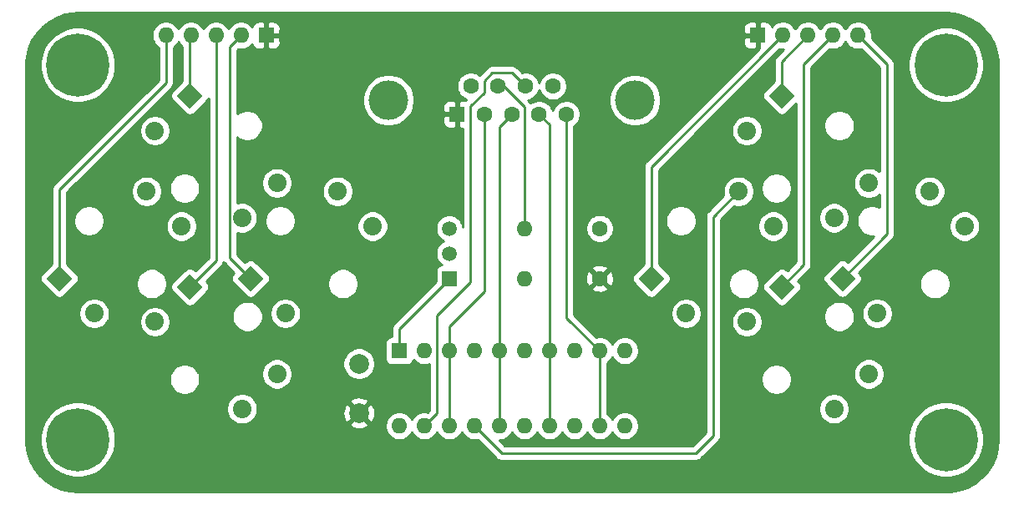
<source format=gtl>
%TF.GenerationSoftware,KiCad,Pcbnew,5.1.10*%
%TF.CreationDate,2022-04-10T17:14:51-07:00*%
%TF.ProjectId,zf_vga_controller,7a665f76-6761-45f6-936f-6e74726f6c6c,rev?*%
%TF.SameCoordinates,Original*%
%TF.FileFunction,Copper,L1,Top*%
%TF.FilePolarity,Positive*%
%FSLAX46Y46*%
G04 Gerber Fmt 4.6, Leading zero omitted, Abs format (unit mm)*
G04 Created by KiCad (PCBNEW 5.1.10) date 2022-04-10 17:14:51*
%MOMM*%
%LPD*%
G01*
G04 APERTURE LIST*
%TA.AperFunction,ComponentPad*%
%ADD10C,1.875000*%
%TD*%
%TA.AperFunction,ComponentPad*%
%ADD11C,0.100000*%
%TD*%
%TA.AperFunction,ComponentPad*%
%ADD12C,6.400000*%
%TD*%
%TA.AperFunction,ComponentPad*%
%ADD13C,2.000000*%
%TD*%
%TA.AperFunction,ComponentPad*%
%ADD14R,1.600000X1.600000*%
%TD*%
%TA.AperFunction,ComponentPad*%
%ADD15C,1.600000*%
%TD*%
%TA.AperFunction,ComponentPad*%
%ADD16C,4.000000*%
%TD*%
%TA.AperFunction,ComponentPad*%
%ADD17C,1.500000*%
%TD*%
%TA.AperFunction,ComponentPad*%
%ADD18R,1.500000X1.500000*%
%TD*%
%TA.AperFunction,ComponentPad*%
%ADD19O,1.600000X1.600000*%
%TD*%
%TA.AperFunction,Conductor*%
%ADD20C,0.250000*%
%TD*%
%TA.AperFunction,Conductor*%
%ADD21C,0.254000*%
%TD*%
%TA.AperFunction,Conductor*%
%ADD22C,0.100000*%
%TD*%
G04 APERTURE END LIST*
D10*
%TO.P,SW5,4*%
%TO.N,Net-(SW5-Pad4)*%
X216501577Y-52358398D03*
%TO.P,SW5,2*%
%TO.N,2A1*%
X212966043Y-48822864D03*
%TO.P,SW5,3*%
%TO.N,GND*%
X207662743Y-61197232D03*
%TA.AperFunction,ComponentPad*%
D11*
%TO.P,SW5,1*%
%TO.N,Net-(RN2-Pad2)*%
G36*
X204127209Y-58987523D02*
G01*
X202801384Y-57661698D01*
X204127209Y-56335873D01*
X205453034Y-57661698D01*
X204127209Y-58987523D01*
G37*
%TD.AperFunction*%
%TD*%
%TA.AperFunction,ComponentPad*%
%TO.P,SW6,1*%
%TO.N,Net-(RN2-Pad3)*%
G36*
X216024282Y-39135501D02*
G01*
X217350107Y-37809676D01*
X218675932Y-39135501D01*
X217350107Y-40461326D01*
X216024282Y-39135501D01*
G37*
%TD.AperFunction*%
D10*
%TO.P,SW6,3*%
%TO.N,GND*%
X213814573Y-42671035D03*
%TO.P,SW6,2*%
%TO.N,2A2*%
X226188941Y-47974335D03*
%TO.P,SW6,4*%
%TO.N,Net-(SW6-Pad4)*%
X222653407Y-51509869D03*
%TD*%
D12*
%TO.P,Mount1,1*%
%TO.N,N/C*%
X234000000Y-74000000D03*
%TD*%
%TO.P,Mount1,1*%
%TO.N,N/C*%
X234000000Y-36000000D03*
%TD*%
D10*
%TO.P,SW1,4*%
%TO.N,Net-(SW1-Pad4)*%
X162653407Y-51509869D03*
%TO.P,SW1,2*%
%TO.N,1A1*%
X166188941Y-47974335D03*
%TO.P,SW1,3*%
%TO.N,GND*%
X153814573Y-42671035D03*
%TA.AperFunction,ComponentPad*%
D11*
%TO.P,SW1,1*%
%TO.N,SW1*%
G36*
X156024282Y-39135501D02*
G01*
X157350107Y-37809676D01*
X158675932Y-39135501D01*
X157350107Y-40461326D01*
X156024282Y-39135501D01*
G37*
%TD.AperFunction*%
%TD*%
%TA.AperFunction,ComponentPad*%
%TO.P,SW2,1*%
%TO.N,SW2*%
G36*
X156024282Y-58510227D02*
G01*
X157350107Y-57184402D01*
X158675932Y-58510227D01*
X157350107Y-59836052D01*
X156024282Y-58510227D01*
G37*
%TD.AperFunction*%
D10*
%TO.P,SW2,3*%
%TO.N,GND*%
X153814573Y-62045761D03*
%TO.P,SW2,2*%
%TO.N,1A2*%
X166188941Y-67349061D03*
%TO.P,SW2,4*%
%TO.N,Net-(SW2-Pad4)*%
X162653407Y-70884595D03*
%TD*%
%TA.AperFunction,ComponentPad*%
D11*
%TO.P,SW3,1*%
%TO.N,SW3*%
G36*
X144127209Y-58987523D02*
G01*
X142801384Y-57661698D01*
X144127209Y-56335873D01*
X145453034Y-57661698D01*
X144127209Y-58987523D01*
G37*
%TD.AperFunction*%
D10*
%TO.P,SW3,3*%
%TO.N,GND*%
X147662743Y-61197232D03*
%TO.P,SW3,2*%
%TO.N,1A3*%
X152966043Y-48822864D03*
%TO.P,SW3,4*%
%TO.N,Net-(SW3-Pad4)*%
X156501577Y-52358398D03*
%TD*%
%TA.AperFunction,ComponentPad*%
D11*
%TO.P,SW4,1*%
%TO.N,SW4*%
G36*
X163501936Y-58987523D02*
G01*
X162176111Y-57661698D01*
X163501936Y-56335873D01*
X164827761Y-57661698D01*
X163501936Y-58987523D01*
G37*
%TD.AperFunction*%
D10*
%TO.P,SW4,3*%
%TO.N,GND*%
X167037470Y-61197232D03*
%TO.P,SW4,2*%
%TO.N,1A4*%
X172340770Y-48822864D03*
%TO.P,SW4,4*%
%TO.N,Net-(SW4-Pad4)*%
X175876304Y-52358398D03*
%TD*%
D12*
%TO.P,Mount1,1*%
%TO.N,N/C*%
X146000000Y-74000000D03*
%TD*%
%TO.P,Mount1,1*%
%TO.N,N/C*%
X146000000Y-36000000D03*
%TD*%
D10*
%TO.P,SW7,4*%
%TO.N,Net-(SW7-Pad4)*%
X222653407Y-70884595D03*
%TO.P,SW7,2*%
%TO.N,2A3*%
X226188941Y-67349061D03*
%TO.P,SW7,3*%
%TO.N,GND*%
X213814573Y-62045761D03*
%TA.AperFunction,ComponentPad*%
D11*
%TO.P,SW7,1*%
%TO.N,Net-(RN2-Pad4)*%
G36*
X216024282Y-58510227D02*
G01*
X217350107Y-57184402D01*
X218675932Y-58510227D01*
X217350107Y-59836052D01*
X216024282Y-58510227D01*
G37*
%TD.AperFunction*%
%TD*%
%TA.AperFunction,ComponentPad*%
%TO.P,SW8,1*%
%TO.N,Net-(RN2-Pad5)*%
G36*
X223501936Y-58987523D02*
G01*
X222176111Y-57661698D01*
X223501936Y-56335873D01*
X224827761Y-57661698D01*
X223501936Y-58987523D01*
G37*
%TD.AperFunction*%
D10*
%TO.P,SW8,3*%
%TO.N,GND*%
X227037470Y-61197232D03*
%TO.P,SW8,2*%
%TO.N,2A4*%
X232340770Y-48822864D03*
%TO.P,SW8,4*%
%TO.N,Net-(SW8-Pad4)*%
X235876304Y-52358398D03*
%TD*%
D13*
%TO.P,C1,2*%
%TO.N,GND*%
X174500000Y-66300000D03*
%TO.P,C1,1*%
%TO.N,VCC*%
X174500000Y-71300000D03*
%TD*%
D14*
%TO.P,J1,1*%
%TO.N,VCC*%
X184450000Y-41000000D03*
D15*
%TO.P,J1,2*%
%TO.N,PA0*%
X187220000Y-41000000D03*
%TO.P,J1,3*%
%TO.N,PA1*%
X189990000Y-41000000D03*
%TO.P,J1,4*%
%TO.N,PA2*%
X192760000Y-41000000D03*
%TO.P,J1,5*%
%TO.N,PA3*%
X195530000Y-41000000D03*
%TO.P,J1,6*%
%TO.N,GND*%
X185835000Y-38160000D03*
%TO.P,J1,7*%
%TO.N,EN1*%
X188605000Y-38160000D03*
%TO.P,J1,8*%
%TO.N,EN2*%
X191375000Y-38160000D03*
%TO.P,J1,9*%
%TO.N,Net-(J1-Pad9)*%
X194145000Y-38160000D03*
D16*
%TO.P,J1,0*%
%TO.N,N/C*%
X202490000Y-39580000D03*
X177490000Y-39580000D03*
%TD*%
D17*
%TO.P,Q1,2*%
%TO.N,Net-(Q1-Pad2)*%
X183655000Y-55121698D03*
%TO.P,Q1,3*%
%TO.N,GND*%
X183655000Y-52581698D03*
D18*
%TO.P,Q1,1*%
%TO.N,~EN1*%
X183655000Y-57661698D03*
%TD*%
D15*
%TO.P,R1,1*%
%TO.N,Net-(Q1-Pad2)*%
X198895000Y-52581698D03*
D19*
%TO.P,R1,2*%
%TO.N,EN1*%
X191275000Y-52581698D03*
%TD*%
%TO.P,R2,2*%
%TO.N,~EN1*%
X191275000Y-57661698D03*
D15*
%TO.P,R2,1*%
%TO.N,VCC*%
X198895000Y-57661698D03*
%TD*%
D14*
%TO.P,U1,1*%
%TO.N,~EN1*%
X178575000Y-65000000D03*
D19*
%TO.P,U1,11*%
%TO.N,2A4*%
X201435000Y-72620000D03*
%TO.P,U1,2*%
%TO.N,1A1*%
X181115000Y-65000000D03*
%TO.P,U1,12*%
%TO.N,PA3*%
X198895000Y-72620000D03*
%TO.P,U1,3*%
%TO.N,PA0*%
X183655000Y-65000000D03*
%TO.P,U1,13*%
%TO.N,2A3*%
X196355000Y-72620000D03*
%TO.P,U1,4*%
%TO.N,1A2*%
X186195000Y-65000000D03*
%TO.P,U1,14*%
%TO.N,PA2*%
X193815000Y-72620000D03*
%TO.P,U1,5*%
%TO.N,PA1*%
X188735000Y-65000000D03*
%TO.P,U1,15*%
%TO.N,2A2*%
X191275000Y-72620000D03*
%TO.P,U1,6*%
%TO.N,1A3*%
X191275000Y-65000000D03*
%TO.P,U1,16*%
%TO.N,PA1*%
X188735000Y-72620000D03*
%TO.P,U1,7*%
%TO.N,PA2*%
X193815000Y-65000000D03*
%TO.P,U1,17*%
%TO.N,2A1*%
X186195000Y-72620000D03*
%TO.P,U1,8*%
%TO.N,1A4*%
X196355000Y-65000000D03*
%TO.P,U1,18*%
%TO.N,PA0*%
X183655000Y-72620000D03*
%TO.P,U1,9*%
%TO.N,PA3*%
X198895000Y-65000000D03*
%TO.P,U1,19*%
%TO.N,EN2*%
X181115000Y-72620000D03*
%TO.P,U1,10*%
%TO.N,GND*%
X201435000Y-65000000D03*
%TO.P,U1,20*%
%TO.N,VCC*%
X178575000Y-72620000D03*
%TD*%
D14*
%TO.P,RN1,1*%
%TO.N,VCC*%
X165080000Y-33000000D03*
D19*
%TO.P,RN1,2*%
%TO.N,SW4*%
X162540000Y-33000000D03*
%TO.P,RN1,3*%
%TO.N,SW2*%
X160000000Y-33000000D03*
%TO.P,RN1,4*%
%TO.N,SW1*%
X157460000Y-33000000D03*
%TO.P,RN1,5*%
%TO.N,SW3*%
X154920000Y-33000000D03*
%TD*%
%TO.P,RN2,5*%
%TO.N,Net-(RN2-Pad5)*%
X225080000Y-33000000D03*
%TO.P,RN2,4*%
%TO.N,Net-(RN2-Pad4)*%
X222540000Y-33000000D03*
%TO.P,RN2,3*%
%TO.N,Net-(RN2-Pad3)*%
X220000000Y-33000000D03*
%TO.P,RN2,2*%
%TO.N,Net-(RN2-Pad2)*%
X217460000Y-33000000D03*
D14*
%TO.P,RN2,1*%
%TO.N,VCC*%
X214920000Y-33000000D03*
%TD*%
D20*
%TO.N,PA0*%
X183655000Y-65000000D02*
X183655000Y-72620000D01*
X187220000Y-58980000D02*
X187220000Y-41000000D01*
X183655000Y-62545000D02*
X187220000Y-58980000D01*
X183655000Y-65000000D02*
X183655000Y-62545000D01*
%TO.N,PA1*%
X188735000Y-65000000D02*
X188735000Y-72620000D01*
X188735000Y-42255000D02*
X189990000Y-41000000D01*
X188735000Y-65000000D02*
X188735000Y-42255000D01*
%TO.N,PA2*%
X193815000Y-65000000D02*
X193815000Y-72620000D01*
X193815000Y-42055000D02*
X192760000Y-41000000D01*
X193815000Y-65000000D02*
X193815000Y-42055000D01*
%TO.N,PA3*%
X198895000Y-65000000D02*
X198895000Y-72620000D01*
X195530000Y-61635000D02*
X198895000Y-65000000D01*
X195530000Y-41000000D02*
X195530000Y-61635000D01*
%TO.N,EN1*%
X191275000Y-40275000D02*
X191275000Y-52581698D01*
X189160000Y-38160000D02*
X191275000Y-40275000D01*
X188605000Y-38160000D02*
X189160000Y-38160000D01*
%TO.N,EN2*%
X190015000Y-36800000D02*
X191375000Y-38160000D01*
X187200000Y-37600000D02*
X188000000Y-36800000D01*
X185800000Y-58000000D02*
X185800000Y-40200000D01*
X187200000Y-38800000D02*
X187200000Y-37600000D01*
X182400000Y-61400000D02*
X185800000Y-58000000D01*
X188000000Y-36800000D02*
X190015000Y-36800000D01*
X185800000Y-40200000D02*
X187200000Y-38800000D01*
X182400000Y-71335000D02*
X182400000Y-61400000D01*
X181115000Y-72620000D02*
X182400000Y-71335000D01*
%TO.N,~EN1*%
X178575000Y-62741698D02*
X183655000Y-57661698D01*
X178575000Y-65000000D02*
X178575000Y-62741698D01*
%TO.N,2A1*%
X186195000Y-72620000D02*
X188975000Y-75400000D01*
X188975000Y-75400000D02*
X208600000Y-75400000D01*
X208600000Y-75400000D02*
X210400000Y-73600000D01*
X210400000Y-51388907D02*
X212966043Y-48822864D01*
X210400000Y-73600000D02*
X210400000Y-51388907D01*
%TO.N,Net-(RN2-Pad5)*%
X228000000Y-53163634D02*
X223501936Y-57661698D01*
X228000000Y-35920000D02*
X228000000Y-53163634D01*
X225080000Y-33000000D02*
X228000000Y-35920000D01*
%TO.N,Net-(RN2-Pad4)*%
X219600000Y-35940000D02*
X222540000Y-33000000D01*
X219600000Y-56260334D02*
X219600000Y-35940000D01*
X217350107Y-58510227D02*
X219600000Y-56260334D01*
%TO.N,Net-(RN2-Pad3)*%
X217350107Y-35649893D02*
X220000000Y-33000000D01*
X217350107Y-39135501D02*
X217350107Y-35649893D01*
%TO.N,Net-(RN2-Pad2)*%
X217460000Y-33000000D02*
X215077074Y-35382926D01*
X204127209Y-46332791D02*
X217460000Y-33000000D01*
X204127209Y-57661698D02*
X204127209Y-46332791D01*
%TO.N,SW4*%
X161390906Y-55550668D02*
X163501936Y-57661698D01*
X161390906Y-34149094D02*
X161390906Y-55550668D01*
X162540000Y-33000000D02*
X161390906Y-34149094D01*
%TO.N,SW2*%
X160000000Y-55860334D02*
X157350107Y-58510227D01*
X160000000Y-33000000D02*
X160000000Y-55860334D01*
%TO.N,SW1*%
X157350107Y-33109893D02*
X157350107Y-39135501D01*
X157460000Y-33000000D02*
X157350107Y-33109893D01*
%TO.N,SW3*%
X154920000Y-33000000D02*
X154920000Y-37830000D01*
X144127209Y-48622791D02*
X144127209Y-57661698D01*
X154920000Y-37830000D02*
X144127209Y-48622791D01*
%TD*%
D21*
%TO.N,VCC*%
X234863608Y-30783397D02*
X235704010Y-30994491D01*
X236498664Y-31340017D01*
X237226206Y-31810685D01*
X237867110Y-32393864D01*
X238404155Y-33073881D01*
X238822930Y-33832489D01*
X239112180Y-34649306D01*
X239266323Y-35514656D01*
X239290000Y-36016736D01*
X239290001Y-73970846D01*
X239216603Y-74863606D01*
X239005509Y-75704010D01*
X238659983Y-76498664D01*
X238189315Y-77226206D01*
X237606136Y-77867110D01*
X236926115Y-78404159D01*
X236167507Y-78822932D01*
X235350692Y-79112181D01*
X234485344Y-79266323D01*
X233983265Y-79290000D01*
X146029142Y-79290000D01*
X145136394Y-79216603D01*
X144295990Y-79005509D01*
X143501336Y-78659983D01*
X142773794Y-78189315D01*
X142132890Y-77606136D01*
X141595841Y-76926115D01*
X141177068Y-76167507D01*
X140887819Y-75350692D01*
X140733677Y-74485344D01*
X140710000Y-73983265D01*
X140710000Y-73622285D01*
X142165000Y-73622285D01*
X142165000Y-74377715D01*
X142312377Y-75118628D01*
X142601467Y-75816554D01*
X143021161Y-76444670D01*
X143555330Y-76978839D01*
X144183446Y-77398533D01*
X144881372Y-77687623D01*
X145622285Y-77835000D01*
X146377715Y-77835000D01*
X147118628Y-77687623D01*
X147816554Y-77398533D01*
X148444670Y-76978839D01*
X148978839Y-76444670D01*
X149398533Y-75816554D01*
X149687623Y-75118628D01*
X149835000Y-74377715D01*
X149835000Y-73622285D01*
X149687623Y-72881372D01*
X149398533Y-72183446D01*
X148978839Y-71555330D01*
X148444670Y-71021161D01*
X148008494Y-70729717D01*
X161080907Y-70729717D01*
X161080907Y-71039473D01*
X161141337Y-71343276D01*
X161259875Y-71629453D01*
X161431966Y-71887006D01*
X161650996Y-72106036D01*
X161908549Y-72278127D01*
X162194726Y-72396665D01*
X162498529Y-72457095D01*
X162808285Y-72457095D01*
X162917288Y-72435413D01*
X173544192Y-72435413D01*
X173639956Y-72699814D01*
X173929571Y-72840704D01*
X174241108Y-72922384D01*
X174562595Y-72941718D01*
X174881675Y-72897961D01*
X175186088Y-72792795D01*
X175360044Y-72699814D01*
X175455808Y-72435413D01*
X174500000Y-71479605D01*
X173544192Y-72435413D01*
X162917288Y-72435413D01*
X163112088Y-72396665D01*
X163398265Y-72278127D01*
X163655818Y-72106036D01*
X163874848Y-71887006D01*
X164046939Y-71629453D01*
X164157474Y-71362595D01*
X172858282Y-71362595D01*
X172902039Y-71681675D01*
X173007205Y-71986088D01*
X173100186Y-72160044D01*
X173364587Y-72255808D01*
X174320395Y-71300000D01*
X174679605Y-71300000D01*
X175635413Y-72255808D01*
X175899814Y-72160044D01*
X176040704Y-71870429D01*
X176122384Y-71558892D01*
X176141718Y-71237405D01*
X176097961Y-70918325D01*
X175992795Y-70613912D01*
X175899814Y-70439956D01*
X175635413Y-70344192D01*
X174679605Y-71300000D01*
X174320395Y-71300000D01*
X173364587Y-70344192D01*
X173100186Y-70439956D01*
X172959296Y-70729571D01*
X172877616Y-71041108D01*
X172858282Y-71362595D01*
X164157474Y-71362595D01*
X164165477Y-71343276D01*
X164225907Y-71039473D01*
X164225907Y-70729717D01*
X164165477Y-70425914D01*
X164057233Y-70164587D01*
X173544192Y-70164587D01*
X174500000Y-71120395D01*
X175455808Y-70164587D01*
X175360044Y-69900186D01*
X175070429Y-69759296D01*
X174758892Y-69677616D01*
X174437405Y-69658282D01*
X174118325Y-69702039D01*
X173813912Y-69807205D01*
X173639956Y-69900186D01*
X173544192Y-70164587D01*
X164057233Y-70164587D01*
X164046939Y-70139737D01*
X163874848Y-69882184D01*
X163655818Y-69663154D01*
X163398265Y-69491063D01*
X163112088Y-69372525D01*
X162808285Y-69312095D01*
X162498529Y-69312095D01*
X162194726Y-69372525D01*
X161908549Y-69491063D01*
X161650996Y-69663154D01*
X161431966Y-69882184D01*
X161259875Y-70139737D01*
X161141337Y-70425914D01*
X161080907Y-70729717D01*
X148008494Y-70729717D01*
X147816554Y-70601467D01*
X147118628Y-70312377D01*
X146377715Y-70165000D01*
X145622285Y-70165000D01*
X144881372Y-70312377D01*
X144183446Y-70601467D01*
X143555330Y-71021161D01*
X143021161Y-71555330D01*
X142601467Y-72183446D01*
X142312377Y-72881372D01*
X142165000Y-73622285D01*
X140710000Y-73622285D01*
X140710000Y-67725745D01*
X155259776Y-67725745D01*
X155259776Y-68033039D01*
X155319726Y-68334427D01*
X155437322Y-68618329D01*
X155608045Y-68873834D01*
X155825334Y-69091123D01*
X156080839Y-69261846D01*
X156364741Y-69379442D01*
X156666129Y-69439392D01*
X156973423Y-69439392D01*
X157274811Y-69379442D01*
X157558713Y-69261846D01*
X157814218Y-69091123D01*
X158031507Y-68873834D01*
X158202230Y-68618329D01*
X158319826Y-68334427D01*
X158379776Y-68033039D01*
X158379776Y-67725745D01*
X158319826Y-67424357D01*
X158224485Y-67194183D01*
X164616441Y-67194183D01*
X164616441Y-67503939D01*
X164676871Y-67807742D01*
X164795409Y-68093919D01*
X164967500Y-68351472D01*
X165186530Y-68570502D01*
X165444083Y-68742593D01*
X165730260Y-68861131D01*
X166034063Y-68921561D01*
X166343819Y-68921561D01*
X166647622Y-68861131D01*
X166933799Y-68742593D01*
X167191352Y-68570502D01*
X167410382Y-68351472D01*
X167582473Y-68093919D01*
X167701011Y-67807742D01*
X167761441Y-67503939D01*
X167761441Y-67194183D01*
X167701011Y-66890380D01*
X167582473Y-66604203D01*
X167410382Y-66346650D01*
X167202699Y-66138967D01*
X172865000Y-66138967D01*
X172865000Y-66461033D01*
X172927832Y-66776912D01*
X173051082Y-67074463D01*
X173230013Y-67342252D01*
X173457748Y-67569987D01*
X173725537Y-67748918D01*
X174023088Y-67872168D01*
X174338967Y-67935000D01*
X174661033Y-67935000D01*
X174976912Y-67872168D01*
X175274463Y-67748918D01*
X175542252Y-67569987D01*
X175769987Y-67342252D01*
X175948918Y-67074463D01*
X176072168Y-66776912D01*
X176135000Y-66461033D01*
X176135000Y-66138967D01*
X176072168Y-65823088D01*
X175948918Y-65525537D01*
X175769987Y-65257748D01*
X175542252Y-65030013D01*
X175274463Y-64851082D01*
X174976912Y-64727832D01*
X174661033Y-64665000D01*
X174338967Y-64665000D01*
X174023088Y-64727832D01*
X173725537Y-64851082D01*
X173457748Y-65030013D01*
X173230013Y-65257748D01*
X173051082Y-65525537D01*
X172927832Y-65823088D01*
X172865000Y-66138967D01*
X167202699Y-66138967D01*
X167191352Y-66127620D01*
X166933799Y-65955529D01*
X166647622Y-65836991D01*
X166343819Y-65776561D01*
X166034063Y-65776561D01*
X165730260Y-65836991D01*
X165444083Y-65955529D01*
X165186530Y-66127620D01*
X164967500Y-66346650D01*
X164795409Y-66604203D01*
X164676871Y-66890380D01*
X164616441Y-67194183D01*
X158224485Y-67194183D01*
X158202230Y-67140455D01*
X158031507Y-66884950D01*
X157814218Y-66667661D01*
X157558713Y-66496938D01*
X157274811Y-66379342D01*
X156973423Y-66319392D01*
X156666129Y-66319392D01*
X156364741Y-66379342D01*
X156080839Y-66496938D01*
X155825334Y-66667661D01*
X155608045Y-66884950D01*
X155437322Y-67140455D01*
X155319726Y-67424357D01*
X155259776Y-67725745D01*
X140710000Y-67725745D01*
X140710000Y-64200000D01*
X177136928Y-64200000D01*
X177136928Y-65800000D01*
X177149188Y-65924482D01*
X177185498Y-66044180D01*
X177244463Y-66154494D01*
X177323815Y-66251185D01*
X177420506Y-66330537D01*
X177530820Y-66389502D01*
X177650518Y-66425812D01*
X177775000Y-66438072D01*
X179375000Y-66438072D01*
X179499482Y-66425812D01*
X179619180Y-66389502D01*
X179729494Y-66330537D01*
X179826185Y-66251185D01*
X179905537Y-66154494D01*
X179964502Y-66044180D01*
X180000812Y-65924482D01*
X180001643Y-65916039D01*
X180200241Y-66114637D01*
X180435273Y-66271680D01*
X180696426Y-66379853D01*
X180973665Y-66435000D01*
X181256335Y-66435000D01*
X181533574Y-66379853D01*
X181640001Y-66335770D01*
X181640000Y-71020197D01*
X181438886Y-71221312D01*
X181256335Y-71185000D01*
X180973665Y-71185000D01*
X180696426Y-71240147D01*
X180435273Y-71348320D01*
X180200241Y-71505363D01*
X180000363Y-71705241D01*
X179845000Y-71937759D01*
X179689637Y-71705241D01*
X179489759Y-71505363D01*
X179254727Y-71348320D01*
X178993574Y-71240147D01*
X178716335Y-71185000D01*
X178433665Y-71185000D01*
X178156426Y-71240147D01*
X177895273Y-71348320D01*
X177660241Y-71505363D01*
X177460363Y-71705241D01*
X177303320Y-71940273D01*
X177195147Y-72201426D01*
X177140000Y-72478665D01*
X177140000Y-72761335D01*
X177195147Y-73038574D01*
X177303320Y-73299727D01*
X177460363Y-73534759D01*
X177660241Y-73734637D01*
X177895273Y-73891680D01*
X178156426Y-73999853D01*
X178433665Y-74055000D01*
X178716335Y-74055000D01*
X178993574Y-73999853D01*
X179254727Y-73891680D01*
X179489759Y-73734637D01*
X179689637Y-73534759D01*
X179845000Y-73302241D01*
X180000363Y-73534759D01*
X180200241Y-73734637D01*
X180435273Y-73891680D01*
X180696426Y-73999853D01*
X180973665Y-74055000D01*
X181256335Y-74055000D01*
X181533574Y-73999853D01*
X181794727Y-73891680D01*
X182029759Y-73734637D01*
X182229637Y-73534759D01*
X182385000Y-73302241D01*
X182540363Y-73534759D01*
X182740241Y-73734637D01*
X182975273Y-73891680D01*
X183236426Y-73999853D01*
X183513665Y-74055000D01*
X183796335Y-74055000D01*
X184073574Y-73999853D01*
X184334727Y-73891680D01*
X184569759Y-73734637D01*
X184769637Y-73534759D01*
X184925000Y-73302241D01*
X185080363Y-73534759D01*
X185280241Y-73734637D01*
X185515273Y-73891680D01*
X185776426Y-73999853D01*
X186053665Y-74055000D01*
X186336335Y-74055000D01*
X186518886Y-74018688D01*
X188411201Y-75911003D01*
X188434999Y-75940001D01*
X188550724Y-76034974D01*
X188682753Y-76105546D01*
X188826014Y-76149003D01*
X188937667Y-76160000D01*
X188937675Y-76160000D01*
X188975000Y-76163676D01*
X189012325Y-76160000D01*
X208562678Y-76160000D01*
X208600000Y-76163676D01*
X208637322Y-76160000D01*
X208637333Y-76160000D01*
X208748986Y-76149003D01*
X208892247Y-76105546D01*
X209024276Y-76034974D01*
X209140001Y-75940001D01*
X209163803Y-75910998D01*
X210911009Y-74163794D01*
X210940001Y-74140001D01*
X210963795Y-74111008D01*
X210963799Y-74111004D01*
X211034973Y-74024277D01*
X211034974Y-74024276D01*
X211105546Y-73892247D01*
X211149003Y-73748986D01*
X211160000Y-73637333D01*
X211160000Y-73637324D01*
X211161481Y-73622285D01*
X230165000Y-73622285D01*
X230165000Y-74377715D01*
X230312377Y-75118628D01*
X230601467Y-75816554D01*
X231021161Y-76444670D01*
X231555330Y-76978839D01*
X232183446Y-77398533D01*
X232881372Y-77687623D01*
X233622285Y-77835000D01*
X234377715Y-77835000D01*
X235118628Y-77687623D01*
X235816554Y-77398533D01*
X236444670Y-76978839D01*
X236978839Y-76444670D01*
X237398533Y-75816554D01*
X237687623Y-75118628D01*
X237835000Y-74377715D01*
X237835000Y-73622285D01*
X237687623Y-72881372D01*
X237398533Y-72183446D01*
X236978839Y-71555330D01*
X236444670Y-71021161D01*
X235816554Y-70601467D01*
X235118628Y-70312377D01*
X234377715Y-70165000D01*
X233622285Y-70165000D01*
X232881372Y-70312377D01*
X232183446Y-70601467D01*
X231555330Y-71021161D01*
X231021161Y-71555330D01*
X230601467Y-72183446D01*
X230312377Y-72881372D01*
X230165000Y-73622285D01*
X211161481Y-73622285D01*
X211163676Y-73600001D01*
X211160000Y-73562678D01*
X211160000Y-70729717D01*
X221080907Y-70729717D01*
X221080907Y-71039473D01*
X221141337Y-71343276D01*
X221259875Y-71629453D01*
X221431966Y-71887006D01*
X221650996Y-72106036D01*
X221908549Y-72278127D01*
X222194726Y-72396665D01*
X222498529Y-72457095D01*
X222808285Y-72457095D01*
X223112088Y-72396665D01*
X223398265Y-72278127D01*
X223655818Y-72106036D01*
X223874848Y-71887006D01*
X224046939Y-71629453D01*
X224165477Y-71343276D01*
X224225907Y-71039473D01*
X224225907Y-70729717D01*
X224165477Y-70425914D01*
X224046939Y-70139737D01*
X223874848Y-69882184D01*
X223655818Y-69663154D01*
X223398265Y-69491063D01*
X223112088Y-69372525D01*
X222808285Y-69312095D01*
X222498529Y-69312095D01*
X222194726Y-69372525D01*
X221908549Y-69491063D01*
X221650996Y-69663154D01*
X221431966Y-69882184D01*
X221259875Y-70139737D01*
X221141337Y-70425914D01*
X221080907Y-70729717D01*
X211160000Y-70729717D01*
X211160000Y-67725745D01*
X215259776Y-67725745D01*
X215259776Y-68033039D01*
X215319726Y-68334427D01*
X215437322Y-68618329D01*
X215608045Y-68873834D01*
X215825334Y-69091123D01*
X216080839Y-69261846D01*
X216364741Y-69379442D01*
X216666129Y-69439392D01*
X216973423Y-69439392D01*
X217274811Y-69379442D01*
X217558713Y-69261846D01*
X217814218Y-69091123D01*
X218031507Y-68873834D01*
X218202230Y-68618329D01*
X218319826Y-68334427D01*
X218379776Y-68033039D01*
X218379776Y-67725745D01*
X218319826Y-67424357D01*
X218224485Y-67194183D01*
X224616441Y-67194183D01*
X224616441Y-67503939D01*
X224676871Y-67807742D01*
X224795409Y-68093919D01*
X224967500Y-68351472D01*
X225186530Y-68570502D01*
X225444083Y-68742593D01*
X225730260Y-68861131D01*
X226034063Y-68921561D01*
X226343819Y-68921561D01*
X226647622Y-68861131D01*
X226933799Y-68742593D01*
X227191352Y-68570502D01*
X227410382Y-68351472D01*
X227582473Y-68093919D01*
X227701011Y-67807742D01*
X227761441Y-67503939D01*
X227761441Y-67194183D01*
X227701011Y-66890380D01*
X227582473Y-66604203D01*
X227410382Y-66346650D01*
X227191352Y-66127620D01*
X226933799Y-65955529D01*
X226647622Y-65836991D01*
X226343819Y-65776561D01*
X226034063Y-65776561D01*
X225730260Y-65836991D01*
X225444083Y-65955529D01*
X225186530Y-66127620D01*
X224967500Y-66346650D01*
X224795409Y-66604203D01*
X224676871Y-66890380D01*
X224616441Y-67194183D01*
X218224485Y-67194183D01*
X218202230Y-67140455D01*
X218031507Y-66884950D01*
X217814218Y-66667661D01*
X217558713Y-66496938D01*
X217274811Y-66379342D01*
X216973423Y-66319392D01*
X216666129Y-66319392D01*
X216364741Y-66379342D01*
X216080839Y-66496938D01*
X215825334Y-66667661D01*
X215608045Y-66884950D01*
X215437322Y-67140455D01*
X215319726Y-67424357D01*
X215259776Y-67725745D01*
X211160000Y-67725745D01*
X211160000Y-61890883D01*
X212242073Y-61890883D01*
X212242073Y-62200639D01*
X212302503Y-62504442D01*
X212421041Y-62790619D01*
X212593132Y-63048172D01*
X212812162Y-63267202D01*
X213069715Y-63439293D01*
X213355892Y-63557831D01*
X213659695Y-63618261D01*
X213969451Y-63618261D01*
X214273254Y-63557831D01*
X214559431Y-63439293D01*
X214816984Y-63267202D01*
X215036014Y-63048172D01*
X215208105Y-62790619D01*
X215326643Y-62504442D01*
X215387073Y-62200639D01*
X215387073Y-61890883D01*
X215326643Y-61587080D01*
X215233323Y-61361783D01*
X221623738Y-61361783D01*
X221623738Y-61669077D01*
X221683688Y-61970465D01*
X221801284Y-62254367D01*
X221972007Y-62509872D01*
X222189296Y-62727161D01*
X222444801Y-62897884D01*
X222728703Y-63015480D01*
X223030091Y-63075430D01*
X223337385Y-63075430D01*
X223638773Y-63015480D01*
X223922675Y-62897884D01*
X224178180Y-62727161D01*
X224395469Y-62509872D01*
X224566192Y-62254367D01*
X224683788Y-61970465D01*
X224743738Y-61669077D01*
X224743738Y-61361783D01*
X224683788Y-61060395D01*
X224676316Y-61042354D01*
X225464970Y-61042354D01*
X225464970Y-61352110D01*
X225525400Y-61655913D01*
X225643938Y-61942090D01*
X225816029Y-62199643D01*
X226035059Y-62418673D01*
X226292612Y-62590764D01*
X226578789Y-62709302D01*
X226882592Y-62769732D01*
X227192348Y-62769732D01*
X227496151Y-62709302D01*
X227782328Y-62590764D01*
X228039881Y-62418673D01*
X228258911Y-62199643D01*
X228431002Y-61942090D01*
X228549540Y-61655913D01*
X228609970Y-61352110D01*
X228609970Y-61042354D01*
X228549540Y-60738551D01*
X228431002Y-60452374D01*
X228258911Y-60194821D01*
X228039881Y-59975791D01*
X227782328Y-59803700D01*
X227496151Y-59685162D01*
X227192348Y-59624732D01*
X226882592Y-59624732D01*
X226578789Y-59685162D01*
X226292612Y-59803700D01*
X226035059Y-59975791D01*
X225816029Y-60194821D01*
X225643938Y-60452374D01*
X225525400Y-60738551D01*
X225464970Y-61042354D01*
X224676316Y-61042354D01*
X224566192Y-60776493D01*
X224395469Y-60520988D01*
X224178180Y-60303699D01*
X223922675Y-60132976D01*
X223638773Y-60015380D01*
X223337385Y-59955430D01*
X223030091Y-59955430D01*
X222728703Y-60015380D01*
X222444801Y-60132976D01*
X222189296Y-60303699D01*
X221972007Y-60520988D01*
X221801284Y-60776493D01*
X221683688Y-61060395D01*
X221623738Y-61361783D01*
X215233323Y-61361783D01*
X215208105Y-61300903D01*
X215036014Y-61043350D01*
X214816984Y-60824320D01*
X214559431Y-60652229D01*
X214273254Y-60533691D01*
X213969451Y-60473261D01*
X213659695Y-60473261D01*
X213355892Y-60533691D01*
X213069715Y-60652229D01*
X212812162Y-60824320D01*
X212593132Y-61043350D01*
X212421041Y-61300903D01*
X212302503Y-61587080D01*
X212242073Y-61890883D01*
X211160000Y-61890883D01*
X211160000Y-58038382D01*
X211936374Y-58038382D01*
X211936374Y-58345676D01*
X211996324Y-58647064D01*
X212113920Y-58930966D01*
X212284643Y-59186471D01*
X212501932Y-59403760D01*
X212757437Y-59574483D01*
X213041339Y-59692079D01*
X213342727Y-59752029D01*
X213650021Y-59752029D01*
X213951409Y-59692079D01*
X214235311Y-59574483D01*
X214490816Y-59403760D01*
X214708105Y-59186471D01*
X214878828Y-58930966D01*
X214996424Y-58647064D01*
X215056374Y-58345676D01*
X215056374Y-58038382D01*
X214996424Y-57736994D01*
X214878828Y-57453092D01*
X214708105Y-57197587D01*
X214490816Y-56980298D01*
X214235311Y-56809575D01*
X213951409Y-56691979D01*
X213650021Y-56632029D01*
X213342727Y-56632029D01*
X213041339Y-56691979D01*
X212757437Y-56809575D01*
X212501932Y-56980298D01*
X212284643Y-57197587D01*
X212113920Y-57453092D01*
X211996324Y-57736994D01*
X211936374Y-58038382D01*
X211160000Y-58038382D01*
X211160000Y-52203520D01*
X214929077Y-52203520D01*
X214929077Y-52513276D01*
X214989507Y-52817079D01*
X215108045Y-53103256D01*
X215280136Y-53360809D01*
X215499166Y-53579839D01*
X215756719Y-53751930D01*
X216042896Y-53870468D01*
X216346699Y-53930898D01*
X216656455Y-53930898D01*
X216960258Y-53870468D01*
X217246435Y-53751930D01*
X217503988Y-53579839D01*
X217723018Y-53360809D01*
X217895109Y-53103256D01*
X218013647Y-52817079D01*
X218074077Y-52513276D01*
X218074077Y-52203520D01*
X218013647Y-51899717D01*
X217895109Y-51613540D01*
X217723018Y-51355987D01*
X217503988Y-51136957D01*
X217246435Y-50964866D01*
X216960258Y-50846328D01*
X216656455Y-50785898D01*
X216346699Y-50785898D01*
X216042896Y-50846328D01*
X215756719Y-50964866D01*
X215499166Y-51136957D01*
X215280136Y-51355987D01*
X215108045Y-51613540D01*
X214989507Y-51899717D01*
X214929077Y-52203520D01*
X211160000Y-52203520D01*
X211160000Y-51703708D01*
X212525222Y-50338487D01*
X212811165Y-50395364D01*
X213120921Y-50395364D01*
X213424724Y-50334934D01*
X213710901Y-50216396D01*
X213968454Y-50044305D01*
X214187484Y-49825275D01*
X214359575Y-49567722D01*
X214478113Y-49281545D01*
X214538543Y-48977742D01*
X214538543Y-48667986D01*
X214478113Y-48364183D01*
X214472661Y-48351019D01*
X215259776Y-48351019D01*
X215259776Y-48658313D01*
X215319726Y-48959701D01*
X215437322Y-49243603D01*
X215608045Y-49499108D01*
X215825334Y-49716397D01*
X216080839Y-49887120D01*
X216364741Y-50004716D01*
X216666129Y-50064666D01*
X216973423Y-50064666D01*
X217274811Y-50004716D01*
X217558713Y-49887120D01*
X217814218Y-49716397D01*
X218031507Y-49499108D01*
X218202230Y-49243603D01*
X218319826Y-48959701D01*
X218379776Y-48658313D01*
X218379776Y-48351019D01*
X218319826Y-48049631D01*
X218202230Y-47765729D01*
X218031507Y-47510224D01*
X217814218Y-47292935D01*
X217558713Y-47122212D01*
X217274811Y-47004616D01*
X216973423Y-46944666D01*
X216666129Y-46944666D01*
X216364741Y-47004616D01*
X216080839Y-47122212D01*
X215825334Y-47292935D01*
X215608045Y-47510224D01*
X215437322Y-47765729D01*
X215319726Y-48049631D01*
X215259776Y-48351019D01*
X214472661Y-48351019D01*
X214359575Y-48078006D01*
X214187484Y-47820453D01*
X213968454Y-47601423D01*
X213710901Y-47429332D01*
X213424724Y-47310794D01*
X213120921Y-47250364D01*
X212811165Y-47250364D01*
X212507362Y-47310794D01*
X212221185Y-47429332D01*
X211963632Y-47601423D01*
X211744602Y-47820453D01*
X211572511Y-48078006D01*
X211453973Y-48364183D01*
X211393543Y-48667986D01*
X211393543Y-48977742D01*
X211450420Y-49263685D01*
X209888998Y-50825108D01*
X209860000Y-50848906D01*
X209836202Y-50877904D01*
X209836201Y-50877905D01*
X209765026Y-50964631D01*
X209694454Y-51096661D01*
X209650998Y-51239922D01*
X209636324Y-51388907D01*
X209640001Y-51426240D01*
X209640000Y-73285197D01*
X208285199Y-74640000D01*
X189289802Y-74640000D01*
X188704802Y-74055000D01*
X188876335Y-74055000D01*
X189153574Y-73999853D01*
X189414727Y-73891680D01*
X189649759Y-73734637D01*
X189849637Y-73534759D01*
X190005000Y-73302241D01*
X190160363Y-73534759D01*
X190360241Y-73734637D01*
X190595273Y-73891680D01*
X190856426Y-73999853D01*
X191133665Y-74055000D01*
X191416335Y-74055000D01*
X191693574Y-73999853D01*
X191954727Y-73891680D01*
X192189759Y-73734637D01*
X192389637Y-73534759D01*
X192545000Y-73302241D01*
X192700363Y-73534759D01*
X192900241Y-73734637D01*
X193135273Y-73891680D01*
X193396426Y-73999853D01*
X193673665Y-74055000D01*
X193956335Y-74055000D01*
X194233574Y-73999853D01*
X194494727Y-73891680D01*
X194729759Y-73734637D01*
X194929637Y-73534759D01*
X195085000Y-73302241D01*
X195240363Y-73534759D01*
X195440241Y-73734637D01*
X195675273Y-73891680D01*
X195936426Y-73999853D01*
X196213665Y-74055000D01*
X196496335Y-74055000D01*
X196773574Y-73999853D01*
X197034727Y-73891680D01*
X197269759Y-73734637D01*
X197469637Y-73534759D01*
X197625000Y-73302241D01*
X197780363Y-73534759D01*
X197980241Y-73734637D01*
X198215273Y-73891680D01*
X198476426Y-73999853D01*
X198753665Y-74055000D01*
X199036335Y-74055000D01*
X199313574Y-73999853D01*
X199574727Y-73891680D01*
X199809759Y-73734637D01*
X200009637Y-73534759D01*
X200165000Y-73302241D01*
X200320363Y-73534759D01*
X200520241Y-73734637D01*
X200755273Y-73891680D01*
X201016426Y-73999853D01*
X201293665Y-74055000D01*
X201576335Y-74055000D01*
X201853574Y-73999853D01*
X202114727Y-73891680D01*
X202349759Y-73734637D01*
X202549637Y-73534759D01*
X202706680Y-73299727D01*
X202814853Y-73038574D01*
X202870000Y-72761335D01*
X202870000Y-72478665D01*
X202814853Y-72201426D01*
X202706680Y-71940273D01*
X202549637Y-71705241D01*
X202349759Y-71505363D01*
X202114727Y-71348320D01*
X201853574Y-71240147D01*
X201576335Y-71185000D01*
X201293665Y-71185000D01*
X201016426Y-71240147D01*
X200755273Y-71348320D01*
X200520241Y-71505363D01*
X200320363Y-71705241D01*
X200165000Y-71937759D01*
X200009637Y-71705241D01*
X199809759Y-71505363D01*
X199655000Y-71401957D01*
X199655000Y-66218043D01*
X199809759Y-66114637D01*
X200009637Y-65914759D01*
X200165000Y-65682241D01*
X200320363Y-65914759D01*
X200520241Y-66114637D01*
X200755273Y-66271680D01*
X201016426Y-66379853D01*
X201293665Y-66435000D01*
X201576335Y-66435000D01*
X201853574Y-66379853D01*
X202114727Y-66271680D01*
X202349759Y-66114637D01*
X202549637Y-65914759D01*
X202706680Y-65679727D01*
X202814853Y-65418574D01*
X202870000Y-65141335D01*
X202870000Y-64858665D01*
X202814853Y-64581426D01*
X202706680Y-64320273D01*
X202549637Y-64085241D01*
X202349759Y-63885363D01*
X202114727Y-63728320D01*
X201853574Y-63620147D01*
X201576335Y-63565000D01*
X201293665Y-63565000D01*
X201016426Y-63620147D01*
X200755273Y-63728320D01*
X200520241Y-63885363D01*
X200320363Y-64085241D01*
X200165000Y-64317759D01*
X200009637Y-64085241D01*
X199809759Y-63885363D01*
X199574727Y-63728320D01*
X199313574Y-63620147D01*
X199036335Y-63565000D01*
X198753665Y-63565000D01*
X198571114Y-63601312D01*
X196290000Y-61320199D01*
X196290000Y-61042354D01*
X206090243Y-61042354D01*
X206090243Y-61352110D01*
X206150673Y-61655913D01*
X206269211Y-61942090D01*
X206441302Y-62199643D01*
X206660332Y-62418673D01*
X206917885Y-62590764D01*
X207204062Y-62709302D01*
X207507865Y-62769732D01*
X207817621Y-62769732D01*
X208121424Y-62709302D01*
X208407601Y-62590764D01*
X208665154Y-62418673D01*
X208884184Y-62199643D01*
X209056275Y-61942090D01*
X209174813Y-61655913D01*
X209235243Y-61352110D01*
X209235243Y-61042354D01*
X209174813Y-60738551D01*
X209056275Y-60452374D01*
X208884184Y-60194821D01*
X208665154Y-59975791D01*
X208407601Y-59803700D01*
X208121424Y-59685162D01*
X207817621Y-59624732D01*
X207507865Y-59624732D01*
X207204062Y-59685162D01*
X206917885Y-59803700D01*
X206660332Y-59975791D01*
X206441302Y-60194821D01*
X206269211Y-60452374D01*
X206150673Y-60738551D01*
X206090243Y-61042354D01*
X196290000Y-61042354D01*
X196290000Y-58654400D01*
X198081903Y-58654400D01*
X198153486Y-58898369D01*
X198408996Y-59019269D01*
X198683184Y-59087998D01*
X198965512Y-59101915D01*
X199245130Y-59060485D01*
X199511292Y-58965301D01*
X199636514Y-58898369D01*
X199708097Y-58654400D01*
X198895000Y-57841303D01*
X198081903Y-58654400D01*
X196290000Y-58654400D01*
X196290000Y-57732210D01*
X197454783Y-57732210D01*
X197496213Y-58011828D01*
X197591397Y-58277990D01*
X197658329Y-58403212D01*
X197902298Y-58474795D01*
X198715395Y-57661698D01*
X199074605Y-57661698D01*
X199887702Y-58474795D01*
X200131671Y-58403212D01*
X200252571Y-58147702D01*
X200321300Y-57873514D01*
X200331741Y-57661698D01*
X202163312Y-57661698D01*
X202175572Y-57786180D01*
X202211882Y-57905878D01*
X202270847Y-58016192D01*
X202350199Y-58112883D01*
X203676024Y-59438708D01*
X203772715Y-59518060D01*
X203883029Y-59577025D01*
X204002727Y-59613335D01*
X204127209Y-59625595D01*
X204251691Y-59613335D01*
X204371389Y-59577025D01*
X204481703Y-59518060D01*
X204578394Y-59438708D01*
X205904219Y-58112883D01*
X205983571Y-58016192D01*
X206042536Y-57905878D01*
X206078846Y-57786180D01*
X206091106Y-57661698D01*
X206078846Y-57537216D01*
X206042536Y-57417518D01*
X205983571Y-57307204D01*
X205904219Y-57210513D01*
X204887209Y-56193503D01*
X204887209Y-51674420D01*
X205572412Y-51674420D01*
X205572412Y-51981714D01*
X205632362Y-52283102D01*
X205749958Y-52567004D01*
X205920681Y-52822509D01*
X206137970Y-53039798D01*
X206393475Y-53210521D01*
X206677377Y-53328117D01*
X206978765Y-53388067D01*
X207286059Y-53388067D01*
X207587447Y-53328117D01*
X207871349Y-53210521D01*
X208126854Y-53039798D01*
X208344143Y-52822509D01*
X208514866Y-52567004D01*
X208632462Y-52283102D01*
X208692412Y-51981714D01*
X208692412Y-51674420D01*
X208632462Y-51373032D01*
X208514866Y-51089130D01*
X208344143Y-50833625D01*
X208126854Y-50616336D01*
X207871349Y-50445613D01*
X207587447Y-50328017D01*
X207286059Y-50268067D01*
X206978765Y-50268067D01*
X206677377Y-50328017D01*
X206393475Y-50445613D01*
X206137970Y-50616336D01*
X205920681Y-50833625D01*
X205749958Y-51089130D01*
X205632362Y-51373032D01*
X205572412Y-51674420D01*
X204887209Y-51674420D01*
X204887209Y-46647592D01*
X209018644Y-42516157D01*
X212242073Y-42516157D01*
X212242073Y-42825913D01*
X212302503Y-43129716D01*
X212421041Y-43415893D01*
X212593132Y-43673446D01*
X212812162Y-43892476D01*
X213069715Y-44064567D01*
X213355892Y-44183105D01*
X213659695Y-44243535D01*
X213969451Y-44243535D01*
X214273254Y-44183105D01*
X214559431Y-44064567D01*
X214816984Y-43892476D01*
X215036014Y-43673446D01*
X215208105Y-43415893D01*
X215326643Y-43129716D01*
X215387073Y-42825913D01*
X215387073Y-42516157D01*
X215326643Y-42212354D01*
X215208105Y-41926177D01*
X215036014Y-41668624D01*
X214816984Y-41449594D01*
X214559431Y-41277503D01*
X214273254Y-41158965D01*
X213969451Y-41098535D01*
X213659695Y-41098535D01*
X213355892Y-41158965D01*
X213069715Y-41277503D01*
X212812162Y-41449594D01*
X212593132Y-41668624D01*
X212421041Y-41926177D01*
X212302503Y-42212354D01*
X212242073Y-42516157D01*
X209018644Y-42516157D01*
X217136114Y-34398688D01*
X217318665Y-34435000D01*
X217490199Y-34435000D01*
X216839105Y-35086094D01*
X216810107Y-35109892D01*
X216786309Y-35138890D01*
X216786308Y-35138891D01*
X216715133Y-35225617D01*
X216644561Y-35357647D01*
X216622918Y-35428998D01*
X216601105Y-35500907D01*
X216593587Y-35577235D01*
X216586431Y-35649893D01*
X216590108Y-35687225D01*
X216590107Y-37667306D01*
X215573097Y-38684316D01*
X215493745Y-38781007D01*
X215434780Y-38891321D01*
X215398470Y-39011019D01*
X215386210Y-39135501D01*
X215398470Y-39259983D01*
X215434780Y-39379681D01*
X215493745Y-39489995D01*
X215573097Y-39586686D01*
X216898922Y-40912511D01*
X216995613Y-40991863D01*
X217105927Y-41050828D01*
X217225625Y-41087138D01*
X217350107Y-41099398D01*
X217474589Y-41087138D01*
X217594287Y-41050828D01*
X217704601Y-40991863D01*
X217801292Y-40912511D01*
X218840001Y-39873802D01*
X218840000Y-55945532D01*
X217926804Y-56858729D01*
X217801292Y-56733217D01*
X217704601Y-56653865D01*
X217594287Y-56594900D01*
X217474589Y-56558590D01*
X217350107Y-56546330D01*
X217225625Y-56558590D01*
X217105927Y-56594900D01*
X216995613Y-56653865D01*
X216898922Y-56733217D01*
X215573097Y-58059042D01*
X215493745Y-58155733D01*
X215434780Y-58266047D01*
X215398470Y-58385745D01*
X215386210Y-58510227D01*
X215398470Y-58634709D01*
X215434780Y-58754407D01*
X215493745Y-58864721D01*
X215573097Y-58961412D01*
X216898922Y-60287237D01*
X216995613Y-60366589D01*
X217105927Y-60425554D01*
X217225625Y-60461864D01*
X217350107Y-60474124D01*
X217474589Y-60461864D01*
X217594287Y-60425554D01*
X217704601Y-60366589D01*
X217801292Y-60287237D01*
X219127117Y-58961412D01*
X219206469Y-58864721D01*
X219265434Y-58754407D01*
X219301744Y-58634709D01*
X219314004Y-58510227D01*
X219301744Y-58385745D01*
X219265434Y-58266047D01*
X219206469Y-58155733D01*
X219127117Y-58059042D01*
X219001605Y-57933530D01*
X220111004Y-56824132D01*
X220140001Y-56800335D01*
X220234974Y-56684610D01*
X220305546Y-56552581D01*
X220349003Y-56409320D01*
X220360000Y-56297667D01*
X220360000Y-56297658D01*
X220363676Y-56260335D01*
X220360000Y-56223012D01*
X220360000Y-51354991D01*
X221080907Y-51354991D01*
X221080907Y-51664747D01*
X221141337Y-51968550D01*
X221259875Y-52254727D01*
X221431966Y-52512280D01*
X221650996Y-52731310D01*
X221908549Y-52903401D01*
X222194726Y-53021939D01*
X222498529Y-53082369D01*
X222808285Y-53082369D01*
X223112088Y-53021939D01*
X223398265Y-52903401D01*
X223655818Y-52731310D01*
X223874848Y-52512280D01*
X224046939Y-52254727D01*
X224165477Y-51968550D01*
X224225907Y-51664747D01*
X224225907Y-51354991D01*
X224165477Y-51051188D01*
X224046939Y-50765011D01*
X223874848Y-50507458D01*
X223655818Y-50288428D01*
X223398265Y-50116337D01*
X223112088Y-49997799D01*
X222808285Y-49937369D01*
X222498529Y-49937369D01*
X222194726Y-49997799D01*
X221908549Y-50116337D01*
X221650996Y-50288428D01*
X221431966Y-50507458D01*
X221259875Y-50765011D01*
X221141337Y-51051188D01*
X221080907Y-51354991D01*
X220360000Y-51354991D01*
X220360000Y-41987057D01*
X221623738Y-41987057D01*
X221623738Y-42294351D01*
X221683688Y-42595739D01*
X221801284Y-42879641D01*
X221972007Y-43135146D01*
X222189296Y-43352435D01*
X222444801Y-43523158D01*
X222728703Y-43640754D01*
X223030091Y-43700704D01*
X223337385Y-43700704D01*
X223638773Y-43640754D01*
X223922675Y-43523158D01*
X224178180Y-43352435D01*
X224395469Y-43135146D01*
X224566192Y-42879641D01*
X224683788Y-42595739D01*
X224743738Y-42294351D01*
X224743738Y-41987057D01*
X224683788Y-41685669D01*
X224566192Y-41401767D01*
X224395469Y-41146262D01*
X224178180Y-40928973D01*
X223922675Y-40758250D01*
X223638773Y-40640654D01*
X223337385Y-40580704D01*
X223030091Y-40580704D01*
X222728703Y-40640654D01*
X222444801Y-40758250D01*
X222189296Y-40928973D01*
X221972007Y-41146262D01*
X221801284Y-41401767D01*
X221683688Y-41685669D01*
X221623738Y-41987057D01*
X220360000Y-41987057D01*
X220360000Y-36254801D01*
X222216114Y-34398688D01*
X222398665Y-34435000D01*
X222681335Y-34435000D01*
X222958574Y-34379853D01*
X223219727Y-34271680D01*
X223454759Y-34114637D01*
X223654637Y-33914759D01*
X223810000Y-33682241D01*
X223965363Y-33914759D01*
X224165241Y-34114637D01*
X224400273Y-34271680D01*
X224661426Y-34379853D01*
X224938665Y-34435000D01*
X225221335Y-34435000D01*
X225403886Y-34398688D01*
X227240000Y-36234802D01*
X227240001Y-46801543D01*
X227191352Y-46752894D01*
X226933799Y-46580803D01*
X226647622Y-46462265D01*
X226343819Y-46401835D01*
X226034063Y-46401835D01*
X225730260Y-46462265D01*
X225444083Y-46580803D01*
X225186530Y-46752894D01*
X224967500Y-46971924D01*
X224795409Y-47229477D01*
X224676871Y-47515654D01*
X224616441Y-47819457D01*
X224616441Y-48129213D01*
X224676871Y-48433016D01*
X224795409Y-48719193D01*
X224967500Y-48976746D01*
X225186530Y-49195776D01*
X225444083Y-49367867D01*
X225730260Y-49486405D01*
X226034063Y-49546835D01*
X226343819Y-49546835D01*
X226647622Y-49486405D01*
X226933799Y-49367867D01*
X227191352Y-49195776D01*
X227240001Y-49147127D01*
X227240001Y-50443097D01*
X226962174Y-50328017D01*
X226660786Y-50268067D01*
X226353492Y-50268067D01*
X226052104Y-50328017D01*
X225768202Y-50445613D01*
X225512697Y-50616336D01*
X225295408Y-50833625D01*
X225124685Y-51089130D01*
X225007089Y-51373032D01*
X224947139Y-51674420D01*
X224947139Y-51981714D01*
X225007089Y-52283102D01*
X225124685Y-52567004D01*
X225295408Y-52822509D01*
X225512697Y-53039798D01*
X225768202Y-53210521D01*
X226052104Y-53328117D01*
X226353492Y-53388067D01*
X226660786Y-53388067D01*
X226710692Y-53378140D01*
X224078633Y-56010200D01*
X223953121Y-55884688D01*
X223856430Y-55805336D01*
X223746116Y-55746371D01*
X223626418Y-55710061D01*
X223501936Y-55697801D01*
X223377454Y-55710061D01*
X223257756Y-55746371D01*
X223147442Y-55805336D01*
X223050751Y-55884688D01*
X221724926Y-57210513D01*
X221645574Y-57307204D01*
X221586609Y-57417518D01*
X221550299Y-57537216D01*
X221538039Y-57661698D01*
X221550299Y-57786180D01*
X221586609Y-57905878D01*
X221645574Y-58016192D01*
X221724926Y-58112883D01*
X223050751Y-59438708D01*
X223147442Y-59518060D01*
X223257756Y-59577025D01*
X223377454Y-59613335D01*
X223501936Y-59625595D01*
X223626418Y-59613335D01*
X223746116Y-59577025D01*
X223856430Y-59518060D01*
X223953121Y-59438708D01*
X225278946Y-58112883D01*
X225340087Y-58038382D01*
X231311101Y-58038382D01*
X231311101Y-58345676D01*
X231371051Y-58647064D01*
X231488647Y-58930966D01*
X231659370Y-59186471D01*
X231876659Y-59403760D01*
X232132164Y-59574483D01*
X232416066Y-59692079D01*
X232717454Y-59752029D01*
X233024748Y-59752029D01*
X233326136Y-59692079D01*
X233610038Y-59574483D01*
X233865543Y-59403760D01*
X234082832Y-59186471D01*
X234253555Y-58930966D01*
X234371151Y-58647064D01*
X234431101Y-58345676D01*
X234431101Y-58038382D01*
X234371151Y-57736994D01*
X234253555Y-57453092D01*
X234082832Y-57197587D01*
X233865543Y-56980298D01*
X233610038Y-56809575D01*
X233326136Y-56691979D01*
X233024748Y-56632029D01*
X232717454Y-56632029D01*
X232416066Y-56691979D01*
X232132164Y-56809575D01*
X231876659Y-56980298D01*
X231659370Y-57197587D01*
X231488647Y-57453092D01*
X231371051Y-57736994D01*
X231311101Y-58038382D01*
X225340087Y-58038382D01*
X225358298Y-58016192D01*
X225417263Y-57905878D01*
X225453573Y-57786180D01*
X225465833Y-57661698D01*
X225453573Y-57537216D01*
X225417263Y-57417518D01*
X225358298Y-57307204D01*
X225278946Y-57210513D01*
X225153434Y-57085001D01*
X228511003Y-53727433D01*
X228540001Y-53703635D01*
X228566332Y-53671551D01*
X228634974Y-53587911D01*
X228705546Y-53455881D01*
X228749003Y-53312620D01*
X228760000Y-53200967D01*
X228760000Y-53200958D01*
X228763676Y-53163635D01*
X228760000Y-53126312D01*
X228760000Y-52203520D01*
X234303804Y-52203520D01*
X234303804Y-52513276D01*
X234364234Y-52817079D01*
X234482772Y-53103256D01*
X234654863Y-53360809D01*
X234873893Y-53579839D01*
X235131446Y-53751930D01*
X235417623Y-53870468D01*
X235721426Y-53930898D01*
X236031182Y-53930898D01*
X236334985Y-53870468D01*
X236621162Y-53751930D01*
X236878715Y-53579839D01*
X237097745Y-53360809D01*
X237269836Y-53103256D01*
X237388374Y-52817079D01*
X237448804Y-52513276D01*
X237448804Y-52203520D01*
X237388374Y-51899717D01*
X237269836Y-51613540D01*
X237097745Y-51355987D01*
X236878715Y-51136957D01*
X236621162Y-50964866D01*
X236334985Y-50846328D01*
X236031182Y-50785898D01*
X235721426Y-50785898D01*
X235417623Y-50846328D01*
X235131446Y-50964866D01*
X234873893Y-51136957D01*
X234654863Y-51355987D01*
X234482772Y-51613540D01*
X234364234Y-51899717D01*
X234303804Y-52203520D01*
X228760000Y-52203520D01*
X228760000Y-48667986D01*
X230768270Y-48667986D01*
X230768270Y-48977742D01*
X230828700Y-49281545D01*
X230947238Y-49567722D01*
X231119329Y-49825275D01*
X231338359Y-50044305D01*
X231595912Y-50216396D01*
X231882089Y-50334934D01*
X232185892Y-50395364D01*
X232495648Y-50395364D01*
X232799451Y-50334934D01*
X233085628Y-50216396D01*
X233343181Y-50044305D01*
X233562211Y-49825275D01*
X233734302Y-49567722D01*
X233852840Y-49281545D01*
X233913270Y-48977742D01*
X233913270Y-48667986D01*
X233852840Y-48364183D01*
X233734302Y-48078006D01*
X233562211Y-47820453D01*
X233343181Y-47601423D01*
X233085628Y-47429332D01*
X232799451Y-47310794D01*
X232495648Y-47250364D01*
X232185892Y-47250364D01*
X231882089Y-47310794D01*
X231595912Y-47429332D01*
X231338359Y-47601423D01*
X231119329Y-47820453D01*
X230947238Y-48078006D01*
X230828700Y-48364183D01*
X230768270Y-48667986D01*
X228760000Y-48667986D01*
X228760000Y-35957333D01*
X228763677Y-35920000D01*
X228749003Y-35771014D01*
X228705546Y-35627753D01*
X228702624Y-35622285D01*
X230165000Y-35622285D01*
X230165000Y-36377715D01*
X230312377Y-37118628D01*
X230601467Y-37816554D01*
X231021161Y-38444670D01*
X231555330Y-38978839D01*
X232183446Y-39398533D01*
X232881372Y-39687623D01*
X233622285Y-39835000D01*
X234377715Y-39835000D01*
X235118628Y-39687623D01*
X235816554Y-39398533D01*
X236444670Y-38978839D01*
X236978839Y-38444670D01*
X237398533Y-37816554D01*
X237687623Y-37118628D01*
X237835000Y-36377715D01*
X237835000Y-35622285D01*
X237687623Y-34881372D01*
X237398533Y-34183446D01*
X236978839Y-33555330D01*
X236444670Y-33021161D01*
X235816554Y-32601467D01*
X235118628Y-32312377D01*
X234377715Y-32165000D01*
X233622285Y-32165000D01*
X232881372Y-32312377D01*
X232183446Y-32601467D01*
X231555330Y-33021161D01*
X231021161Y-33555330D01*
X230601467Y-34183446D01*
X230312377Y-34881372D01*
X230165000Y-35622285D01*
X228702624Y-35622285D01*
X228634974Y-35495724D01*
X228563799Y-35408997D01*
X228540001Y-35379999D01*
X228511004Y-35356202D01*
X226478688Y-33323886D01*
X226515000Y-33141335D01*
X226515000Y-32858665D01*
X226459853Y-32581426D01*
X226351680Y-32320273D01*
X226194637Y-32085241D01*
X225994759Y-31885363D01*
X225759727Y-31728320D01*
X225498574Y-31620147D01*
X225221335Y-31565000D01*
X224938665Y-31565000D01*
X224661426Y-31620147D01*
X224400273Y-31728320D01*
X224165241Y-31885363D01*
X223965363Y-32085241D01*
X223810000Y-32317759D01*
X223654637Y-32085241D01*
X223454759Y-31885363D01*
X223219727Y-31728320D01*
X222958574Y-31620147D01*
X222681335Y-31565000D01*
X222398665Y-31565000D01*
X222121426Y-31620147D01*
X221860273Y-31728320D01*
X221625241Y-31885363D01*
X221425363Y-32085241D01*
X221270000Y-32317759D01*
X221114637Y-32085241D01*
X220914759Y-31885363D01*
X220679727Y-31728320D01*
X220418574Y-31620147D01*
X220141335Y-31565000D01*
X219858665Y-31565000D01*
X219581426Y-31620147D01*
X219320273Y-31728320D01*
X219085241Y-31885363D01*
X218885363Y-32085241D01*
X218730000Y-32317759D01*
X218574637Y-32085241D01*
X218374759Y-31885363D01*
X218139727Y-31728320D01*
X217878574Y-31620147D01*
X217601335Y-31565000D01*
X217318665Y-31565000D01*
X217041426Y-31620147D01*
X216780273Y-31728320D01*
X216545241Y-31885363D01*
X216346643Y-32083961D01*
X216345812Y-32075518D01*
X216309502Y-31955820D01*
X216250537Y-31845506D01*
X216171185Y-31748815D01*
X216074494Y-31669463D01*
X215964180Y-31610498D01*
X215844482Y-31574188D01*
X215720000Y-31561928D01*
X215205750Y-31565000D01*
X215047000Y-31723750D01*
X215047000Y-32873000D01*
X215067000Y-32873000D01*
X215067000Y-33127000D01*
X215047000Y-33127000D01*
X215047000Y-34276250D01*
X215077974Y-34307224D01*
X203616207Y-45768992D01*
X203587209Y-45792790D01*
X203563411Y-45821788D01*
X203563410Y-45821789D01*
X203492235Y-45908515D01*
X203421663Y-46040545D01*
X203378207Y-46183806D01*
X203363533Y-46332791D01*
X203367210Y-46370123D01*
X203367209Y-56193503D01*
X202350199Y-57210513D01*
X202270847Y-57307204D01*
X202211882Y-57417518D01*
X202175572Y-57537216D01*
X202163312Y-57661698D01*
X200331741Y-57661698D01*
X200335217Y-57591186D01*
X200293787Y-57311568D01*
X200198603Y-57045406D01*
X200131671Y-56920184D01*
X199887702Y-56848601D01*
X199074605Y-57661698D01*
X198715395Y-57661698D01*
X197902298Y-56848601D01*
X197658329Y-56920184D01*
X197537429Y-57175694D01*
X197468700Y-57449882D01*
X197454783Y-57732210D01*
X196290000Y-57732210D01*
X196290000Y-56668996D01*
X198081903Y-56668996D01*
X198895000Y-57482093D01*
X199708097Y-56668996D01*
X199636514Y-56425027D01*
X199381004Y-56304127D01*
X199106816Y-56235398D01*
X198824488Y-56221481D01*
X198544870Y-56262911D01*
X198278708Y-56358095D01*
X198153486Y-56425027D01*
X198081903Y-56668996D01*
X196290000Y-56668996D01*
X196290000Y-52440363D01*
X197460000Y-52440363D01*
X197460000Y-52723033D01*
X197515147Y-53000272D01*
X197623320Y-53261425D01*
X197780363Y-53496457D01*
X197980241Y-53696335D01*
X198215273Y-53853378D01*
X198476426Y-53961551D01*
X198753665Y-54016698D01*
X199036335Y-54016698D01*
X199313574Y-53961551D01*
X199574727Y-53853378D01*
X199809759Y-53696335D01*
X200009637Y-53496457D01*
X200166680Y-53261425D01*
X200274853Y-53000272D01*
X200330000Y-52723033D01*
X200330000Y-52440363D01*
X200274853Y-52163124D01*
X200166680Y-51901971D01*
X200009637Y-51666939D01*
X199809759Y-51467061D01*
X199574727Y-51310018D01*
X199313574Y-51201845D01*
X199036335Y-51146698D01*
X198753665Y-51146698D01*
X198476426Y-51201845D01*
X198215273Y-51310018D01*
X197980241Y-51467061D01*
X197780363Y-51666939D01*
X197623320Y-51901971D01*
X197515147Y-52163124D01*
X197460000Y-52440363D01*
X196290000Y-52440363D01*
X196290000Y-42218043D01*
X196444759Y-42114637D01*
X196644637Y-41914759D01*
X196801680Y-41679727D01*
X196909853Y-41418574D01*
X196965000Y-41141335D01*
X196965000Y-40858665D01*
X196909853Y-40581426D01*
X196801680Y-40320273D01*
X196644637Y-40085241D01*
X196444759Y-39885363D01*
X196209727Y-39728320D01*
X195948574Y-39620147D01*
X195671335Y-39565000D01*
X195388665Y-39565000D01*
X195111426Y-39620147D01*
X194850273Y-39728320D01*
X194615241Y-39885363D01*
X194415363Y-40085241D01*
X194258320Y-40320273D01*
X194150147Y-40581426D01*
X194145000Y-40607301D01*
X194139853Y-40581426D01*
X194031680Y-40320273D01*
X193874637Y-40085241D01*
X193674759Y-39885363D01*
X193439727Y-39728320D01*
X193178574Y-39620147D01*
X192901335Y-39565000D01*
X192618665Y-39565000D01*
X192341426Y-39620147D01*
X192080273Y-39728320D01*
X191905408Y-39845161D01*
X191815001Y-39734999D01*
X191786004Y-39711202D01*
X191644340Y-39569538D01*
X191793574Y-39539853D01*
X192054727Y-39431680D01*
X192289759Y-39274637D01*
X192489637Y-39074759D01*
X192646680Y-38839727D01*
X192754853Y-38578574D01*
X192760000Y-38552699D01*
X192765147Y-38578574D01*
X192873320Y-38839727D01*
X193030363Y-39074759D01*
X193230241Y-39274637D01*
X193465273Y-39431680D01*
X193726426Y-39539853D01*
X194003665Y-39595000D01*
X194286335Y-39595000D01*
X194563574Y-39539853D01*
X194824727Y-39431680D01*
X194991157Y-39320475D01*
X199855000Y-39320475D01*
X199855000Y-39839525D01*
X199956261Y-40348601D01*
X200154893Y-40828141D01*
X200443262Y-41259715D01*
X200810285Y-41626738D01*
X201241859Y-41915107D01*
X201721399Y-42113739D01*
X202230475Y-42215000D01*
X202749525Y-42215000D01*
X203258601Y-42113739D01*
X203738141Y-41915107D01*
X204169715Y-41626738D01*
X204536738Y-41259715D01*
X204825107Y-40828141D01*
X205023739Y-40348601D01*
X205125000Y-39839525D01*
X205125000Y-39320475D01*
X205023739Y-38811399D01*
X204825107Y-38331859D01*
X204536738Y-37900285D01*
X204169715Y-37533262D01*
X203738141Y-37244893D01*
X203258601Y-37046261D01*
X202749525Y-36945000D01*
X202230475Y-36945000D01*
X201721399Y-37046261D01*
X201241859Y-37244893D01*
X200810285Y-37533262D01*
X200443262Y-37900285D01*
X200154893Y-38331859D01*
X199956261Y-38811399D01*
X199855000Y-39320475D01*
X194991157Y-39320475D01*
X195059759Y-39274637D01*
X195259637Y-39074759D01*
X195416680Y-38839727D01*
X195524853Y-38578574D01*
X195580000Y-38301335D01*
X195580000Y-38018665D01*
X195524853Y-37741426D01*
X195416680Y-37480273D01*
X195259637Y-37245241D01*
X195059759Y-37045363D01*
X194824727Y-36888320D01*
X194563574Y-36780147D01*
X194286335Y-36725000D01*
X194003665Y-36725000D01*
X193726426Y-36780147D01*
X193465273Y-36888320D01*
X193230241Y-37045363D01*
X193030363Y-37245241D01*
X192873320Y-37480273D01*
X192765147Y-37741426D01*
X192760000Y-37767301D01*
X192754853Y-37741426D01*
X192646680Y-37480273D01*
X192489637Y-37245241D01*
X192289759Y-37045363D01*
X192054727Y-36888320D01*
X191793574Y-36780147D01*
X191516335Y-36725000D01*
X191233665Y-36725000D01*
X191051114Y-36761312D01*
X190578803Y-36289002D01*
X190555001Y-36259999D01*
X190439276Y-36165026D01*
X190307247Y-36094454D01*
X190163986Y-36050997D01*
X190052333Y-36040000D01*
X190052322Y-36040000D01*
X190015000Y-36036324D01*
X189977678Y-36040000D01*
X188037323Y-36040000D01*
X188000000Y-36036324D01*
X187962677Y-36040000D01*
X187962667Y-36040000D01*
X187851014Y-36050997D01*
X187707753Y-36094454D01*
X187575724Y-36165026D01*
X187459999Y-36259999D01*
X187436201Y-36288998D01*
X186707843Y-37017356D01*
X186514727Y-36888320D01*
X186253574Y-36780147D01*
X185976335Y-36725000D01*
X185693665Y-36725000D01*
X185416426Y-36780147D01*
X185155273Y-36888320D01*
X184920241Y-37045363D01*
X184720363Y-37245241D01*
X184563320Y-37480273D01*
X184455147Y-37741426D01*
X184400000Y-38018665D01*
X184400000Y-38301335D01*
X184455147Y-38578574D01*
X184563320Y-38839727D01*
X184720363Y-39074759D01*
X184920241Y-39274637D01*
X185155273Y-39431680D01*
X185394449Y-39530750D01*
X185353115Y-39572084D01*
X185250000Y-39561928D01*
X184735750Y-39565000D01*
X184577000Y-39723750D01*
X184577000Y-40873000D01*
X184597000Y-40873000D01*
X184597000Y-41127000D01*
X184577000Y-41127000D01*
X184577000Y-42276250D01*
X184735750Y-42435000D01*
X185040001Y-42436818D01*
X185040000Y-52445287D01*
X184986775Y-52177709D01*
X184882371Y-51925655D01*
X184730799Y-51698812D01*
X184537886Y-51505899D01*
X184311043Y-51354327D01*
X184058989Y-51249923D01*
X183791411Y-51196698D01*
X183518589Y-51196698D01*
X183251011Y-51249923D01*
X182998957Y-51354327D01*
X182772114Y-51505899D01*
X182579201Y-51698812D01*
X182427629Y-51925655D01*
X182323225Y-52177709D01*
X182270000Y-52445287D01*
X182270000Y-52718109D01*
X182323225Y-52985687D01*
X182427629Y-53237741D01*
X182579201Y-53464584D01*
X182772114Y-53657497D01*
X182998957Y-53809069D01*
X183101873Y-53851698D01*
X182998957Y-53894327D01*
X182772114Y-54045899D01*
X182579201Y-54238812D01*
X182427629Y-54465655D01*
X182323225Y-54717709D01*
X182270000Y-54985287D01*
X182270000Y-55258109D01*
X182323225Y-55525687D01*
X182427629Y-55777741D01*
X182579201Y-56004584D01*
X182772114Y-56197497D01*
X182888483Y-56275253D01*
X182780518Y-56285886D01*
X182660820Y-56322196D01*
X182550506Y-56381161D01*
X182453815Y-56460513D01*
X182374463Y-56557204D01*
X182315498Y-56667518D01*
X182279188Y-56787216D01*
X182266928Y-56911698D01*
X182266928Y-57974968D01*
X178063998Y-62177899D01*
X178035000Y-62201697D01*
X178011202Y-62230695D01*
X178011201Y-62230696D01*
X177940026Y-62317422D01*
X177869454Y-62449452D01*
X177825998Y-62592713D01*
X177811324Y-62741698D01*
X177815001Y-62779030D01*
X177815001Y-63561928D01*
X177775000Y-63561928D01*
X177650518Y-63574188D01*
X177530820Y-63610498D01*
X177420506Y-63669463D01*
X177323815Y-63748815D01*
X177244463Y-63845506D01*
X177185498Y-63955820D01*
X177149188Y-64075518D01*
X177136928Y-64200000D01*
X140710000Y-64200000D01*
X140710000Y-61042354D01*
X146090243Y-61042354D01*
X146090243Y-61352110D01*
X146150673Y-61655913D01*
X146269211Y-61942090D01*
X146441302Y-62199643D01*
X146660332Y-62418673D01*
X146917885Y-62590764D01*
X147204062Y-62709302D01*
X147507865Y-62769732D01*
X147817621Y-62769732D01*
X148121424Y-62709302D01*
X148407601Y-62590764D01*
X148665154Y-62418673D01*
X148884184Y-62199643D01*
X149056275Y-61942090D01*
X149077485Y-61890883D01*
X152242073Y-61890883D01*
X152242073Y-62200639D01*
X152302503Y-62504442D01*
X152421041Y-62790619D01*
X152593132Y-63048172D01*
X152812162Y-63267202D01*
X153069715Y-63439293D01*
X153355892Y-63557831D01*
X153659695Y-63618261D01*
X153969451Y-63618261D01*
X154273254Y-63557831D01*
X154559431Y-63439293D01*
X154816984Y-63267202D01*
X155036014Y-63048172D01*
X155208105Y-62790619D01*
X155326643Y-62504442D01*
X155387073Y-62200639D01*
X155387073Y-61890883D01*
X155326643Y-61587080D01*
X155233323Y-61361783D01*
X161623738Y-61361783D01*
X161623738Y-61669077D01*
X161683688Y-61970465D01*
X161801284Y-62254367D01*
X161972007Y-62509872D01*
X162189296Y-62727161D01*
X162444801Y-62897884D01*
X162728703Y-63015480D01*
X163030091Y-63075430D01*
X163337385Y-63075430D01*
X163638773Y-63015480D01*
X163922675Y-62897884D01*
X164178180Y-62727161D01*
X164395469Y-62509872D01*
X164566192Y-62254367D01*
X164683788Y-61970465D01*
X164743738Y-61669077D01*
X164743738Y-61361783D01*
X164683788Y-61060395D01*
X164676316Y-61042354D01*
X165464970Y-61042354D01*
X165464970Y-61352110D01*
X165525400Y-61655913D01*
X165643938Y-61942090D01*
X165816029Y-62199643D01*
X166035059Y-62418673D01*
X166292612Y-62590764D01*
X166578789Y-62709302D01*
X166882592Y-62769732D01*
X167192348Y-62769732D01*
X167496151Y-62709302D01*
X167782328Y-62590764D01*
X168039881Y-62418673D01*
X168258911Y-62199643D01*
X168431002Y-61942090D01*
X168549540Y-61655913D01*
X168609970Y-61352110D01*
X168609970Y-61042354D01*
X168549540Y-60738551D01*
X168431002Y-60452374D01*
X168258911Y-60194821D01*
X168039881Y-59975791D01*
X167782328Y-59803700D01*
X167496151Y-59685162D01*
X167192348Y-59624732D01*
X166882592Y-59624732D01*
X166578789Y-59685162D01*
X166292612Y-59803700D01*
X166035059Y-59975791D01*
X165816029Y-60194821D01*
X165643938Y-60452374D01*
X165525400Y-60738551D01*
X165464970Y-61042354D01*
X164676316Y-61042354D01*
X164566192Y-60776493D01*
X164395469Y-60520988D01*
X164178180Y-60303699D01*
X163922675Y-60132976D01*
X163638773Y-60015380D01*
X163337385Y-59955430D01*
X163030091Y-59955430D01*
X162728703Y-60015380D01*
X162444801Y-60132976D01*
X162189296Y-60303699D01*
X161972007Y-60520988D01*
X161801284Y-60776493D01*
X161683688Y-61060395D01*
X161623738Y-61361783D01*
X155233323Y-61361783D01*
X155208105Y-61300903D01*
X155036014Y-61043350D01*
X154816984Y-60824320D01*
X154559431Y-60652229D01*
X154273254Y-60533691D01*
X153969451Y-60473261D01*
X153659695Y-60473261D01*
X153355892Y-60533691D01*
X153069715Y-60652229D01*
X152812162Y-60824320D01*
X152593132Y-61043350D01*
X152421041Y-61300903D01*
X152302503Y-61587080D01*
X152242073Y-61890883D01*
X149077485Y-61890883D01*
X149174813Y-61655913D01*
X149235243Y-61352110D01*
X149235243Y-61042354D01*
X149174813Y-60738551D01*
X149056275Y-60452374D01*
X148884184Y-60194821D01*
X148665154Y-59975791D01*
X148407601Y-59803700D01*
X148121424Y-59685162D01*
X147817621Y-59624732D01*
X147507865Y-59624732D01*
X147204062Y-59685162D01*
X146917885Y-59803700D01*
X146660332Y-59975791D01*
X146441302Y-60194821D01*
X146269211Y-60452374D01*
X146150673Y-60738551D01*
X146090243Y-61042354D01*
X140710000Y-61042354D01*
X140710000Y-57661698D01*
X142163312Y-57661698D01*
X142175572Y-57786180D01*
X142211882Y-57905878D01*
X142270847Y-58016192D01*
X142350199Y-58112883D01*
X143676024Y-59438708D01*
X143772715Y-59518060D01*
X143883029Y-59577025D01*
X144002727Y-59613335D01*
X144127209Y-59625595D01*
X144251691Y-59613335D01*
X144371389Y-59577025D01*
X144481703Y-59518060D01*
X144578394Y-59438708D01*
X145904219Y-58112883D01*
X145965360Y-58038382D01*
X151936374Y-58038382D01*
X151936374Y-58345676D01*
X151996324Y-58647064D01*
X152113920Y-58930966D01*
X152284643Y-59186471D01*
X152501932Y-59403760D01*
X152757437Y-59574483D01*
X153041339Y-59692079D01*
X153342727Y-59752029D01*
X153650021Y-59752029D01*
X153951409Y-59692079D01*
X154235311Y-59574483D01*
X154490816Y-59403760D01*
X154708105Y-59186471D01*
X154878828Y-58930966D01*
X154996424Y-58647064D01*
X155056374Y-58345676D01*
X155056374Y-58038382D01*
X154996424Y-57736994D01*
X154878828Y-57453092D01*
X154708105Y-57197587D01*
X154490816Y-56980298D01*
X154235311Y-56809575D01*
X153951409Y-56691979D01*
X153650021Y-56632029D01*
X153342727Y-56632029D01*
X153041339Y-56691979D01*
X152757437Y-56809575D01*
X152501932Y-56980298D01*
X152284643Y-57197587D01*
X152113920Y-57453092D01*
X151996324Y-57736994D01*
X151936374Y-58038382D01*
X145965360Y-58038382D01*
X145983571Y-58016192D01*
X146042536Y-57905878D01*
X146078846Y-57786180D01*
X146091106Y-57661698D01*
X146078846Y-57537216D01*
X146042536Y-57417518D01*
X145983571Y-57307204D01*
X145904219Y-57210513D01*
X144887209Y-56193503D01*
X144887209Y-51674420D01*
X145572412Y-51674420D01*
X145572412Y-51981714D01*
X145632362Y-52283102D01*
X145749958Y-52567004D01*
X145920681Y-52822509D01*
X146137970Y-53039798D01*
X146393475Y-53210521D01*
X146677377Y-53328117D01*
X146978765Y-53388067D01*
X147286059Y-53388067D01*
X147587447Y-53328117D01*
X147871349Y-53210521D01*
X148126854Y-53039798D01*
X148344143Y-52822509D01*
X148514866Y-52567004D01*
X148632462Y-52283102D01*
X148648291Y-52203520D01*
X154929077Y-52203520D01*
X154929077Y-52513276D01*
X154989507Y-52817079D01*
X155108045Y-53103256D01*
X155280136Y-53360809D01*
X155499166Y-53579839D01*
X155756719Y-53751930D01*
X156042896Y-53870468D01*
X156346699Y-53930898D01*
X156656455Y-53930898D01*
X156960258Y-53870468D01*
X157246435Y-53751930D01*
X157503988Y-53579839D01*
X157723018Y-53360809D01*
X157895109Y-53103256D01*
X158013647Y-52817079D01*
X158074077Y-52513276D01*
X158074077Y-52203520D01*
X158013647Y-51899717D01*
X157895109Y-51613540D01*
X157723018Y-51355987D01*
X157503988Y-51136957D01*
X157246435Y-50964866D01*
X156960258Y-50846328D01*
X156656455Y-50785898D01*
X156346699Y-50785898D01*
X156042896Y-50846328D01*
X155756719Y-50964866D01*
X155499166Y-51136957D01*
X155280136Y-51355987D01*
X155108045Y-51613540D01*
X154989507Y-51899717D01*
X154929077Y-52203520D01*
X148648291Y-52203520D01*
X148692412Y-51981714D01*
X148692412Y-51674420D01*
X148632462Y-51373032D01*
X148514866Y-51089130D01*
X148344143Y-50833625D01*
X148126854Y-50616336D01*
X147871349Y-50445613D01*
X147587447Y-50328017D01*
X147286059Y-50268067D01*
X146978765Y-50268067D01*
X146677377Y-50328017D01*
X146393475Y-50445613D01*
X146137970Y-50616336D01*
X145920681Y-50833625D01*
X145749958Y-51089130D01*
X145632362Y-51373032D01*
X145572412Y-51674420D01*
X144887209Y-51674420D01*
X144887209Y-48937592D01*
X145156815Y-48667986D01*
X151393543Y-48667986D01*
X151393543Y-48977742D01*
X151453973Y-49281545D01*
X151572511Y-49567722D01*
X151744602Y-49825275D01*
X151963632Y-50044305D01*
X152221185Y-50216396D01*
X152507362Y-50334934D01*
X152811165Y-50395364D01*
X153120921Y-50395364D01*
X153424724Y-50334934D01*
X153710901Y-50216396D01*
X153968454Y-50044305D01*
X154187484Y-49825275D01*
X154359575Y-49567722D01*
X154478113Y-49281545D01*
X154538543Y-48977742D01*
X154538543Y-48667986D01*
X154478113Y-48364183D01*
X154472661Y-48351019D01*
X155259776Y-48351019D01*
X155259776Y-48658313D01*
X155319726Y-48959701D01*
X155437322Y-49243603D01*
X155608045Y-49499108D01*
X155825334Y-49716397D01*
X156080839Y-49887120D01*
X156364741Y-50004716D01*
X156666129Y-50064666D01*
X156973423Y-50064666D01*
X157274811Y-50004716D01*
X157558713Y-49887120D01*
X157814218Y-49716397D01*
X158031507Y-49499108D01*
X158202230Y-49243603D01*
X158319826Y-48959701D01*
X158379776Y-48658313D01*
X158379776Y-48351019D01*
X158319826Y-48049631D01*
X158202230Y-47765729D01*
X158031507Y-47510224D01*
X157814218Y-47292935D01*
X157558713Y-47122212D01*
X157274811Y-47004616D01*
X156973423Y-46944666D01*
X156666129Y-46944666D01*
X156364741Y-47004616D01*
X156080839Y-47122212D01*
X155825334Y-47292935D01*
X155608045Y-47510224D01*
X155437322Y-47765729D01*
X155319726Y-48049631D01*
X155259776Y-48351019D01*
X154472661Y-48351019D01*
X154359575Y-48078006D01*
X154187484Y-47820453D01*
X153968454Y-47601423D01*
X153710901Y-47429332D01*
X153424724Y-47310794D01*
X153120921Y-47250364D01*
X152811165Y-47250364D01*
X152507362Y-47310794D01*
X152221185Y-47429332D01*
X151963632Y-47601423D01*
X151744602Y-47820453D01*
X151572511Y-48078006D01*
X151453973Y-48364183D01*
X151393543Y-48667986D01*
X145156815Y-48667986D01*
X151308645Y-42516157D01*
X152242073Y-42516157D01*
X152242073Y-42825913D01*
X152302503Y-43129716D01*
X152421041Y-43415893D01*
X152593132Y-43673446D01*
X152812162Y-43892476D01*
X153069715Y-44064567D01*
X153355892Y-44183105D01*
X153659695Y-44243535D01*
X153969451Y-44243535D01*
X154273254Y-44183105D01*
X154559431Y-44064567D01*
X154816984Y-43892476D01*
X155036014Y-43673446D01*
X155208105Y-43415893D01*
X155326643Y-43129716D01*
X155387073Y-42825913D01*
X155387073Y-42516157D01*
X155326643Y-42212354D01*
X155208105Y-41926177D01*
X155036014Y-41668624D01*
X154816984Y-41449594D01*
X154559431Y-41277503D01*
X154273254Y-41158965D01*
X153969451Y-41098535D01*
X153659695Y-41098535D01*
X153355892Y-41158965D01*
X153069715Y-41277503D01*
X152812162Y-41449594D01*
X152593132Y-41668624D01*
X152421041Y-41926177D01*
X152302503Y-42212354D01*
X152242073Y-42516157D01*
X151308645Y-42516157D01*
X155431008Y-38393795D01*
X155460001Y-38370001D01*
X155483795Y-38341008D01*
X155483799Y-38341004D01*
X155554973Y-38254277D01*
X155565291Y-38234974D01*
X155625546Y-38122247D01*
X155669003Y-37978986D01*
X155680000Y-37867333D01*
X155680000Y-37867324D01*
X155683676Y-37830001D01*
X155680000Y-37792678D01*
X155680000Y-34218043D01*
X155834759Y-34114637D01*
X156034637Y-33914759D01*
X156190000Y-33682241D01*
X156345363Y-33914759D01*
X156545241Y-34114637D01*
X156590107Y-34144616D01*
X156590108Y-37667305D01*
X155573097Y-38684316D01*
X155493745Y-38781007D01*
X155434780Y-38891321D01*
X155398470Y-39011019D01*
X155386210Y-39135501D01*
X155398470Y-39259983D01*
X155434780Y-39379681D01*
X155493745Y-39489995D01*
X155573097Y-39586686D01*
X156898922Y-40912511D01*
X156995613Y-40991863D01*
X157105927Y-41050828D01*
X157225625Y-41087138D01*
X157350107Y-41099398D01*
X157474589Y-41087138D01*
X157594287Y-41050828D01*
X157704601Y-40991863D01*
X157801292Y-40912511D01*
X159127117Y-39586686D01*
X159206469Y-39489995D01*
X159240000Y-39427263D01*
X159240001Y-55545531D01*
X157926804Y-56858729D01*
X157801292Y-56733217D01*
X157704601Y-56653865D01*
X157594287Y-56594900D01*
X157474589Y-56558590D01*
X157350107Y-56546330D01*
X157225625Y-56558590D01*
X157105927Y-56594900D01*
X156995613Y-56653865D01*
X156898922Y-56733217D01*
X155573097Y-58059042D01*
X155493745Y-58155733D01*
X155434780Y-58266047D01*
X155398470Y-58385745D01*
X155386210Y-58510227D01*
X155398470Y-58634709D01*
X155434780Y-58754407D01*
X155493745Y-58864721D01*
X155573097Y-58961412D01*
X156898922Y-60287237D01*
X156995613Y-60366589D01*
X157105927Y-60425554D01*
X157225625Y-60461864D01*
X157350107Y-60474124D01*
X157474589Y-60461864D01*
X157594287Y-60425554D01*
X157704601Y-60366589D01*
X157801292Y-60287237D01*
X159127117Y-58961412D01*
X159206469Y-58864721D01*
X159265434Y-58754407D01*
X159301744Y-58634709D01*
X159314004Y-58510227D01*
X159301744Y-58385745D01*
X159265434Y-58266047D01*
X159206469Y-58155733D01*
X159127117Y-58059042D01*
X159001605Y-57933530D01*
X160511003Y-56424133D01*
X160540001Y-56400335D01*
X160634974Y-56284610D01*
X160705546Y-56152581D01*
X160749003Y-56009320D01*
X160752940Y-55969347D01*
X160755932Y-55974944D01*
X160827107Y-56061670D01*
X160850906Y-56090669D01*
X160879904Y-56114467D01*
X161850438Y-57085001D01*
X161724926Y-57210513D01*
X161645574Y-57307204D01*
X161586609Y-57417518D01*
X161550299Y-57537216D01*
X161538039Y-57661698D01*
X161550299Y-57786180D01*
X161586609Y-57905878D01*
X161645574Y-58016192D01*
X161724926Y-58112883D01*
X163050751Y-59438708D01*
X163147442Y-59518060D01*
X163257756Y-59577025D01*
X163377454Y-59613335D01*
X163501936Y-59625595D01*
X163626418Y-59613335D01*
X163746116Y-59577025D01*
X163856430Y-59518060D01*
X163953121Y-59438708D01*
X165278946Y-58112883D01*
X165340087Y-58038382D01*
X171311101Y-58038382D01*
X171311101Y-58345676D01*
X171371051Y-58647064D01*
X171488647Y-58930966D01*
X171659370Y-59186471D01*
X171876659Y-59403760D01*
X172132164Y-59574483D01*
X172416066Y-59692079D01*
X172717454Y-59752029D01*
X173024748Y-59752029D01*
X173326136Y-59692079D01*
X173610038Y-59574483D01*
X173865543Y-59403760D01*
X174082832Y-59186471D01*
X174253555Y-58930966D01*
X174371151Y-58647064D01*
X174431101Y-58345676D01*
X174431101Y-58038382D01*
X174371151Y-57736994D01*
X174253555Y-57453092D01*
X174082832Y-57197587D01*
X173865543Y-56980298D01*
X173610038Y-56809575D01*
X173326136Y-56691979D01*
X173024748Y-56632029D01*
X172717454Y-56632029D01*
X172416066Y-56691979D01*
X172132164Y-56809575D01*
X171876659Y-56980298D01*
X171659370Y-57197587D01*
X171488647Y-57453092D01*
X171371051Y-57736994D01*
X171311101Y-58038382D01*
X165340087Y-58038382D01*
X165358298Y-58016192D01*
X165417263Y-57905878D01*
X165453573Y-57786180D01*
X165465833Y-57661698D01*
X165453573Y-57537216D01*
X165417263Y-57417518D01*
X165358298Y-57307204D01*
X165278946Y-57210513D01*
X163953121Y-55884688D01*
X163856430Y-55805336D01*
X163746116Y-55746371D01*
X163626418Y-55710061D01*
X163501936Y-55697801D01*
X163377454Y-55710061D01*
X163257756Y-55746371D01*
X163147442Y-55805336D01*
X163050751Y-55884688D01*
X162925239Y-56010200D01*
X162150906Y-55235867D01*
X162150906Y-53003788D01*
X162194726Y-53021939D01*
X162498529Y-53082369D01*
X162808285Y-53082369D01*
X163112088Y-53021939D01*
X163398265Y-52903401D01*
X163655818Y-52731310D01*
X163874848Y-52512280D01*
X164046939Y-52254727D01*
X164165477Y-51968550D01*
X164223982Y-51674420D01*
X164947139Y-51674420D01*
X164947139Y-51981714D01*
X165007089Y-52283102D01*
X165124685Y-52567004D01*
X165295408Y-52822509D01*
X165512697Y-53039798D01*
X165768202Y-53210521D01*
X166052104Y-53328117D01*
X166353492Y-53388067D01*
X166660786Y-53388067D01*
X166962174Y-53328117D01*
X167246076Y-53210521D01*
X167501581Y-53039798D01*
X167718870Y-52822509D01*
X167889593Y-52567004D01*
X168007189Y-52283102D01*
X168023018Y-52203520D01*
X174303804Y-52203520D01*
X174303804Y-52513276D01*
X174364234Y-52817079D01*
X174482772Y-53103256D01*
X174654863Y-53360809D01*
X174873893Y-53579839D01*
X175131446Y-53751930D01*
X175417623Y-53870468D01*
X175721426Y-53930898D01*
X176031182Y-53930898D01*
X176334985Y-53870468D01*
X176621162Y-53751930D01*
X176878715Y-53579839D01*
X177097745Y-53360809D01*
X177269836Y-53103256D01*
X177388374Y-52817079D01*
X177448804Y-52513276D01*
X177448804Y-52203520D01*
X177388374Y-51899717D01*
X177269836Y-51613540D01*
X177097745Y-51355987D01*
X176878715Y-51136957D01*
X176621162Y-50964866D01*
X176334985Y-50846328D01*
X176031182Y-50785898D01*
X175721426Y-50785898D01*
X175417623Y-50846328D01*
X175131446Y-50964866D01*
X174873893Y-51136957D01*
X174654863Y-51355987D01*
X174482772Y-51613540D01*
X174364234Y-51899717D01*
X174303804Y-52203520D01*
X168023018Y-52203520D01*
X168067139Y-51981714D01*
X168067139Y-51674420D01*
X168007189Y-51373032D01*
X167889593Y-51089130D01*
X167718870Y-50833625D01*
X167501581Y-50616336D01*
X167246076Y-50445613D01*
X166962174Y-50328017D01*
X166660786Y-50268067D01*
X166353492Y-50268067D01*
X166052104Y-50328017D01*
X165768202Y-50445613D01*
X165512697Y-50616336D01*
X165295408Y-50833625D01*
X165124685Y-51089130D01*
X165007089Y-51373032D01*
X164947139Y-51674420D01*
X164223982Y-51674420D01*
X164225907Y-51664747D01*
X164225907Y-51354991D01*
X164165477Y-51051188D01*
X164046939Y-50765011D01*
X163874848Y-50507458D01*
X163655818Y-50288428D01*
X163398265Y-50116337D01*
X163112088Y-49997799D01*
X162808285Y-49937369D01*
X162498529Y-49937369D01*
X162194726Y-49997799D01*
X162150906Y-50015950D01*
X162150906Y-47819457D01*
X164616441Y-47819457D01*
X164616441Y-48129213D01*
X164676871Y-48433016D01*
X164795409Y-48719193D01*
X164967500Y-48976746D01*
X165186530Y-49195776D01*
X165444083Y-49367867D01*
X165730260Y-49486405D01*
X166034063Y-49546835D01*
X166343819Y-49546835D01*
X166647622Y-49486405D01*
X166933799Y-49367867D01*
X167191352Y-49195776D01*
X167410382Y-48976746D01*
X167582473Y-48719193D01*
X167603683Y-48667986D01*
X170768270Y-48667986D01*
X170768270Y-48977742D01*
X170828700Y-49281545D01*
X170947238Y-49567722D01*
X171119329Y-49825275D01*
X171338359Y-50044305D01*
X171595912Y-50216396D01*
X171882089Y-50334934D01*
X172185892Y-50395364D01*
X172495648Y-50395364D01*
X172799451Y-50334934D01*
X173085628Y-50216396D01*
X173343181Y-50044305D01*
X173562211Y-49825275D01*
X173734302Y-49567722D01*
X173852840Y-49281545D01*
X173913270Y-48977742D01*
X173913270Y-48667986D01*
X173852840Y-48364183D01*
X173734302Y-48078006D01*
X173562211Y-47820453D01*
X173343181Y-47601423D01*
X173085628Y-47429332D01*
X172799451Y-47310794D01*
X172495648Y-47250364D01*
X172185892Y-47250364D01*
X171882089Y-47310794D01*
X171595912Y-47429332D01*
X171338359Y-47601423D01*
X171119329Y-47820453D01*
X170947238Y-48078006D01*
X170828700Y-48364183D01*
X170768270Y-48667986D01*
X167603683Y-48667986D01*
X167701011Y-48433016D01*
X167761441Y-48129213D01*
X167761441Y-47819457D01*
X167701011Y-47515654D01*
X167582473Y-47229477D01*
X167410382Y-46971924D01*
X167191352Y-46752894D01*
X166933799Y-46580803D01*
X166647622Y-46462265D01*
X166343819Y-46401835D01*
X166034063Y-46401835D01*
X165730260Y-46462265D01*
X165444083Y-46580803D01*
X165186530Y-46752894D01*
X164967500Y-46971924D01*
X164795409Y-47229477D01*
X164676871Y-47515654D01*
X164616441Y-47819457D01*
X162150906Y-47819457D01*
X162150906Y-43314045D01*
X162189296Y-43352435D01*
X162444801Y-43523158D01*
X162728703Y-43640754D01*
X163030091Y-43700704D01*
X163337385Y-43700704D01*
X163638773Y-43640754D01*
X163922675Y-43523158D01*
X164178180Y-43352435D01*
X164395469Y-43135146D01*
X164566192Y-42879641D01*
X164683788Y-42595739D01*
X164743738Y-42294351D01*
X164743738Y-41987057D01*
X164683788Y-41685669D01*
X164566192Y-41401767D01*
X164395469Y-41146262D01*
X164178180Y-40928973D01*
X163922675Y-40758250D01*
X163638773Y-40640654D01*
X163337385Y-40580704D01*
X163030091Y-40580704D01*
X162728703Y-40640654D01*
X162444801Y-40758250D01*
X162189296Y-40928973D01*
X162150906Y-40967363D01*
X162150906Y-39320475D01*
X174855000Y-39320475D01*
X174855000Y-39839525D01*
X174956261Y-40348601D01*
X175154893Y-40828141D01*
X175443262Y-41259715D01*
X175810285Y-41626738D01*
X176241859Y-41915107D01*
X176721399Y-42113739D01*
X177230475Y-42215000D01*
X177749525Y-42215000D01*
X178258601Y-42113739D01*
X178738141Y-41915107D01*
X178910410Y-41800000D01*
X183011928Y-41800000D01*
X183024188Y-41924482D01*
X183060498Y-42044180D01*
X183119463Y-42154494D01*
X183198815Y-42251185D01*
X183295506Y-42330537D01*
X183405820Y-42389502D01*
X183525518Y-42425812D01*
X183650000Y-42438072D01*
X184164250Y-42435000D01*
X184323000Y-42276250D01*
X184323000Y-41127000D01*
X183173750Y-41127000D01*
X183015000Y-41285750D01*
X183011928Y-41800000D01*
X178910410Y-41800000D01*
X179169715Y-41626738D01*
X179536738Y-41259715D01*
X179825107Y-40828141D01*
X180023739Y-40348601D01*
X180053297Y-40200000D01*
X183011928Y-40200000D01*
X183015000Y-40714250D01*
X183173750Y-40873000D01*
X184323000Y-40873000D01*
X184323000Y-39723750D01*
X184164250Y-39565000D01*
X183650000Y-39561928D01*
X183525518Y-39574188D01*
X183405820Y-39610498D01*
X183295506Y-39669463D01*
X183198815Y-39748815D01*
X183119463Y-39845506D01*
X183060498Y-39955820D01*
X183024188Y-40075518D01*
X183011928Y-40200000D01*
X180053297Y-40200000D01*
X180125000Y-39839525D01*
X180125000Y-39320475D01*
X180023739Y-38811399D01*
X179825107Y-38331859D01*
X179536738Y-37900285D01*
X179169715Y-37533262D01*
X178738141Y-37244893D01*
X178258601Y-37046261D01*
X177749525Y-36945000D01*
X177230475Y-36945000D01*
X176721399Y-37046261D01*
X176241859Y-37244893D01*
X175810285Y-37533262D01*
X175443262Y-37900285D01*
X175154893Y-38331859D01*
X174956261Y-38811399D01*
X174855000Y-39320475D01*
X162150906Y-39320475D01*
X162150906Y-34463895D01*
X162216113Y-34398688D01*
X162398665Y-34435000D01*
X162681335Y-34435000D01*
X162958574Y-34379853D01*
X163219727Y-34271680D01*
X163454759Y-34114637D01*
X163653357Y-33916039D01*
X163654188Y-33924482D01*
X163690498Y-34044180D01*
X163749463Y-34154494D01*
X163828815Y-34251185D01*
X163925506Y-34330537D01*
X164035820Y-34389502D01*
X164155518Y-34425812D01*
X164280000Y-34438072D01*
X164794250Y-34435000D01*
X164953000Y-34276250D01*
X164953000Y-33127000D01*
X165207000Y-33127000D01*
X165207000Y-34276250D01*
X165365750Y-34435000D01*
X165880000Y-34438072D01*
X166004482Y-34425812D01*
X166124180Y-34389502D01*
X166234494Y-34330537D01*
X166331185Y-34251185D01*
X166410537Y-34154494D01*
X166469502Y-34044180D01*
X166505812Y-33924482D01*
X166518072Y-33800000D01*
X213481928Y-33800000D01*
X213494188Y-33924482D01*
X213530498Y-34044180D01*
X213589463Y-34154494D01*
X213668815Y-34251185D01*
X213765506Y-34330537D01*
X213875820Y-34389502D01*
X213995518Y-34425812D01*
X214120000Y-34438072D01*
X214634250Y-34435000D01*
X214793000Y-34276250D01*
X214793000Y-33127000D01*
X213643750Y-33127000D01*
X213485000Y-33285750D01*
X213481928Y-33800000D01*
X166518072Y-33800000D01*
X166515000Y-33285750D01*
X166356250Y-33127000D01*
X165207000Y-33127000D01*
X164953000Y-33127000D01*
X164933000Y-33127000D01*
X164933000Y-32873000D01*
X164953000Y-32873000D01*
X164953000Y-31723750D01*
X165207000Y-31723750D01*
X165207000Y-32873000D01*
X166356250Y-32873000D01*
X166515000Y-32714250D01*
X166518072Y-32200000D01*
X213481928Y-32200000D01*
X213485000Y-32714250D01*
X213643750Y-32873000D01*
X214793000Y-32873000D01*
X214793000Y-31723750D01*
X214634250Y-31565000D01*
X214120000Y-31561928D01*
X213995518Y-31574188D01*
X213875820Y-31610498D01*
X213765506Y-31669463D01*
X213668815Y-31748815D01*
X213589463Y-31845506D01*
X213530498Y-31955820D01*
X213494188Y-32075518D01*
X213481928Y-32200000D01*
X166518072Y-32200000D01*
X166505812Y-32075518D01*
X166469502Y-31955820D01*
X166410537Y-31845506D01*
X166331185Y-31748815D01*
X166234494Y-31669463D01*
X166124180Y-31610498D01*
X166004482Y-31574188D01*
X165880000Y-31561928D01*
X165365750Y-31565000D01*
X165207000Y-31723750D01*
X164953000Y-31723750D01*
X164794250Y-31565000D01*
X164280000Y-31561928D01*
X164155518Y-31574188D01*
X164035820Y-31610498D01*
X163925506Y-31669463D01*
X163828815Y-31748815D01*
X163749463Y-31845506D01*
X163690498Y-31955820D01*
X163654188Y-32075518D01*
X163653357Y-32083961D01*
X163454759Y-31885363D01*
X163219727Y-31728320D01*
X162958574Y-31620147D01*
X162681335Y-31565000D01*
X162398665Y-31565000D01*
X162121426Y-31620147D01*
X161860273Y-31728320D01*
X161625241Y-31885363D01*
X161425363Y-32085241D01*
X161270000Y-32317759D01*
X161114637Y-32085241D01*
X160914759Y-31885363D01*
X160679727Y-31728320D01*
X160418574Y-31620147D01*
X160141335Y-31565000D01*
X159858665Y-31565000D01*
X159581426Y-31620147D01*
X159320273Y-31728320D01*
X159085241Y-31885363D01*
X158885363Y-32085241D01*
X158730000Y-32317759D01*
X158574637Y-32085241D01*
X158374759Y-31885363D01*
X158139727Y-31728320D01*
X157878574Y-31620147D01*
X157601335Y-31565000D01*
X157318665Y-31565000D01*
X157041426Y-31620147D01*
X156780273Y-31728320D01*
X156545241Y-31885363D01*
X156345363Y-32085241D01*
X156190000Y-32317759D01*
X156034637Y-32085241D01*
X155834759Y-31885363D01*
X155599727Y-31728320D01*
X155338574Y-31620147D01*
X155061335Y-31565000D01*
X154778665Y-31565000D01*
X154501426Y-31620147D01*
X154240273Y-31728320D01*
X154005241Y-31885363D01*
X153805363Y-32085241D01*
X153648320Y-32320273D01*
X153540147Y-32581426D01*
X153485000Y-32858665D01*
X153485000Y-33141335D01*
X153540147Y-33418574D01*
X153648320Y-33679727D01*
X153805363Y-33914759D01*
X154005241Y-34114637D01*
X154160000Y-34218044D01*
X154160001Y-37515196D01*
X143616212Y-48058987D01*
X143587208Y-48082790D01*
X143558872Y-48117318D01*
X143492235Y-48198515D01*
X143459870Y-48259065D01*
X143421663Y-48330545D01*
X143378206Y-48473806D01*
X143367209Y-48585459D01*
X143367209Y-48585469D01*
X143363533Y-48622791D01*
X143367209Y-48660113D01*
X143367210Y-56193502D01*
X142350199Y-57210513D01*
X142270847Y-57307204D01*
X142211882Y-57417518D01*
X142175572Y-57537216D01*
X142163312Y-57661698D01*
X140710000Y-57661698D01*
X140710000Y-36029142D01*
X140743449Y-35622285D01*
X142165000Y-35622285D01*
X142165000Y-36377715D01*
X142312377Y-37118628D01*
X142601467Y-37816554D01*
X143021161Y-38444670D01*
X143555330Y-38978839D01*
X144183446Y-39398533D01*
X144881372Y-39687623D01*
X145622285Y-39835000D01*
X146377715Y-39835000D01*
X147118628Y-39687623D01*
X147816554Y-39398533D01*
X148444670Y-38978839D01*
X148978839Y-38444670D01*
X149398533Y-37816554D01*
X149687623Y-37118628D01*
X149835000Y-36377715D01*
X149835000Y-35622285D01*
X149687623Y-34881372D01*
X149398533Y-34183446D01*
X148978839Y-33555330D01*
X148444670Y-33021161D01*
X147816554Y-32601467D01*
X147118628Y-32312377D01*
X146377715Y-32165000D01*
X145622285Y-32165000D01*
X144881372Y-32312377D01*
X144183446Y-32601467D01*
X143555330Y-33021161D01*
X143021161Y-33555330D01*
X142601467Y-34183446D01*
X142312377Y-34881372D01*
X142165000Y-35622285D01*
X140743449Y-35622285D01*
X140783397Y-35136392D01*
X140994491Y-34295990D01*
X141340017Y-33501336D01*
X141810685Y-32773794D01*
X142393864Y-32132890D01*
X143073881Y-31595845D01*
X143832489Y-31177070D01*
X144649306Y-30887820D01*
X145514656Y-30733677D01*
X146016736Y-30710000D01*
X233970858Y-30710000D01*
X234863608Y-30783397D01*
%TA.AperFunction,Conductor*%
D22*
G36*
X234863608Y-30783397D02*
G01*
X235704010Y-30994491D01*
X236498664Y-31340017D01*
X237226206Y-31810685D01*
X237867110Y-32393864D01*
X238404155Y-33073881D01*
X238822930Y-33832489D01*
X239112180Y-34649306D01*
X239266323Y-35514656D01*
X239290000Y-36016736D01*
X239290001Y-73970846D01*
X239216603Y-74863606D01*
X239005509Y-75704010D01*
X238659983Y-76498664D01*
X238189315Y-77226206D01*
X237606136Y-77867110D01*
X236926115Y-78404159D01*
X236167507Y-78822932D01*
X235350692Y-79112181D01*
X234485344Y-79266323D01*
X233983265Y-79290000D01*
X146029142Y-79290000D01*
X145136394Y-79216603D01*
X144295990Y-79005509D01*
X143501336Y-78659983D01*
X142773794Y-78189315D01*
X142132890Y-77606136D01*
X141595841Y-76926115D01*
X141177068Y-76167507D01*
X140887819Y-75350692D01*
X140733677Y-74485344D01*
X140710000Y-73983265D01*
X140710000Y-73622285D01*
X142165000Y-73622285D01*
X142165000Y-74377715D01*
X142312377Y-75118628D01*
X142601467Y-75816554D01*
X143021161Y-76444670D01*
X143555330Y-76978839D01*
X144183446Y-77398533D01*
X144881372Y-77687623D01*
X145622285Y-77835000D01*
X146377715Y-77835000D01*
X147118628Y-77687623D01*
X147816554Y-77398533D01*
X148444670Y-76978839D01*
X148978839Y-76444670D01*
X149398533Y-75816554D01*
X149687623Y-75118628D01*
X149835000Y-74377715D01*
X149835000Y-73622285D01*
X149687623Y-72881372D01*
X149398533Y-72183446D01*
X148978839Y-71555330D01*
X148444670Y-71021161D01*
X148008494Y-70729717D01*
X161080907Y-70729717D01*
X161080907Y-71039473D01*
X161141337Y-71343276D01*
X161259875Y-71629453D01*
X161431966Y-71887006D01*
X161650996Y-72106036D01*
X161908549Y-72278127D01*
X162194726Y-72396665D01*
X162498529Y-72457095D01*
X162808285Y-72457095D01*
X162917288Y-72435413D01*
X173544192Y-72435413D01*
X173639956Y-72699814D01*
X173929571Y-72840704D01*
X174241108Y-72922384D01*
X174562595Y-72941718D01*
X174881675Y-72897961D01*
X175186088Y-72792795D01*
X175360044Y-72699814D01*
X175455808Y-72435413D01*
X174500000Y-71479605D01*
X173544192Y-72435413D01*
X162917288Y-72435413D01*
X163112088Y-72396665D01*
X163398265Y-72278127D01*
X163655818Y-72106036D01*
X163874848Y-71887006D01*
X164046939Y-71629453D01*
X164157474Y-71362595D01*
X172858282Y-71362595D01*
X172902039Y-71681675D01*
X173007205Y-71986088D01*
X173100186Y-72160044D01*
X173364587Y-72255808D01*
X174320395Y-71300000D01*
X174679605Y-71300000D01*
X175635413Y-72255808D01*
X175899814Y-72160044D01*
X176040704Y-71870429D01*
X176122384Y-71558892D01*
X176141718Y-71237405D01*
X176097961Y-70918325D01*
X175992795Y-70613912D01*
X175899814Y-70439956D01*
X175635413Y-70344192D01*
X174679605Y-71300000D01*
X174320395Y-71300000D01*
X173364587Y-70344192D01*
X173100186Y-70439956D01*
X172959296Y-70729571D01*
X172877616Y-71041108D01*
X172858282Y-71362595D01*
X164157474Y-71362595D01*
X164165477Y-71343276D01*
X164225907Y-71039473D01*
X164225907Y-70729717D01*
X164165477Y-70425914D01*
X164057233Y-70164587D01*
X173544192Y-70164587D01*
X174500000Y-71120395D01*
X175455808Y-70164587D01*
X175360044Y-69900186D01*
X175070429Y-69759296D01*
X174758892Y-69677616D01*
X174437405Y-69658282D01*
X174118325Y-69702039D01*
X173813912Y-69807205D01*
X173639956Y-69900186D01*
X173544192Y-70164587D01*
X164057233Y-70164587D01*
X164046939Y-70139737D01*
X163874848Y-69882184D01*
X163655818Y-69663154D01*
X163398265Y-69491063D01*
X163112088Y-69372525D01*
X162808285Y-69312095D01*
X162498529Y-69312095D01*
X162194726Y-69372525D01*
X161908549Y-69491063D01*
X161650996Y-69663154D01*
X161431966Y-69882184D01*
X161259875Y-70139737D01*
X161141337Y-70425914D01*
X161080907Y-70729717D01*
X148008494Y-70729717D01*
X147816554Y-70601467D01*
X147118628Y-70312377D01*
X146377715Y-70165000D01*
X145622285Y-70165000D01*
X144881372Y-70312377D01*
X144183446Y-70601467D01*
X143555330Y-71021161D01*
X143021161Y-71555330D01*
X142601467Y-72183446D01*
X142312377Y-72881372D01*
X142165000Y-73622285D01*
X140710000Y-73622285D01*
X140710000Y-67725745D01*
X155259776Y-67725745D01*
X155259776Y-68033039D01*
X155319726Y-68334427D01*
X155437322Y-68618329D01*
X155608045Y-68873834D01*
X155825334Y-69091123D01*
X156080839Y-69261846D01*
X156364741Y-69379442D01*
X156666129Y-69439392D01*
X156973423Y-69439392D01*
X157274811Y-69379442D01*
X157558713Y-69261846D01*
X157814218Y-69091123D01*
X158031507Y-68873834D01*
X158202230Y-68618329D01*
X158319826Y-68334427D01*
X158379776Y-68033039D01*
X158379776Y-67725745D01*
X158319826Y-67424357D01*
X158224485Y-67194183D01*
X164616441Y-67194183D01*
X164616441Y-67503939D01*
X164676871Y-67807742D01*
X164795409Y-68093919D01*
X164967500Y-68351472D01*
X165186530Y-68570502D01*
X165444083Y-68742593D01*
X165730260Y-68861131D01*
X166034063Y-68921561D01*
X166343819Y-68921561D01*
X166647622Y-68861131D01*
X166933799Y-68742593D01*
X167191352Y-68570502D01*
X167410382Y-68351472D01*
X167582473Y-68093919D01*
X167701011Y-67807742D01*
X167761441Y-67503939D01*
X167761441Y-67194183D01*
X167701011Y-66890380D01*
X167582473Y-66604203D01*
X167410382Y-66346650D01*
X167202699Y-66138967D01*
X172865000Y-66138967D01*
X172865000Y-66461033D01*
X172927832Y-66776912D01*
X173051082Y-67074463D01*
X173230013Y-67342252D01*
X173457748Y-67569987D01*
X173725537Y-67748918D01*
X174023088Y-67872168D01*
X174338967Y-67935000D01*
X174661033Y-67935000D01*
X174976912Y-67872168D01*
X175274463Y-67748918D01*
X175542252Y-67569987D01*
X175769987Y-67342252D01*
X175948918Y-67074463D01*
X176072168Y-66776912D01*
X176135000Y-66461033D01*
X176135000Y-66138967D01*
X176072168Y-65823088D01*
X175948918Y-65525537D01*
X175769987Y-65257748D01*
X175542252Y-65030013D01*
X175274463Y-64851082D01*
X174976912Y-64727832D01*
X174661033Y-64665000D01*
X174338967Y-64665000D01*
X174023088Y-64727832D01*
X173725537Y-64851082D01*
X173457748Y-65030013D01*
X173230013Y-65257748D01*
X173051082Y-65525537D01*
X172927832Y-65823088D01*
X172865000Y-66138967D01*
X167202699Y-66138967D01*
X167191352Y-66127620D01*
X166933799Y-65955529D01*
X166647622Y-65836991D01*
X166343819Y-65776561D01*
X166034063Y-65776561D01*
X165730260Y-65836991D01*
X165444083Y-65955529D01*
X165186530Y-66127620D01*
X164967500Y-66346650D01*
X164795409Y-66604203D01*
X164676871Y-66890380D01*
X164616441Y-67194183D01*
X158224485Y-67194183D01*
X158202230Y-67140455D01*
X158031507Y-66884950D01*
X157814218Y-66667661D01*
X157558713Y-66496938D01*
X157274811Y-66379342D01*
X156973423Y-66319392D01*
X156666129Y-66319392D01*
X156364741Y-66379342D01*
X156080839Y-66496938D01*
X155825334Y-66667661D01*
X155608045Y-66884950D01*
X155437322Y-67140455D01*
X155319726Y-67424357D01*
X155259776Y-67725745D01*
X140710000Y-67725745D01*
X140710000Y-64200000D01*
X177136928Y-64200000D01*
X177136928Y-65800000D01*
X177149188Y-65924482D01*
X177185498Y-66044180D01*
X177244463Y-66154494D01*
X177323815Y-66251185D01*
X177420506Y-66330537D01*
X177530820Y-66389502D01*
X177650518Y-66425812D01*
X177775000Y-66438072D01*
X179375000Y-66438072D01*
X179499482Y-66425812D01*
X179619180Y-66389502D01*
X179729494Y-66330537D01*
X179826185Y-66251185D01*
X179905537Y-66154494D01*
X179964502Y-66044180D01*
X180000812Y-65924482D01*
X180001643Y-65916039D01*
X180200241Y-66114637D01*
X180435273Y-66271680D01*
X180696426Y-66379853D01*
X180973665Y-66435000D01*
X181256335Y-66435000D01*
X181533574Y-66379853D01*
X181640001Y-66335770D01*
X181640000Y-71020197D01*
X181438886Y-71221312D01*
X181256335Y-71185000D01*
X180973665Y-71185000D01*
X180696426Y-71240147D01*
X180435273Y-71348320D01*
X180200241Y-71505363D01*
X180000363Y-71705241D01*
X179845000Y-71937759D01*
X179689637Y-71705241D01*
X179489759Y-71505363D01*
X179254727Y-71348320D01*
X178993574Y-71240147D01*
X178716335Y-71185000D01*
X178433665Y-71185000D01*
X178156426Y-71240147D01*
X177895273Y-71348320D01*
X177660241Y-71505363D01*
X177460363Y-71705241D01*
X177303320Y-71940273D01*
X177195147Y-72201426D01*
X177140000Y-72478665D01*
X177140000Y-72761335D01*
X177195147Y-73038574D01*
X177303320Y-73299727D01*
X177460363Y-73534759D01*
X177660241Y-73734637D01*
X177895273Y-73891680D01*
X178156426Y-73999853D01*
X178433665Y-74055000D01*
X178716335Y-74055000D01*
X178993574Y-73999853D01*
X179254727Y-73891680D01*
X179489759Y-73734637D01*
X179689637Y-73534759D01*
X179845000Y-73302241D01*
X180000363Y-73534759D01*
X180200241Y-73734637D01*
X180435273Y-73891680D01*
X180696426Y-73999853D01*
X180973665Y-74055000D01*
X181256335Y-74055000D01*
X181533574Y-73999853D01*
X181794727Y-73891680D01*
X182029759Y-73734637D01*
X182229637Y-73534759D01*
X182385000Y-73302241D01*
X182540363Y-73534759D01*
X182740241Y-73734637D01*
X182975273Y-73891680D01*
X183236426Y-73999853D01*
X183513665Y-74055000D01*
X183796335Y-74055000D01*
X184073574Y-73999853D01*
X184334727Y-73891680D01*
X184569759Y-73734637D01*
X184769637Y-73534759D01*
X184925000Y-73302241D01*
X185080363Y-73534759D01*
X185280241Y-73734637D01*
X185515273Y-73891680D01*
X185776426Y-73999853D01*
X186053665Y-74055000D01*
X186336335Y-74055000D01*
X186518886Y-74018688D01*
X188411201Y-75911003D01*
X188434999Y-75940001D01*
X188550724Y-76034974D01*
X188682753Y-76105546D01*
X188826014Y-76149003D01*
X188937667Y-76160000D01*
X188937675Y-76160000D01*
X188975000Y-76163676D01*
X189012325Y-76160000D01*
X208562678Y-76160000D01*
X208600000Y-76163676D01*
X208637322Y-76160000D01*
X208637333Y-76160000D01*
X208748986Y-76149003D01*
X208892247Y-76105546D01*
X209024276Y-76034974D01*
X209140001Y-75940001D01*
X209163803Y-75910998D01*
X210911009Y-74163794D01*
X210940001Y-74140001D01*
X210963795Y-74111008D01*
X210963799Y-74111004D01*
X211034973Y-74024277D01*
X211034974Y-74024276D01*
X211105546Y-73892247D01*
X211149003Y-73748986D01*
X211160000Y-73637333D01*
X211160000Y-73637324D01*
X211161481Y-73622285D01*
X230165000Y-73622285D01*
X230165000Y-74377715D01*
X230312377Y-75118628D01*
X230601467Y-75816554D01*
X231021161Y-76444670D01*
X231555330Y-76978839D01*
X232183446Y-77398533D01*
X232881372Y-77687623D01*
X233622285Y-77835000D01*
X234377715Y-77835000D01*
X235118628Y-77687623D01*
X235816554Y-77398533D01*
X236444670Y-76978839D01*
X236978839Y-76444670D01*
X237398533Y-75816554D01*
X237687623Y-75118628D01*
X237835000Y-74377715D01*
X237835000Y-73622285D01*
X237687623Y-72881372D01*
X237398533Y-72183446D01*
X236978839Y-71555330D01*
X236444670Y-71021161D01*
X235816554Y-70601467D01*
X235118628Y-70312377D01*
X234377715Y-70165000D01*
X233622285Y-70165000D01*
X232881372Y-70312377D01*
X232183446Y-70601467D01*
X231555330Y-71021161D01*
X231021161Y-71555330D01*
X230601467Y-72183446D01*
X230312377Y-72881372D01*
X230165000Y-73622285D01*
X211161481Y-73622285D01*
X211163676Y-73600001D01*
X211160000Y-73562678D01*
X211160000Y-70729717D01*
X221080907Y-70729717D01*
X221080907Y-71039473D01*
X221141337Y-71343276D01*
X221259875Y-71629453D01*
X221431966Y-71887006D01*
X221650996Y-72106036D01*
X221908549Y-72278127D01*
X222194726Y-72396665D01*
X222498529Y-72457095D01*
X222808285Y-72457095D01*
X223112088Y-72396665D01*
X223398265Y-72278127D01*
X223655818Y-72106036D01*
X223874848Y-71887006D01*
X224046939Y-71629453D01*
X224165477Y-71343276D01*
X224225907Y-71039473D01*
X224225907Y-70729717D01*
X224165477Y-70425914D01*
X224046939Y-70139737D01*
X223874848Y-69882184D01*
X223655818Y-69663154D01*
X223398265Y-69491063D01*
X223112088Y-69372525D01*
X222808285Y-69312095D01*
X222498529Y-69312095D01*
X222194726Y-69372525D01*
X221908549Y-69491063D01*
X221650996Y-69663154D01*
X221431966Y-69882184D01*
X221259875Y-70139737D01*
X221141337Y-70425914D01*
X221080907Y-70729717D01*
X211160000Y-70729717D01*
X211160000Y-67725745D01*
X215259776Y-67725745D01*
X215259776Y-68033039D01*
X215319726Y-68334427D01*
X215437322Y-68618329D01*
X215608045Y-68873834D01*
X215825334Y-69091123D01*
X216080839Y-69261846D01*
X216364741Y-69379442D01*
X216666129Y-69439392D01*
X216973423Y-69439392D01*
X217274811Y-69379442D01*
X217558713Y-69261846D01*
X217814218Y-69091123D01*
X218031507Y-68873834D01*
X218202230Y-68618329D01*
X218319826Y-68334427D01*
X218379776Y-68033039D01*
X218379776Y-67725745D01*
X218319826Y-67424357D01*
X218224485Y-67194183D01*
X224616441Y-67194183D01*
X224616441Y-67503939D01*
X224676871Y-67807742D01*
X224795409Y-68093919D01*
X224967500Y-68351472D01*
X225186530Y-68570502D01*
X225444083Y-68742593D01*
X225730260Y-68861131D01*
X226034063Y-68921561D01*
X226343819Y-68921561D01*
X226647622Y-68861131D01*
X226933799Y-68742593D01*
X227191352Y-68570502D01*
X227410382Y-68351472D01*
X227582473Y-68093919D01*
X227701011Y-67807742D01*
X227761441Y-67503939D01*
X227761441Y-67194183D01*
X227701011Y-66890380D01*
X227582473Y-66604203D01*
X227410382Y-66346650D01*
X227191352Y-66127620D01*
X226933799Y-65955529D01*
X226647622Y-65836991D01*
X226343819Y-65776561D01*
X226034063Y-65776561D01*
X225730260Y-65836991D01*
X225444083Y-65955529D01*
X225186530Y-66127620D01*
X224967500Y-66346650D01*
X224795409Y-66604203D01*
X224676871Y-66890380D01*
X224616441Y-67194183D01*
X218224485Y-67194183D01*
X218202230Y-67140455D01*
X218031507Y-66884950D01*
X217814218Y-66667661D01*
X217558713Y-66496938D01*
X217274811Y-66379342D01*
X216973423Y-66319392D01*
X216666129Y-66319392D01*
X216364741Y-66379342D01*
X216080839Y-66496938D01*
X215825334Y-66667661D01*
X215608045Y-66884950D01*
X215437322Y-67140455D01*
X215319726Y-67424357D01*
X215259776Y-67725745D01*
X211160000Y-67725745D01*
X211160000Y-61890883D01*
X212242073Y-61890883D01*
X212242073Y-62200639D01*
X212302503Y-62504442D01*
X212421041Y-62790619D01*
X212593132Y-63048172D01*
X212812162Y-63267202D01*
X213069715Y-63439293D01*
X213355892Y-63557831D01*
X213659695Y-63618261D01*
X213969451Y-63618261D01*
X214273254Y-63557831D01*
X214559431Y-63439293D01*
X214816984Y-63267202D01*
X215036014Y-63048172D01*
X215208105Y-62790619D01*
X215326643Y-62504442D01*
X215387073Y-62200639D01*
X215387073Y-61890883D01*
X215326643Y-61587080D01*
X215233323Y-61361783D01*
X221623738Y-61361783D01*
X221623738Y-61669077D01*
X221683688Y-61970465D01*
X221801284Y-62254367D01*
X221972007Y-62509872D01*
X222189296Y-62727161D01*
X222444801Y-62897884D01*
X222728703Y-63015480D01*
X223030091Y-63075430D01*
X223337385Y-63075430D01*
X223638773Y-63015480D01*
X223922675Y-62897884D01*
X224178180Y-62727161D01*
X224395469Y-62509872D01*
X224566192Y-62254367D01*
X224683788Y-61970465D01*
X224743738Y-61669077D01*
X224743738Y-61361783D01*
X224683788Y-61060395D01*
X224676316Y-61042354D01*
X225464970Y-61042354D01*
X225464970Y-61352110D01*
X225525400Y-61655913D01*
X225643938Y-61942090D01*
X225816029Y-62199643D01*
X226035059Y-62418673D01*
X226292612Y-62590764D01*
X226578789Y-62709302D01*
X226882592Y-62769732D01*
X227192348Y-62769732D01*
X227496151Y-62709302D01*
X227782328Y-62590764D01*
X228039881Y-62418673D01*
X228258911Y-62199643D01*
X228431002Y-61942090D01*
X228549540Y-61655913D01*
X228609970Y-61352110D01*
X228609970Y-61042354D01*
X228549540Y-60738551D01*
X228431002Y-60452374D01*
X228258911Y-60194821D01*
X228039881Y-59975791D01*
X227782328Y-59803700D01*
X227496151Y-59685162D01*
X227192348Y-59624732D01*
X226882592Y-59624732D01*
X226578789Y-59685162D01*
X226292612Y-59803700D01*
X226035059Y-59975791D01*
X225816029Y-60194821D01*
X225643938Y-60452374D01*
X225525400Y-60738551D01*
X225464970Y-61042354D01*
X224676316Y-61042354D01*
X224566192Y-60776493D01*
X224395469Y-60520988D01*
X224178180Y-60303699D01*
X223922675Y-60132976D01*
X223638773Y-60015380D01*
X223337385Y-59955430D01*
X223030091Y-59955430D01*
X222728703Y-60015380D01*
X222444801Y-60132976D01*
X222189296Y-60303699D01*
X221972007Y-60520988D01*
X221801284Y-60776493D01*
X221683688Y-61060395D01*
X221623738Y-61361783D01*
X215233323Y-61361783D01*
X215208105Y-61300903D01*
X215036014Y-61043350D01*
X214816984Y-60824320D01*
X214559431Y-60652229D01*
X214273254Y-60533691D01*
X213969451Y-60473261D01*
X213659695Y-60473261D01*
X213355892Y-60533691D01*
X213069715Y-60652229D01*
X212812162Y-60824320D01*
X212593132Y-61043350D01*
X212421041Y-61300903D01*
X212302503Y-61587080D01*
X212242073Y-61890883D01*
X211160000Y-61890883D01*
X211160000Y-58038382D01*
X211936374Y-58038382D01*
X211936374Y-58345676D01*
X211996324Y-58647064D01*
X212113920Y-58930966D01*
X212284643Y-59186471D01*
X212501932Y-59403760D01*
X212757437Y-59574483D01*
X213041339Y-59692079D01*
X213342727Y-59752029D01*
X213650021Y-59752029D01*
X213951409Y-59692079D01*
X214235311Y-59574483D01*
X214490816Y-59403760D01*
X214708105Y-59186471D01*
X214878828Y-58930966D01*
X214996424Y-58647064D01*
X215056374Y-58345676D01*
X215056374Y-58038382D01*
X214996424Y-57736994D01*
X214878828Y-57453092D01*
X214708105Y-57197587D01*
X214490816Y-56980298D01*
X214235311Y-56809575D01*
X213951409Y-56691979D01*
X213650021Y-56632029D01*
X213342727Y-56632029D01*
X213041339Y-56691979D01*
X212757437Y-56809575D01*
X212501932Y-56980298D01*
X212284643Y-57197587D01*
X212113920Y-57453092D01*
X211996324Y-57736994D01*
X211936374Y-58038382D01*
X211160000Y-58038382D01*
X211160000Y-52203520D01*
X214929077Y-52203520D01*
X214929077Y-52513276D01*
X214989507Y-52817079D01*
X215108045Y-53103256D01*
X215280136Y-53360809D01*
X215499166Y-53579839D01*
X215756719Y-53751930D01*
X216042896Y-53870468D01*
X216346699Y-53930898D01*
X216656455Y-53930898D01*
X216960258Y-53870468D01*
X217246435Y-53751930D01*
X217503988Y-53579839D01*
X217723018Y-53360809D01*
X217895109Y-53103256D01*
X218013647Y-52817079D01*
X218074077Y-52513276D01*
X218074077Y-52203520D01*
X218013647Y-51899717D01*
X217895109Y-51613540D01*
X217723018Y-51355987D01*
X217503988Y-51136957D01*
X217246435Y-50964866D01*
X216960258Y-50846328D01*
X216656455Y-50785898D01*
X216346699Y-50785898D01*
X216042896Y-50846328D01*
X215756719Y-50964866D01*
X215499166Y-51136957D01*
X215280136Y-51355987D01*
X215108045Y-51613540D01*
X214989507Y-51899717D01*
X214929077Y-52203520D01*
X211160000Y-52203520D01*
X211160000Y-51703708D01*
X212525222Y-50338487D01*
X212811165Y-50395364D01*
X213120921Y-50395364D01*
X213424724Y-50334934D01*
X213710901Y-50216396D01*
X213968454Y-50044305D01*
X214187484Y-49825275D01*
X214359575Y-49567722D01*
X214478113Y-49281545D01*
X214538543Y-48977742D01*
X214538543Y-48667986D01*
X214478113Y-48364183D01*
X214472661Y-48351019D01*
X215259776Y-48351019D01*
X215259776Y-48658313D01*
X215319726Y-48959701D01*
X215437322Y-49243603D01*
X215608045Y-49499108D01*
X215825334Y-49716397D01*
X216080839Y-49887120D01*
X216364741Y-50004716D01*
X216666129Y-50064666D01*
X216973423Y-50064666D01*
X217274811Y-50004716D01*
X217558713Y-49887120D01*
X217814218Y-49716397D01*
X218031507Y-49499108D01*
X218202230Y-49243603D01*
X218319826Y-48959701D01*
X218379776Y-48658313D01*
X218379776Y-48351019D01*
X218319826Y-48049631D01*
X218202230Y-47765729D01*
X218031507Y-47510224D01*
X217814218Y-47292935D01*
X217558713Y-47122212D01*
X217274811Y-47004616D01*
X216973423Y-46944666D01*
X216666129Y-46944666D01*
X216364741Y-47004616D01*
X216080839Y-47122212D01*
X215825334Y-47292935D01*
X215608045Y-47510224D01*
X215437322Y-47765729D01*
X215319726Y-48049631D01*
X215259776Y-48351019D01*
X214472661Y-48351019D01*
X214359575Y-48078006D01*
X214187484Y-47820453D01*
X213968454Y-47601423D01*
X213710901Y-47429332D01*
X213424724Y-47310794D01*
X213120921Y-47250364D01*
X212811165Y-47250364D01*
X212507362Y-47310794D01*
X212221185Y-47429332D01*
X211963632Y-47601423D01*
X211744602Y-47820453D01*
X211572511Y-48078006D01*
X211453973Y-48364183D01*
X211393543Y-48667986D01*
X211393543Y-48977742D01*
X211450420Y-49263685D01*
X209888998Y-50825108D01*
X209860000Y-50848906D01*
X209836202Y-50877904D01*
X209836201Y-50877905D01*
X209765026Y-50964631D01*
X209694454Y-51096661D01*
X209650998Y-51239922D01*
X209636324Y-51388907D01*
X209640001Y-51426240D01*
X209640000Y-73285197D01*
X208285199Y-74640000D01*
X189289802Y-74640000D01*
X188704802Y-74055000D01*
X188876335Y-74055000D01*
X189153574Y-73999853D01*
X189414727Y-73891680D01*
X189649759Y-73734637D01*
X189849637Y-73534759D01*
X190005000Y-73302241D01*
X190160363Y-73534759D01*
X190360241Y-73734637D01*
X190595273Y-73891680D01*
X190856426Y-73999853D01*
X191133665Y-74055000D01*
X191416335Y-74055000D01*
X191693574Y-73999853D01*
X191954727Y-73891680D01*
X192189759Y-73734637D01*
X192389637Y-73534759D01*
X192545000Y-73302241D01*
X192700363Y-73534759D01*
X192900241Y-73734637D01*
X193135273Y-73891680D01*
X193396426Y-73999853D01*
X193673665Y-74055000D01*
X193956335Y-74055000D01*
X194233574Y-73999853D01*
X194494727Y-73891680D01*
X194729759Y-73734637D01*
X194929637Y-73534759D01*
X195085000Y-73302241D01*
X195240363Y-73534759D01*
X195440241Y-73734637D01*
X195675273Y-73891680D01*
X195936426Y-73999853D01*
X196213665Y-74055000D01*
X196496335Y-74055000D01*
X196773574Y-73999853D01*
X197034727Y-73891680D01*
X197269759Y-73734637D01*
X197469637Y-73534759D01*
X197625000Y-73302241D01*
X197780363Y-73534759D01*
X197980241Y-73734637D01*
X198215273Y-73891680D01*
X198476426Y-73999853D01*
X198753665Y-74055000D01*
X199036335Y-74055000D01*
X199313574Y-73999853D01*
X199574727Y-73891680D01*
X199809759Y-73734637D01*
X200009637Y-73534759D01*
X200165000Y-73302241D01*
X200320363Y-73534759D01*
X200520241Y-73734637D01*
X200755273Y-73891680D01*
X201016426Y-73999853D01*
X201293665Y-74055000D01*
X201576335Y-74055000D01*
X201853574Y-73999853D01*
X202114727Y-73891680D01*
X202349759Y-73734637D01*
X202549637Y-73534759D01*
X202706680Y-73299727D01*
X202814853Y-73038574D01*
X202870000Y-72761335D01*
X202870000Y-72478665D01*
X202814853Y-72201426D01*
X202706680Y-71940273D01*
X202549637Y-71705241D01*
X202349759Y-71505363D01*
X202114727Y-71348320D01*
X201853574Y-71240147D01*
X201576335Y-71185000D01*
X201293665Y-71185000D01*
X201016426Y-71240147D01*
X200755273Y-71348320D01*
X200520241Y-71505363D01*
X200320363Y-71705241D01*
X200165000Y-71937759D01*
X200009637Y-71705241D01*
X199809759Y-71505363D01*
X199655000Y-71401957D01*
X199655000Y-66218043D01*
X199809759Y-66114637D01*
X200009637Y-65914759D01*
X200165000Y-65682241D01*
X200320363Y-65914759D01*
X200520241Y-66114637D01*
X200755273Y-66271680D01*
X201016426Y-66379853D01*
X201293665Y-66435000D01*
X201576335Y-66435000D01*
X201853574Y-66379853D01*
X202114727Y-66271680D01*
X202349759Y-66114637D01*
X202549637Y-65914759D01*
X202706680Y-65679727D01*
X202814853Y-65418574D01*
X202870000Y-65141335D01*
X202870000Y-64858665D01*
X202814853Y-64581426D01*
X202706680Y-64320273D01*
X202549637Y-64085241D01*
X202349759Y-63885363D01*
X202114727Y-63728320D01*
X201853574Y-63620147D01*
X201576335Y-63565000D01*
X201293665Y-63565000D01*
X201016426Y-63620147D01*
X200755273Y-63728320D01*
X200520241Y-63885363D01*
X200320363Y-64085241D01*
X200165000Y-64317759D01*
X200009637Y-64085241D01*
X199809759Y-63885363D01*
X199574727Y-63728320D01*
X199313574Y-63620147D01*
X199036335Y-63565000D01*
X198753665Y-63565000D01*
X198571114Y-63601312D01*
X196290000Y-61320199D01*
X196290000Y-61042354D01*
X206090243Y-61042354D01*
X206090243Y-61352110D01*
X206150673Y-61655913D01*
X206269211Y-61942090D01*
X206441302Y-62199643D01*
X206660332Y-62418673D01*
X206917885Y-62590764D01*
X207204062Y-62709302D01*
X207507865Y-62769732D01*
X207817621Y-62769732D01*
X208121424Y-62709302D01*
X208407601Y-62590764D01*
X208665154Y-62418673D01*
X208884184Y-62199643D01*
X209056275Y-61942090D01*
X209174813Y-61655913D01*
X209235243Y-61352110D01*
X209235243Y-61042354D01*
X209174813Y-60738551D01*
X209056275Y-60452374D01*
X208884184Y-60194821D01*
X208665154Y-59975791D01*
X208407601Y-59803700D01*
X208121424Y-59685162D01*
X207817621Y-59624732D01*
X207507865Y-59624732D01*
X207204062Y-59685162D01*
X206917885Y-59803700D01*
X206660332Y-59975791D01*
X206441302Y-60194821D01*
X206269211Y-60452374D01*
X206150673Y-60738551D01*
X206090243Y-61042354D01*
X196290000Y-61042354D01*
X196290000Y-58654400D01*
X198081903Y-58654400D01*
X198153486Y-58898369D01*
X198408996Y-59019269D01*
X198683184Y-59087998D01*
X198965512Y-59101915D01*
X199245130Y-59060485D01*
X199511292Y-58965301D01*
X199636514Y-58898369D01*
X199708097Y-58654400D01*
X198895000Y-57841303D01*
X198081903Y-58654400D01*
X196290000Y-58654400D01*
X196290000Y-57732210D01*
X197454783Y-57732210D01*
X197496213Y-58011828D01*
X197591397Y-58277990D01*
X197658329Y-58403212D01*
X197902298Y-58474795D01*
X198715395Y-57661698D01*
X199074605Y-57661698D01*
X199887702Y-58474795D01*
X200131671Y-58403212D01*
X200252571Y-58147702D01*
X200321300Y-57873514D01*
X200331741Y-57661698D01*
X202163312Y-57661698D01*
X202175572Y-57786180D01*
X202211882Y-57905878D01*
X202270847Y-58016192D01*
X202350199Y-58112883D01*
X203676024Y-59438708D01*
X203772715Y-59518060D01*
X203883029Y-59577025D01*
X204002727Y-59613335D01*
X204127209Y-59625595D01*
X204251691Y-59613335D01*
X204371389Y-59577025D01*
X204481703Y-59518060D01*
X204578394Y-59438708D01*
X205904219Y-58112883D01*
X205983571Y-58016192D01*
X206042536Y-57905878D01*
X206078846Y-57786180D01*
X206091106Y-57661698D01*
X206078846Y-57537216D01*
X206042536Y-57417518D01*
X205983571Y-57307204D01*
X205904219Y-57210513D01*
X204887209Y-56193503D01*
X204887209Y-51674420D01*
X205572412Y-51674420D01*
X205572412Y-51981714D01*
X205632362Y-52283102D01*
X205749958Y-52567004D01*
X205920681Y-52822509D01*
X206137970Y-53039798D01*
X206393475Y-53210521D01*
X206677377Y-53328117D01*
X206978765Y-53388067D01*
X207286059Y-53388067D01*
X207587447Y-53328117D01*
X207871349Y-53210521D01*
X208126854Y-53039798D01*
X208344143Y-52822509D01*
X208514866Y-52567004D01*
X208632462Y-52283102D01*
X208692412Y-51981714D01*
X208692412Y-51674420D01*
X208632462Y-51373032D01*
X208514866Y-51089130D01*
X208344143Y-50833625D01*
X208126854Y-50616336D01*
X207871349Y-50445613D01*
X207587447Y-50328017D01*
X207286059Y-50268067D01*
X206978765Y-50268067D01*
X206677377Y-50328017D01*
X206393475Y-50445613D01*
X206137970Y-50616336D01*
X205920681Y-50833625D01*
X205749958Y-51089130D01*
X205632362Y-51373032D01*
X205572412Y-51674420D01*
X204887209Y-51674420D01*
X204887209Y-46647592D01*
X209018644Y-42516157D01*
X212242073Y-42516157D01*
X212242073Y-42825913D01*
X212302503Y-43129716D01*
X212421041Y-43415893D01*
X212593132Y-43673446D01*
X212812162Y-43892476D01*
X213069715Y-44064567D01*
X213355892Y-44183105D01*
X213659695Y-44243535D01*
X213969451Y-44243535D01*
X214273254Y-44183105D01*
X214559431Y-44064567D01*
X214816984Y-43892476D01*
X215036014Y-43673446D01*
X215208105Y-43415893D01*
X215326643Y-43129716D01*
X215387073Y-42825913D01*
X215387073Y-42516157D01*
X215326643Y-42212354D01*
X215208105Y-41926177D01*
X215036014Y-41668624D01*
X214816984Y-41449594D01*
X214559431Y-41277503D01*
X214273254Y-41158965D01*
X213969451Y-41098535D01*
X213659695Y-41098535D01*
X213355892Y-41158965D01*
X213069715Y-41277503D01*
X212812162Y-41449594D01*
X212593132Y-41668624D01*
X212421041Y-41926177D01*
X212302503Y-42212354D01*
X212242073Y-42516157D01*
X209018644Y-42516157D01*
X217136114Y-34398688D01*
X217318665Y-34435000D01*
X217490199Y-34435000D01*
X216839105Y-35086094D01*
X216810107Y-35109892D01*
X216786309Y-35138890D01*
X216786308Y-35138891D01*
X216715133Y-35225617D01*
X216644561Y-35357647D01*
X216622918Y-35428998D01*
X216601105Y-35500907D01*
X216593587Y-35577235D01*
X216586431Y-35649893D01*
X216590108Y-35687225D01*
X216590107Y-37667306D01*
X215573097Y-38684316D01*
X215493745Y-38781007D01*
X215434780Y-38891321D01*
X215398470Y-39011019D01*
X215386210Y-39135501D01*
X215398470Y-39259983D01*
X215434780Y-39379681D01*
X215493745Y-39489995D01*
X215573097Y-39586686D01*
X216898922Y-40912511D01*
X216995613Y-40991863D01*
X217105927Y-41050828D01*
X217225625Y-41087138D01*
X217350107Y-41099398D01*
X217474589Y-41087138D01*
X217594287Y-41050828D01*
X217704601Y-40991863D01*
X217801292Y-40912511D01*
X218840001Y-39873802D01*
X218840000Y-55945532D01*
X217926804Y-56858729D01*
X217801292Y-56733217D01*
X217704601Y-56653865D01*
X217594287Y-56594900D01*
X217474589Y-56558590D01*
X217350107Y-56546330D01*
X217225625Y-56558590D01*
X217105927Y-56594900D01*
X216995613Y-56653865D01*
X216898922Y-56733217D01*
X215573097Y-58059042D01*
X215493745Y-58155733D01*
X215434780Y-58266047D01*
X215398470Y-58385745D01*
X215386210Y-58510227D01*
X215398470Y-58634709D01*
X215434780Y-58754407D01*
X215493745Y-58864721D01*
X215573097Y-58961412D01*
X216898922Y-60287237D01*
X216995613Y-60366589D01*
X217105927Y-60425554D01*
X217225625Y-60461864D01*
X217350107Y-60474124D01*
X217474589Y-60461864D01*
X217594287Y-60425554D01*
X217704601Y-60366589D01*
X217801292Y-60287237D01*
X219127117Y-58961412D01*
X219206469Y-58864721D01*
X219265434Y-58754407D01*
X219301744Y-58634709D01*
X219314004Y-58510227D01*
X219301744Y-58385745D01*
X219265434Y-58266047D01*
X219206469Y-58155733D01*
X219127117Y-58059042D01*
X219001605Y-57933530D01*
X220111004Y-56824132D01*
X220140001Y-56800335D01*
X220234974Y-56684610D01*
X220305546Y-56552581D01*
X220349003Y-56409320D01*
X220360000Y-56297667D01*
X220360000Y-56297658D01*
X220363676Y-56260335D01*
X220360000Y-56223012D01*
X220360000Y-51354991D01*
X221080907Y-51354991D01*
X221080907Y-51664747D01*
X221141337Y-51968550D01*
X221259875Y-52254727D01*
X221431966Y-52512280D01*
X221650996Y-52731310D01*
X221908549Y-52903401D01*
X222194726Y-53021939D01*
X222498529Y-53082369D01*
X222808285Y-53082369D01*
X223112088Y-53021939D01*
X223398265Y-52903401D01*
X223655818Y-52731310D01*
X223874848Y-52512280D01*
X224046939Y-52254727D01*
X224165477Y-51968550D01*
X224225907Y-51664747D01*
X224225907Y-51354991D01*
X224165477Y-51051188D01*
X224046939Y-50765011D01*
X223874848Y-50507458D01*
X223655818Y-50288428D01*
X223398265Y-50116337D01*
X223112088Y-49997799D01*
X222808285Y-49937369D01*
X222498529Y-49937369D01*
X222194726Y-49997799D01*
X221908549Y-50116337D01*
X221650996Y-50288428D01*
X221431966Y-50507458D01*
X221259875Y-50765011D01*
X221141337Y-51051188D01*
X221080907Y-51354991D01*
X220360000Y-51354991D01*
X220360000Y-41987057D01*
X221623738Y-41987057D01*
X221623738Y-42294351D01*
X221683688Y-42595739D01*
X221801284Y-42879641D01*
X221972007Y-43135146D01*
X222189296Y-43352435D01*
X222444801Y-43523158D01*
X222728703Y-43640754D01*
X223030091Y-43700704D01*
X223337385Y-43700704D01*
X223638773Y-43640754D01*
X223922675Y-43523158D01*
X224178180Y-43352435D01*
X224395469Y-43135146D01*
X224566192Y-42879641D01*
X224683788Y-42595739D01*
X224743738Y-42294351D01*
X224743738Y-41987057D01*
X224683788Y-41685669D01*
X224566192Y-41401767D01*
X224395469Y-41146262D01*
X224178180Y-40928973D01*
X223922675Y-40758250D01*
X223638773Y-40640654D01*
X223337385Y-40580704D01*
X223030091Y-40580704D01*
X222728703Y-40640654D01*
X222444801Y-40758250D01*
X222189296Y-40928973D01*
X221972007Y-41146262D01*
X221801284Y-41401767D01*
X221683688Y-41685669D01*
X221623738Y-41987057D01*
X220360000Y-41987057D01*
X220360000Y-36254801D01*
X222216114Y-34398688D01*
X222398665Y-34435000D01*
X222681335Y-34435000D01*
X222958574Y-34379853D01*
X223219727Y-34271680D01*
X223454759Y-34114637D01*
X223654637Y-33914759D01*
X223810000Y-33682241D01*
X223965363Y-33914759D01*
X224165241Y-34114637D01*
X224400273Y-34271680D01*
X224661426Y-34379853D01*
X224938665Y-34435000D01*
X225221335Y-34435000D01*
X225403886Y-34398688D01*
X227240000Y-36234802D01*
X227240001Y-46801543D01*
X227191352Y-46752894D01*
X226933799Y-46580803D01*
X226647622Y-46462265D01*
X226343819Y-46401835D01*
X226034063Y-46401835D01*
X225730260Y-46462265D01*
X225444083Y-46580803D01*
X225186530Y-46752894D01*
X224967500Y-46971924D01*
X224795409Y-47229477D01*
X224676871Y-47515654D01*
X224616441Y-47819457D01*
X224616441Y-48129213D01*
X224676871Y-48433016D01*
X224795409Y-48719193D01*
X224967500Y-48976746D01*
X225186530Y-49195776D01*
X225444083Y-49367867D01*
X225730260Y-49486405D01*
X226034063Y-49546835D01*
X226343819Y-49546835D01*
X226647622Y-49486405D01*
X226933799Y-49367867D01*
X227191352Y-49195776D01*
X227240001Y-49147127D01*
X227240001Y-50443097D01*
X226962174Y-50328017D01*
X226660786Y-50268067D01*
X226353492Y-50268067D01*
X226052104Y-50328017D01*
X225768202Y-50445613D01*
X225512697Y-50616336D01*
X225295408Y-50833625D01*
X225124685Y-51089130D01*
X225007089Y-51373032D01*
X224947139Y-51674420D01*
X224947139Y-51981714D01*
X225007089Y-52283102D01*
X225124685Y-52567004D01*
X225295408Y-52822509D01*
X225512697Y-53039798D01*
X225768202Y-53210521D01*
X226052104Y-53328117D01*
X226353492Y-53388067D01*
X226660786Y-53388067D01*
X226710692Y-53378140D01*
X224078633Y-56010200D01*
X223953121Y-55884688D01*
X223856430Y-55805336D01*
X223746116Y-55746371D01*
X223626418Y-55710061D01*
X223501936Y-55697801D01*
X223377454Y-55710061D01*
X223257756Y-55746371D01*
X223147442Y-55805336D01*
X223050751Y-55884688D01*
X221724926Y-57210513D01*
X221645574Y-57307204D01*
X221586609Y-57417518D01*
X221550299Y-57537216D01*
X221538039Y-57661698D01*
X221550299Y-57786180D01*
X221586609Y-57905878D01*
X221645574Y-58016192D01*
X221724926Y-58112883D01*
X223050751Y-59438708D01*
X223147442Y-59518060D01*
X223257756Y-59577025D01*
X223377454Y-59613335D01*
X223501936Y-59625595D01*
X223626418Y-59613335D01*
X223746116Y-59577025D01*
X223856430Y-59518060D01*
X223953121Y-59438708D01*
X225278946Y-58112883D01*
X225340087Y-58038382D01*
X231311101Y-58038382D01*
X231311101Y-58345676D01*
X231371051Y-58647064D01*
X231488647Y-58930966D01*
X231659370Y-59186471D01*
X231876659Y-59403760D01*
X232132164Y-59574483D01*
X232416066Y-59692079D01*
X232717454Y-59752029D01*
X233024748Y-59752029D01*
X233326136Y-59692079D01*
X233610038Y-59574483D01*
X233865543Y-59403760D01*
X234082832Y-59186471D01*
X234253555Y-58930966D01*
X234371151Y-58647064D01*
X234431101Y-58345676D01*
X234431101Y-58038382D01*
X234371151Y-57736994D01*
X234253555Y-57453092D01*
X234082832Y-57197587D01*
X233865543Y-56980298D01*
X233610038Y-56809575D01*
X233326136Y-56691979D01*
X233024748Y-56632029D01*
X232717454Y-56632029D01*
X232416066Y-56691979D01*
X232132164Y-56809575D01*
X231876659Y-56980298D01*
X231659370Y-57197587D01*
X231488647Y-57453092D01*
X231371051Y-57736994D01*
X231311101Y-58038382D01*
X225340087Y-58038382D01*
X225358298Y-58016192D01*
X225417263Y-57905878D01*
X225453573Y-57786180D01*
X225465833Y-57661698D01*
X225453573Y-57537216D01*
X225417263Y-57417518D01*
X225358298Y-57307204D01*
X225278946Y-57210513D01*
X225153434Y-57085001D01*
X228511003Y-53727433D01*
X228540001Y-53703635D01*
X228566332Y-53671551D01*
X228634974Y-53587911D01*
X228705546Y-53455881D01*
X228749003Y-53312620D01*
X228760000Y-53200967D01*
X228760000Y-53200958D01*
X228763676Y-53163635D01*
X228760000Y-53126312D01*
X228760000Y-52203520D01*
X234303804Y-52203520D01*
X234303804Y-52513276D01*
X234364234Y-52817079D01*
X234482772Y-53103256D01*
X234654863Y-53360809D01*
X234873893Y-53579839D01*
X235131446Y-53751930D01*
X235417623Y-53870468D01*
X235721426Y-53930898D01*
X236031182Y-53930898D01*
X236334985Y-53870468D01*
X236621162Y-53751930D01*
X236878715Y-53579839D01*
X237097745Y-53360809D01*
X237269836Y-53103256D01*
X237388374Y-52817079D01*
X237448804Y-52513276D01*
X237448804Y-52203520D01*
X237388374Y-51899717D01*
X237269836Y-51613540D01*
X237097745Y-51355987D01*
X236878715Y-51136957D01*
X236621162Y-50964866D01*
X236334985Y-50846328D01*
X236031182Y-50785898D01*
X235721426Y-50785898D01*
X235417623Y-50846328D01*
X235131446Y-50964866D01*
X234873893Y-51136957D01*
X234654863Y-51355987D01*
X234482772Y-51613540D01*
X234364234Y-51899717D01*
X234303804Y-52203520D01*
X228760000Y-52203520D01*
X228760000Y-48667986D01*
X230768270Y-48667986D01*
X230768270Y-48977742D01*
X230828700Y-49281545D01*
X230947238Y-49567722D01*
X231119329Y-49825275D01*
X231338359Y-50044305D01*
X231595912Y-50216396D01*
X231882089Y-50334934D01*
X232185892Y-50395364D01*
X232495648Y-50395364D01*
X232799451Y-50334934D01*
X233085628Y-50216396D01*
X233343181Y-50044305D01*
X233562211Y-49825275D01*
X233734302Y-49567722D01*
X233852840Y-49281545D01*
X233913270Y-48977742D01*
X233913270Y-48667986D01*
X233852840Y-48364183D01*
X233734302Y-48078006D01*
X233562211Y-47820453D01*
X233343181Y-47601423D01*
X233085628Y-47429332D01*
X232799451Y-47310794D01*
X232495648Y-47250364D01*
X232185892Y-47250364D01*
X231882089Y-47310794D01*
X231595912Y-47429332D01*
X231338359Y-47601423D01*
X231119329Y-47820453D01*
X230947238Y-48078006D01*
X230828700Y-48364183D01*
X230768270Y-48667986D01*
X228760000Y-48667986D01*
X228760000Y-35957333D01*
X228763677Y-35920000D01*
X228749003Y-35771014D01*
X228705546Y-35627753D01*
X228702624Y-35622285D01*
X230165000Y-35622285D01*
X230165000Y-36377715D01*
X230312377Y-37118628D01*
X230601467Y-37816554D01*
X231021161Y-38444670D01*
X231555330Y-38978839D01*
X232183446Y-39398533D01*
X232881372Y-39687623D01*
X233622285Y-39835000D01*
X234377715Y-39835000D01*
X235118628Y-39687623D01*
X235816554Y-39398533D01*
X236444670Y-38978839D01*
X236978839Y-38444670D01*
X237398533Y-37816554D01*
X237687623Y-37118628D01*
X237835000Y-36377715D01*
X237835000Y-35622285D01*
X237687623Y-34881372D01*
X237398533Y-34183446D01*
X236978839Y-33555330D01*
X236444670Y-33021161D01*
X235816554Y-32601467D01*
X235118628Y-32312377D01*
X234377715Y-32165000D01*
X233622285Y-32165000D01*
X232881372Y-32312377D01*
X232183446Y-32601467D01*
X231555330Y-33021161D01*
X231021161Y-33555330D01*
X230601467Y-34183446D01*
X230312377Y-34881372D01*
X230165000Y-35622285D01*
X228702624Y-35622285D01*
X228634974Y-35495724D01*
X228563799Y-35408997D01*
X228540001Y-35379999D01*
X228511004Y-35356202D01*
X226478688Y-33323886D01*
X226515000Y-33141335D01*
X226515000Y-32858665D01*
X226459853Y-32581426D01*
X226351680Y-32320273D01*
X226194637Y-32085241D01*
X225994759Y-31885363D01*
X225759727Y-31728320D01*
X225498574Y-31620147D01*
X225221335Y-31565000D01*
X224938665Y-31565000D01*
X224661426Y-31620147D01*
X224400273Y-31728320D01*
X224165241Y-31885363D01*
X223965363Y-32085241D01*
X223810000Y-32317759D01*
X223654637Y-32085241D01*
X223454759Y-31885363D01*
X223219727Y-31728320D01*
X222958574Y-31620147D01*
X222681335Y-31565000D01*
X222398665Y-31565000D01*
X222121426Y-31620147D01*
X221860273Y-31728320D01*
X221625241Y-31885363D01*
X221425363Y-32085241D01*
X221270000Y-32317759D01*
X221114637Y-32085241D01*
X220914759Y-31885363D01*
X220679727Y-31728320D01*
X220418574Y-31620147D01*
X220141335Y-31565000D01*
X219858665Y-31565000D01*
X219581426Y-31620147D01*
X219320273Y-31728320D01*
X219085241Y-31885363D01*
X218885363Y-32085241D01*
X218730000Y-32317759D01*
X218574637Y-32085241D01*
X218374759Y-31885363D01*
X218139727Y-31728320D01*
X217878574Y-31620147D01*
X217601335Y-31565000D01*
X217318665Y-31565000D01*
X217041426Y-31620147D01*
X216780273Y-31728320D01*
X216545241Y-31885363D01*
X216346643Y-32083961D01*
X216345812Y-32075518D01*
X216309502Y-31955820D01*
X216250537Y-31845506D01*
X216171185Y-31748815D01*
X216074494Y-31669463D01*
X215964180Y-31610498D01*
X215844482Y-31574188D01*
X215720000Y-31561928D01*
X215205750Y-31565000D01*
X215047000Y-31723750D01*
X215047000Y-32873000D01*
X215067000Y-32873000D01*
X215067000Y-33127000D01*
X215047000Y-33127000D01*
X215047000Y-34276250D01*
X215077974Y-34307224D01*
X203616207Y-45768992D01*
X203587209Y-45792790D01*
X203563411Y-45821788D01*
X203563410Y-45821789D01*
X203492235Y-45908515D01*
X203421663Y-46040545D01*
X203378207Y-46183806D01*
X203363533Y-46332791D01*
X203367210Y-46370123D01*
X203367209Y-56193503D01*
X202350199Y-57210513D01*
X202270847Y-57307204D01*
X202211882Y-57417518D01*
X202175572Y-57537216D01*
X202163312Y-57661698D01*
X200331741Y-57661698D01*
X200335217Y-57591186D01*
X200293787Y-57311568D01*
X200198603Y-57045406D01*
X200131671Y-56920184D01*
X199887702Y-56848601D01*
X199074605Y-57661698D01*
X198715395Y-57661698D01*
X197902298Y-56848601D01*
X197658329Y-56920184D01*
X197537429Y-57175694D01*
X197468700Y-57449882D01*
X197454783Y-57732210D01*
X196290000Y-57732210D01*
X196290000Y-56668996D01*
X198081903Y-56668996D01*
X198895000Y-57482093D01*
X199708097Y-56668996D01*
X199636514Y-56425027D01*
X199381004Y-56304127D01*
X199106816Y-56235398D01*
X198824488Y-56221481D01*
X198544870Y-56262911D01*
X198278708Y-56358095D01*
X198153486Y-56425027D01*
X198081903Y-56668996D01*
X196290000Y-56668996D01*
X196290000Y-52440363D01*
X197460000Y-52440363D01*
X197460000Y-52723033D01*
X197515147Y-53000272D01*
X197623320Y-53261425D01*
X197780363Y-53496457D01*
X197980241Y-53696335D01*
X198215273Y-53853378D01*
X198476426Y-53961551D01*
X198753665Y-54016698D01*
X199036335Y-54016698D01*
X199313574Y-53961551D01*
X199574727Y-53853378D01*
X199809759Y-53696335D01*
X200009637Y-53496457D01*
X200166680Y-53261425D01*
X200274853Y-53000272D01*
X200330000Y-52723033D01*
X200330000Y-52440363D01*
X200274853Y-52163124D01*
X200166680Y-51901971D01*
X200009637Y-51666939D01*
X199809759Y-51467061D01*
X199574727Y-51310018D01*
X199313574Y-51201845D01*
X199036335Y-51146698D01*
X198753665Y-51146698D01*
X198476426Y-51201845D01*
X198215273Y-51310018D01*
X197980241Y-51467061D01*
X197780363Y-51666939D01*
X197623320Y-51901971D01*
X197515147Y-52163124D01*
X197460000Y-52440363D01*
X196290000Y-52440363D01*
X196290000Y-42218043D01*
X196444759Y-42114637D01*
X196644637Y-41914759D01*
X196801680Y-41679727D01*
X196909853Y-41418574D01*
X196965000Y-41141335D01*
X196965000Y-40858665D01*
X196909853Y-40581426D01*
X196801680Y-40320273D01*
X196644637Y-40085241D01*
X196444759Y-39885363D01*
X196209727Y-39728320D01*
X195948574Y-39620147D01*
X195671335Y-39565000D01*
X195388665Y-39565000D01*
X195111426Y-39620147D01*
X194850273Y-39728320D01*
X194615241Y-39885363D01*
X194415363Y-40085241D01*
X194258320Y-40320273D01*
X194150147Y-40581426D01*
X194145000Y-40607301D01*
X194139853Y-40581426D01*
X194031680Y-40320273D01*
X193874637Y-40085241D01*
X193674759Y-39885363D01*
X193439727Y-39728320D01*
X193178574Y-39620147D01*
X192901335Y-39565000D01*
X192618665Y-39565000D01*
X192341426Y-39620147D01*
X192080273Y-39728320D01*
X191905408Y-39845161D01*
X191815001Y-39734999D01*
X191786004Y-39711202D01*
X191644340Y-39569538D01*
X191793574Y-39539853D01*
X192054727Y-39431680D01*
X192289759Y-39274637D01*
X192489637Y-39074759D01*
X192646680Y-38839727D01*
X192754853Y-38578574D01*
X192760000Y-38552699D01*
X192765147Y-38578574D01*
X192873320Y-38839727D01*
X193030363Y-39074759D01*
X193230241Y-39274637D01*
X193465273Y-39431680D01*
X193726426Y-39539853D01*
X194003665Y-39595000D01*
X194286335Y-39595000D01*
X194563574Y-39539853D01*
X194824727Y-39431680D01*
X194991157Y-39320475D01*
X199855000Y-39320475D01*
X199855000Y-39839525D01*
X199956261Y-40348601D01*
X200154893Y-40828141D01*
X200443262Y-41259715D01*
X200810285Y-41626738D01*
X201241859Y-41915107D01*
X201721399Y-42113739D01*
X202230475Y-42215000D01*
X202749525Y-42215000D01*
X203258601Y-42113739D01*
X203738141Y-41915107D01*
X204169715Y-41626738D01*
X204536738Y-41259715D01*
X204825107Y-40828141D01*
X205023739Y-40348601D01*
X205125000Y-39839525D01*
X205125000Y-39320475D01*
X205023739Y-38811399D01*
X204825107Y-38331859D01*
X204536738Y-37900285D01*
X204169715Y-37533262D01*
X203738141Y-37244893D01*
X203258601Y-37046261D01*
X202749525Y-36945000D01*
X202230475Y-36945000D01*
X201721399Y-37046261D01*
X201241859Y-37244893D01*
X200810285Y-37533262D01*
X200443262Y-37900285D01*
X200154893Y-38331859D01*
X199956261Y-38811399D01*
X199855000Y-39320475D01*
X194991157Y-39320475D01*
X195059759Y-39274637D01*
X195259637Y-39074759D01*
X195416680Y-38839727D01*
X195524853Y-38578574D01*
X195580000Y-38301335D01*
X195580000Y-38018665D01*
X195524853Y-37741426D01*
X195416680Y-37480273D01*
X195259637Y-37245241D01*
X195059759Y-37045363D01*
X194824727Y-36888320D01*
X194563574Y-36780147D01*
X194286335Y-36725000D01*
X194003665Y-36725000D01*
X193726426Y-36780147D01*
X193465273Y-36888320D01*
X193230241Y-37045363D01*
X193030363Y-37245241D01*
X192873320Y-37480273D01*
X192765147Y-37741426D01*
X192760000Y-37767301D01*
X192754853Y-37741426D01*
X192646680Y-37480273D01*
X192489637Y-37245241D01*
X192289759Y-37045363D01*
X192054727Y-36888320D01*
X191793574Y-36780147D01*
X191516335Y-36725000D01*
X191233665Y-36725000D01*
X191051114Y-36761312D01*
X190578803Y-36289002D01*
X190555001Y-36259999D01*
X190439276Y-36165026D01*
X190307247Y-36094454D01*
X190163986Y-36050997D01*
X190052333Y-36040000D01*
X190052322Y-36040000D01*
X190015000Y-36036324D01*
X189977678Y-36040000D01*
X188037323Y-36040000D01*
X188000000Y-36036324D01*
X187962677Y-36040000D01*
X187962667Y-36040000D01*
X187851014Y-36050997D01*
X187707753Y-36094454D01*
X187575724Y-36165026D01*
X187459999Y-36259999D01*
X187436201Y-36288998D01*
X186707843Y-37017356D01*
X186514727Y-36888320D01*
X186253574Y-36780147D01*
X185976335Y-36725000D01*
X185693665Y-36725000D01*
X185416426Y-36780147D01*
X185155273Y-36888320D01*
X184920241Y-37045363D01*
X184720363Y-37245241D01*
X184563320Y-37480273D01*
X184455147Y-37741426D01*
X184400000Y-38018665D01*
X184400000Y-38301335D01*
X184455147Y-38578574D01*
X184563320Y-38839727D01*
X184720363Y-39074759D01*
X184920241Y-39274637D01*
X185155273Y-39431680D01*
X185394449Y-39530750D01*
X185353115Y-39572084D01*
X185250000Y-39561928D01*
X184735750Y-39565000D01*
X184577000Y-39723750D01*
X184577000Y-40873000D01*
X184597000Y-40873000D01*
X184597000Y-41127000D01*
X184577000Y-41127000D01*
X184577000Y-42276250D01*
X184735750Y-42435000D01*
X185040001Y-42436818D01*
X185040000Y-52445287D01*
X184986775Y-52177709D01*
X184882371Y-51925655D01*
X184730799Y-51698812D01*
X184537886Y-51505899D01*
X184311043Y-51354327D01*
X184058989Y-51249923D01*
X183791411Y-51196698D01*
X183518589Y-51196698D01*
X183251011Y-51249923D01*
X182998957Y-51354327D01*
X182772114Y-51505899D01*
X182579201Y-51698812D01*
X182427629Y-51925655D01*
X182323225Y-52177709D01*
X182270000Y-52445287D01*
X182270000Y-52718109D01*
X182323225Y-52985687D01*
X182427629Y-53237741D01*
X182579201Y-53464584D01*
X182772114Y-53657497D01*
X182998957Y-53809069D01*
X183101873Y-53851698D01*
X182998957Y-53894327D01*
X182772114Y-54045899D01*
X182579201Y-54238812D01*
X182427629Y-54465655D01*
X182323225Y-54717709D01*
X182270000Y-54985287D01*
X182270000Y-55258109D01*
X182323225Y-55525687D01*
X182427629Y-55777741D01*
X182579201Y-56004584D01*
X182772114Y-56197497D01*
X182888483Y-56275253D01*
X182780518Y-56285886D01*
X182660820Y-56322196D01*
X182550506Y-56381161D01*
X182453815Y-56460513D01*
X182374463Y-56557204D01*
X182315498Y-56667518D01*
X182279188Y-56787216D01*
X182266928Y-56911698D01*
X182266928Y-57974968D01*
X178063998Y-62177899D01*
X178035000Y-62201697D01*
X178011202Y-62230695D01*
X178011201Y-62230696D01*
X177940026Y-62317422D01*
X177869454Y-62449452D01*
X177825998Y-62592713D01*
X177811324Y-62741698D01*
X177815001Y-62779030D01*
X177815001Y-63561928D01*
X177775000Y-63561928D01*
X177650518Y-63574188D01*
X177530820Y-63610498D01*
X177420506Y-63669463D01*
X177323815Y-63748815D01*
X177244463Y-63845506D01*
X177185498Y-63955820D01*
X177149188Y-64075518D01*
X177136928Y-64200000D01*
X140710000Y-64200000D01*
X140710000Y-61042354D01*
X146090243Y-61042354D01*
X146090243Y-61352110D01*
X146150673Y-61655913D01*
X146269211Y-61942090D01*
X146441302Y-62199643D01*
X146660332Y-62418673D01*
X146917885Y-62590764D01*
X147204062Y-62709302D01*
X147507865Y-62769732D01*
X147817621Y-62769732D01*
X148121424Y-62709302D01*
X148407601Y-62590764D01*
X148665154Y-62418673D01*
X148884184Y-62199643D01*
X149056275Y-61942090D01*
X149077485Y-61890883D01*
X152242073Y-61890883D01*
X152242073Y-62200639D01*
X152302503Y-62504442D01*
X152421041Y-62790619D01*
X152593132Y-63048172D01*
X152812162Y-63267202D01*
X153069715Y-63439293D01*
X153355892Y-63557831D01*
X153659695Y-63618261D01*
X153969451Y-63618261D01*
X154273254Y-63557831D01*
X154559431Y-63439293D01*
X154816984Y-63267202D01*
X155036014Y-63048172D01*
X155208105Y-62790619D01*
X155326643Y-62504442D01*
X155387073Y-62200639D01*
X155387073Y-61890883D01*
X155326643Y-61587080D01*
X155233323Y-61361783D01*
X161623738Y-61361783D01*
X161623738Y-61669077D01*
X161683688Y-61970465D01*
X161801284Y-62254367D01*
X161972007Y-62509872D01*
X162189296Y-62727161D01*
X162444801Y-62897884D01*
X162728703Y-63015480D01*
X163030091Y-63075430D01*
X163337385Y-63075430D01*
X163638773Y-63015480D01*
X163922675Y-62897884D01*
X164178180Y-62727161D01*
X164395469Y-62509872D01*
X164566192Y-62254367D01*
X164683788Y-61970465D01*
X164743738Y-61669077D01*
X164743738Y-61361783D01*
X164683788Y-61060395D01*
X164676316Y-61042354D01*
X165464970Y-61042354D01*
X165464970Y-61352110D01*
X165525400Y-61655913D01*
X165643938Y-61942090D01*
X165816029Y-62199643D01*
X166035059Y-62418673D01*
X166292612Y-62590764D01*
X166578789Y-62709302D01*
X166882592Y-62769732D01*
X167192348Y-62769732D01*
X167496151Y-62709302D01*
X167782328Y-62590764D01*
X168039881Y-62418673D01*
X168258911Y-62199643D01*
X168431002Y-61942090D01*
X168549540Y-61655913D01*
X168609970Y-61352110D01*
X168609970Y-61042354D01*
X168549540Y-60738551D01*
X168431002Y-60452374D01*
X168258911Y-60194821D01*
X168039881Y-59975791D01*
X167782328Y-59803700D01*
X167496151Y-59685162D01*
X167192348Y-59624732D01*
X166882592Y-59624732D01*
X166578789Y-59685162D01*
X166292612Y-59803700D01*
X166035059Y-59975791D01*
X165816029Y-60194821D01*
X165643938Y-60452374D01*
X165525400Y-60738551D01*
X165464970Y-61042354D01*
X164676316Y-61042354D01*
X164566192Y-60776493D01*
X164395469Y-60520988D01*
X164178180Y-60303699D01*
X163922675Y-60132976D01*
X163638773Y-60015380D01*
X163337385Y-59955430D01*
X163030091Y-59955430D01*
X162728703Y-60015380D01*
X162444801Y-60132976D01*
X162189296Y-60303699D01*
X161972007Y-60520988D01*
X161801284Y-60776493D01*
X161683688Y-61060395D01*
X161623738Y-61361783D01*
X155233323Y-61361783D01*
X155208105Y-61300903D01*
X155036014Y-61043350D01*
X154816984Y-60824320D01*
X154559431Y-60652229D01*
X154273254Y-60533691D01*
X153969451Y-60473261D01*
X153659695Y-60473261D01*
X153355892Y-60533691D01*
X153069715Y-60652229D01*
X152812162Y-60824320D01*
X152593132Y-61043350D01*
X152421041Y-61300903D01*
X152302503Y-61587080D01*
X152242073Y-61890883D01*
X149077485Y-61890883D01*
X149174813Y-61655913D01*
X149235243Y-61352110D01*
X149235243Y-61042354D01*
X149174813Y-60738551D01*
X149056275Y-60452374D01*
X148884184Y-60194821D01*
X148665154Y-59975791D01*
X148407601Y-59803700D01*
X148121424Y-59685162D01*
X147817621Y-59624732D01*
X147507865Y-59624732D01*
X147204062Y-59685162D01*
X146917885Y-59803700D01*
X146660332Y-59975791D01*
X146441302Y-60194821D01*
X146269211Y-60452374D01*
X146150673Y-60738551D01*
X146090243Y-61042354D01*
X140710000Y-61042354D01*
X140710000Y-57661698D01*
X142163312Y-57661698D01*
X142175572Y-57786180D01*
X142211882Y-57905878D01*
X142270847Y-58016192D01*
X142350199Y-58112883D01*
X143676024Y-59438708D01*
X143772715Y-59518060D01*
X143883029Y-59577025D01*
X144002727Y-59613335D01*
X144127209Y-59625595D01*
X144251691Y-59613335D01*
X144371389Y-59577025D01*
X144481703Y-59518060D01*
X144578394Y-59438708D01*
X145904219Y-58112883D01*
X145965360Y-58038382D01*
X151936374Y-58038382D01*
X151936374Y-58345676D01*
X151996324Y-58647064D01*
X152113920Y-58930966D01*
X152284643Y-59186471D01*
X152501932Y-59403760D01*
X152757437Y-59574483D01*
X153041339Y-59692079D01*
X153342727Y-59752029D01*
X153650021Y-59752029D01*
X153951409Y-59692079D01*
X154235311Y-59574483D01*
X154490816Y-59403760D01*
X154708105Y-59186471D01*
X154878828Y-58930966D01*
X154996424Y-58647064D01*
X155056374Y-58345676D01*
X155056374Y-58038382D01*
X154996424Y-57736994D01*
X154878828Y-57453092D01*
X154708105Y-57197587D01*
X154490816Y-56980298D01*
X154235311Y-56809575D01*
X153951409Y-56691979D01*
X153650021Y-56632029D01*
X153342727Y-56632029D01*
X153041339Y-56691979D01*
X152757437Y-56809575D01*
X152501932Y-56980298D01*
X152284643Y-57197587D01*
X152113920Y-57453092D01*
X151996324Y-57736994D01*
X151936374Y-58038382D01*
X145965360Y-58038382D01*
X145983571Y-58016192D01*
X146042536Y-57905878D01*
X146078846Y-57786180D01*
X146091106Y-57661698D01*
X146078846Y-57537216D01*
X146042536Y-57417518D01*
X145983571Y-57307204D01*
X145904219Y-57210513D01*
X144887209Y-56193503D01*
X144887209Y-51674420D01*
X145572412Y-51674420D01*
X145572412Y-51981714D01*
X145632362Y-52283102D01*
X145749958Y-52567004D01*
X145920681Y-52822509D01*
X146137970Y-53039798D01*
X146393475Y-53210521D01*
X146677377Y-53328117D01*
X146978765Y-53388067D01*
X147286059Y-53388067D01*
X147587447Y-53328117D01*
X147871349Y-53210521D01*
X148126854Y-53039798D01*
X148344143Y-52822509D01*
X148514866Y-52567004D01*
X148632462Y-52283102D01*
X148648291Y-52203520D01*
X154929077Y-52203520D01*
X154929077Y-52513276D01*
X154989507Y-52817079D01*
X155108045Y-53103256D01*
X155280136Y-53360809D01*
X155499166Y-53579839D01*
X155756719Y-53751930D01*
X156042896Y-53870468D01*
X156346699Y-53930898D01*
X156656455Y-53930898D01*
X156960258Y-53870468D01*
X157246435Y-53751930D01*
X157503988Y-53579839D01*
X157723018Y-53360809D01*
X157895109Y-53103256D01*
X158013647Y-52817079D01*
X158074077Y-52513276D01*
X158074077Y-52203520D01*
X158013647Y-51899717D01*
X157895109Y-51613540D01*
X157723018Y-51355987D01*
X157503988Y-51136957D01*
X157246435Y-50964866D01*
X156960258Y-50846328D01*
X156656455Y-50785898D01*
X156346699Y-50785898D01*
X156042896Y-50846328D01*
X155756719Y-50964866D01*
X155499166Y-51136957D01*
X155280136Y-51355987D01*
X155108045Y-51613540D01*
X154989507Y-51899717D01*
X154929077Y-52203520D01*
X148648291Y-52203520D01*
X148692412Y-51981714D01*
X148692412Y-51674420D01*
X148632462Y-51373032D01*
X148514866Y-51089130D01*
X148344143Y-50833625D01*
X148126854Y-50616336D01*
X147871349Y-50445613D01*
X147587447Y-50328017D01*
X147286059Y-50268067D01*
X146978765Y-50268067D01*
X146677377Y-50328017D01*
X146393475Y-50445613D01*
X146137970Y-50616336D01*
X145920681Y-50833625D01*
X145749958Y-51089130D01*
X145632362Y-51373032D01*
X145572412Y-51674420D01*
X144887209Y-51674420D01*
X144887209Y-48937592D01*
X145156815Y-48667986D01*
X151393543Y-48667986D01*
X151393543Y-48977742D01*
X151453973Y-49281545D01*
X151572511Y-49567722D01*
X151744602Y-49825275D01*
X151963632Y-50044305D01*
X152221185Y-50216396D01*
X152507362Y-50334934D01*
X152811165Y-50395364D01*
X153120921Y-50395364D01*
X153424724Y-50334934D01*
X153710901Y-50216396D01*
X153968454Y-50044305D01*
X154187484Y-49825275D01*
X154359575Y-49567722D01*
X154478113Y-49281545D01*
X154538543Y-48977742D01*
X154538543Y-48667986D01*
X154478113Y-48364183D01*
X154472661Y-48351019D01*
X155259776Y-48351019D01*
X155259776Y-48658313D01*
X155319726Y-48959701D01*
X155437322Y-49243603D01*
X155608045Y-49499108D01*
X155825334Y-49716397D01*
X156080839Y-49887120D01*
X156364741Y-50004716D01*
X156666129Y-50064666D01*
X156973423Y-50064666D01*
X157274811Y-50004716D01*
X157558713Y-49887120D01*
X157814218Y-49716397D01*
X158031507Y-49499108D01*
X158202230Y-49243603D01*
X158319826Y-48959701D01*
X158379776Y-48658313D01*
X158379776Y-48351019D01*
X158319826Y-48049631D01*
X158202230Y-47765729D01*
X158031507Y-47510224D01*
X157814218Y-47292935D01*
X157558713Y-47122212D01*
X157274811Y-47004616D01*
X156973423Y-46944666D01*
X156666129Y-46944666D01*
X156364741Y-47004616D01*
X156080839Y-47122212D01*
X155825334Y-47292935D01*
X155608045Y-47510224D01*
X155437322Y-47765729D01*
X155319726Y-48049631D01*
X155259776Y-48351019D01*
X154472661Y-48351019D01*
X154359575Y-48078006D01*
X154187484Y-47820453D01*
X153968454Y-47601423D01*
X153710901Y-47429332D01*
X153424724Y-47310794D01*
X153120921Y-47250364D01*
X152811165Y-47250364D01*
X152507362Y-47310794D01*
X152221185Y-47429332D01*
X151963632Y-47601423D01*
X151744602Y-47820453D01*
X151572511Y-48078006D01*
X151453973Y-48364183D01*
X151393543Y-48667986D01*
X145156815Y-48667986D01*
X151308645Y-42516157D01*
X152242073Y-42516157D01*
X152242073Y-42825913D01*
X152302503Y-43129716D01*
X152421041Y-43415893D01*
X152593132Y-43673446D01*
X152812162Y-43892476D01*
X153069715Y-44064567D01*
X153355892Y-44183105D01*
X153659695Y-44243535D01*
X153969451Y-44243535D01*
X154273254Y-44183105D01*
X154559431Y-44064567D01*
X154816984Y-43892476D01*
X155036014Y-43673446D01*
X155208105Y-43415893D01*
X155326643Y-43129716D01*
X155387073Y-42825913D01*
X155387073Y-42516157D01*
X155326643Y-42212354D01*
X155208105Y-41926177D01*
X155036014Y-41668624D01*
X154816984Y-41449594D01*
X154559431Y-41277503D01*
X154273254Y-41158965D01*
X153969451Y-41098535D01*
X153659695Y-41098535D01*
X153355892Y-41158965D01*
X153069715Y-41277503D01*
X152812162Y-41449594D01*
X152593132Y-41668624D01*
X152421041Y-41926177D01*
X152302503Y-42212354D01*
X152242073Y-42516157D01*
X151308645Y-42516157D01*
X155431008Y-38393795D01*
X155460001Y-38370001D01*
X155483795Y-38341008D01*
X155483799Y-38341004D01*
X155554973Y-38254277D01*
X155565291Y-38234974D01*
X155625546Y-38122247D01*
X155669003Y-37978986D01*
X155680000Y-37867333D01*
X155680000Y-37867324D01*
X155683676Y-37830001D01*
X155680000Y-37792678D01*
X155680000Y-34218043D01*
X155834759Y-34114637D01*
X156034637Y-33914759D01*
X156190000Y-33682241D01*
X156345363Y-33914759D01*
X156545241Y-34114637D01*
X156590107Y-34144616D01*
X156590108Y-37667305D01*
X155573097Y-38684316D01*
X155493745Y-38781007D01*
X155434780Y-38891321D01*
X155398470Y-39011019D01*
X155386210Y-39135501D01*
X155398470Y-39259983D01*
X155434780Y-39379681D01*
X155493745Y-39489995D01*
X155573097Y-39586686D01*
X156898922Y-40912511D01*
X156995613Y-40991863D01*
X157105927Y-41050828D01*
X157225625Y-41087138D01*
X157350107Y-41099398D01*
X157474589Y-41087138D01*
X157594287Y-41050828D01*
X157704601Y-40991863D01*
X157801292Y-40912511D01*
X159127117Y-39586686D01*
X159206469Y-39489995D01*
X159240000Y-39427263D01*
X159240001Y-55545531D01*
X157926804Y-56858729D01*
X157801292Y-56733217D01*
X157704601Y-56653865D01*
X157594287Y-56594900D01*
X157474589Y-56558590D01*
X157350107Y-56546330D01*
X157225625Y-56558590D01*
X157105927Y-56594900D01*
X156995613Y-56653865D01*
X156898922Y-56733217D01*
X155573097Y-58059042D01*
X155493745Y-58155733D01*
X155434780Y-58266047D01*
X155398470Y-58385745D01*
X155386210Y-58510227D01*
X155398470Y-58634709D01*
X155434780Y-58754407D01*
X155493745Y-58864721D01*
X155573097Y-58961412D01*
X156898922Y-60287237D01*
X156995613Y-60366589D01*
X157105927Y-60425554D01*
X157225625Y-60461864D01*
X157350107Y-60474124D01*
X157474589Y-60461864D01*
X157594287Y-60425554D01*
X157704601Y-60366589D01*
X157801292Y-60287237D01*
X159127117Y-58961412D01*
X159206469Y-58864721D01*
X159265434Y-58754407D01*
X159301744Y-58634709D01*
X159314004Y-58510227D01*
X159301744Y-58385745D01*
X159265434Y-58266047D01*
X159206469Y-58155733D01*
X159127117Y-58059042D01*
X159001605Y-57933530D01*
X160511003Y-56424133D01*
X160540001Y-56400335D01*
X160634974Y-56284610D01*
X160705546Y-56152581D01*
X160749003Y-56009320D01*
X160752940Y-55969347D01*
X160755932Y-55974944D01*
X160827107Y-56061670D01*
X160850906Y-56090669D01*
X160879904Y-56114467D01*
X161850438Y-57085001D01*
X161724926Y-57210513D01*
X161645574Y-57307204D01*
X161586609Y-57417518D01*
X161550299Y-57537216D01*
X161538039Y-57661698D01*
X161550299Y-57786180D01*
X161586609Y-57905878D01*
X161645574Y-58016192D01*
X161724926Y-58112883D01*
X163050751Y-59438708D01*
X163147442Y-59518060D01*
X163257756Y-59577025D01*
X163377454Y-59613335D01*
X163501936Y-59625595D01*
X163626418Y-59613335D01*
X163746116Y-59577025D01*
X163856430Y-59518060D01*
X163953121Y-59438708D01*
X165278946Y-58112883D01*
X165340087Y-58038382D01*
X171311101Y-58038382D01*
X171311101Y-58345676D01*
X171371051Y-58647064D01*
X171488647Y-58930966D01*
X171659370Y-59186471D01*
X171876659Y-59403760D01*
X172132164Y-59574483D01*
X172416066Y-59692079D01*
X172717454Y-59752029D01*
X173024748Y-59752029D01*
X173326136Y-59692079D01*
X173610038Y-59574483D01*
X173865543Y-59403760D01*
X174082832Y-59186471D01*
X174253555Y-58930966D01*
X174371151Y-58647064D01*
X174431101Y-58345676D01*
X174431101Y-58038382D01*
X174371151Y-57736994D01*
X174253555Y-57453092D01*
X174082832Y-57197587D01*
X173865543Y-56980298D01*
X173610038Y-56809575D01*
X173326136Y-56691979D01*
X173024748Y-56632029D01*
X172717454Y-56632029D01*
X172416066Y-56691979D01*
X172132164Y-56809575D01*
X171876659Y-56980298D01*
X171659370Y-57197587D01*
X171488647Y-57453092D01*
X171371051Y-57736994D01*
X171311101Y-58038382D01*
X165340087Y-58038382D01*
X165358298Y-58016192D01*
X165417263Y-57905878D01*
X165453573Y-57786180D01*
X165465833Y-57661698D01*
X165453573Y-57537216D01*
X165417263Y-57417518D01*
X165358298Y-57307204D01*
X165278946Y-57210513D01*
X163953121Y-55884688D01*
X163856430Y-55805336D01*
X163746116Y-55746371D01*
X163626418Y-55710061D01*
X163501936Y-55697801D01*
X163377454Y-55710061D01*
X163257756Y-55746371D01*
X163147442Y-55805336D01*
X163050751Y-55884688D01*
X162925239Y-56010200D01*
X162150906Y-55235867D01*
X162150906Y-53003788D01*
X162194726Y-53021939D01*
X162498529Y-53082369D01*
X162808285Y-53082369D01*
X163112088Y-53021939D01*
X163398265Y-52903401D01*
X163655818Y-52731310D01*
X163874848Y-52512280D01*
X164046939Y-52254727D01*
X164165477Y-51968550D01*
X164223982Y-51674420D01*
X164947139Y-51674420D01*
X164947139Y-51981714D01*
X165007089Y-52283102D01*
X165124685Y-52567004D01*
X165295408Y-52822509D01*
X165512697Y-53039798D01*
X165768202Y-53210521D01*
X166052104Y-53328117D01*
X166353492Y-53388067D01*
X166660786Y-53388067D01*
X166962174Y-53328117D01*
X167246076Y-53210521D01*
X167501581Y-53039798D01*
X167718870Y-52822509D01*
X167889593Y-52567004D01*
X168007189Y-52283102D01*
X168023018Y-52203520D01*
X174303804Y-52203520D01*
X174303804Y-52513276D01*
X174364234Y-52817079D01*
X174482772Y-53103256D01*
X174654863Y-53360809D01*
X174873893Y-53579839D01*
X175131446Y-53751930D01*
X175417623Y-53870468D01*
X175721426Y-53930898D01*
X176031182Y-53930898D01*
X176334985Y-53870468D01*
X176621162Y-53751930D01*
X176878715Y-53579839D01*
X177097745Y-53360809D01*
X177269836Y-53103256D01*
X177388374Y-52817079D01*
X177448804Y-52513276D01*
X177448804Y-52203520D01*
X177388374Y-51899717D01*
X177269836Y-51613540D01*
X177097745Y-51355987D01*
X176878715Y-51136957D01*
X176621162Y-50964866D01*
X176334985Y-50846328D01*
X176031182Y-50785898D01*
X175721426Y-50785898D01*
X175417623Y-50846328D01*
X175131446Y-50964866D01*
X174873893Y-51136957D01*
X174654863Y-51355987D01*
X174482772Y-51613540D01*
X174364234Y-51899717D01*
X174303804Y-52203520D01*
X168023018Y-52203520D01*
X168067139Y-51981714D01*
X168067139Y-51674420D01*
X168007189Y-51373032D01*
X167889593Y-51089130D01*
X167718870Y-50833625D01*
X167501581Y-50616336D01*
X167246076Y-50445613D01*
X166962174Y-50328017D01*
X166660786Y-50268067D01*
X166353492Y-50268067D01*
X166052104Y-50328017D01*
X165768202Y-50445613D01*
X165512697Y-50616336D01*
X165295408Y-50833625D01*
X165124685Y-51089130D01*
X165007089Y-51373032D01*
X164947139Y-51674420D01*
X164223982Y-51674420D01*
X164225907Y-51664747D01*
X164225907Y-51354991D01*
X164165477Y-51051188D01*
X164046939Y-50765011D01*
X163874848Y-50507458D01*
X163655818Y-50288428D01*
X163398265Y-50116337D01*
X163112088Y-49997799D01*
X162808285Y-49937369D01*
X162498529Y-49937369D01*
X162194726Y-49997799D01*
X162150906Y-50015950D01*
X162150906Y-47819457D01*
X164616441Y-47819457D01*
X164616441Y-48129213D01*
X164676871Y-48433016D01*
X164795409Y-48719193D01*
X164967500Y-48976746D01*
X165186530Y-49195776D01*
X165444083Y-49367867D01*
X165730260Y-49486405D01*
X166034063Y-49546835D01*
X166343819Y-49546835D01*
X166647622Y-49486405D01*
X166933799Y-49367867D01*
X167191352Y-49195776D01*
X167410382Y-48976746D01*
X167582473Y-48719193D01*
X167603683Y-48667986D01*
X170768270Y-48667986D01*
X170768270Y-48977742D01*
X170828700Y-49281545D01*
X170947238Y-49567722D01*
X171119329Y-49825275D01*
X171338359Y-50044305D01*
X171595912Y-50216396D01*
X171882089Y-50334934D01*
X172185892Y-50395364D01*
X172495648Y-50395364D01*
X172799451Y-50334934D01*
X173085628Y-50216396D01*
X173343181Y-50044305D01*
X173562211Y-49825275D01*
X173734302Y-49567722D01*
X173852840Y-49281545D01*
X173913270Y-48977742D01*
X173913270Y-48667986D01*
X173852840Y-48364183D01*
X173734302Y-48078006D01*
X173562211Y-47820453D01*
X173343181Y-47601423D01*
X173085628Y-47429332D01*
X172799451Y-47310794D01*
X172495648Y-47250364D01*
X172185892Y-47250364D01*
X171882089Y-47310794D01*
X171595912Y-47429332D01*
X171338359Y-47601423D01*
X171119329Y-47820453D01*
X170947238Y-48078006D01*
X170828700Y-48364183D01*
X170768270Y-48667986D01*
X167603683Y-48667986D01*
X167701011Y-48433016D01*
X167761441Y-48129213D01*
X167761441Y-47819457D01*
X167701011Y-47515654D01*
X167582473Y-47229477D01*
X167410382Y-46971924D01*
X167191352Y-46752894D01*
X166933799Y-46580803D01*
X166647622Y-46462265D01*
X166343819Y-46401835D01*
X166034063Y-46401835D01*
X165730260Y-46462265D01*
X165444083Y-46580803D01*
X165186530Y-46752894D01*
X164967500Y-46971924D01*
X164795409Y-47229477D01*
X164676871Y-47515654D01*
X164616441Y-47819457D01*
X162150906Y-47819457D01*
X162150906Y-43314045D01*
X162189296Y-43352435D01*
X162444801Y-43523158D01*
X162728703Y-43640754D01*
X163030091Y-43700704D01*
X163337385Y-43700704D01*
X163638773Y-43640754D01*
X163922675Y-43523158D01*
X164178180Y-43352435D01*
X164395469Y-43135146D01*
X164566192Y-42879641D01*
X164683788Y-42595739D01*
X164743738Y-42294351D01*
X164743738Y-41987057D01*
X164683788Y-41685669D01*
X164566192Y-41401767D01*
X164395469Y-41146262D01*
X164178180Y-40928973D01*
X163922675Y-40758250D01*
X163638773Y-40640654D01*
X163337385Y-40580704D01*
X163030091Y-40580704D01*
X162728703Y-40640654D01*
X162444801Y-40758250D01*
X162189296Y-40928973D01*
X162150906Y-40967363D01*
X162150906Y-39320475D01*
X174855000Y-39320475D01*
X174855000Y-39839525D01*
X174956261Y-40348601D01*
X175154893Y-40828141D01*
X175443262Y-41259715D01*
X175810285Y-41626738D01*
X176241859Y-41915107D01*
X176721399Y-42113739D01*
X177230475Y-42215000D01*
X177749525Y-42215000D01*
X178258601Y-42113739D01*
X178738141Y-41915107D01*
X178910410Y-41800000D01*
X183011928Y-41800000D01*
X183024188Y-41924482D01*
X183060498Y-42044180D01*
X183119463Y-42154494D01*
X183198815Y-42251185D01*
X183295506Y-42330537D01*
X183405820Y-42389502D01*
X183525518Y-42425812D01*
X183650000Y-42438072D01*
X184164250Y-42435000D01*
X184323000Y-42276250D01*
X184323000Y-41127000D01*
X183173750Y-41127000D01*
X183015000Y-41285750D01*
X183011928Y-41800000D01*
X178910410Y-41800000D01*
X179169715Y-41626738D01*
X179536738Y-41259715D01*
X179825107Y-40828141D01*
X180023739Y-40348601D01*
X180053297Y-40200000D01*
X183011928Y-40200000D01*
X183015000Y-40714250D01*
X183173750Y-40873000D01*
X184323000Y-40873000D01*
X184323000Y-39723750D01*
X184164250Y-39565000D01*
X183650000Y-39561928D01*
X183525518Y-39574188D01*
X183405820Y-39610498D01*
X183295506Y-39669463D01*
X183198815Y-39748815D01*
X183119463Y-39845506D01*
X183060498Y-39955820D01*
X183024188Y-40075518D01*
X183011928Y-40200000D01*
X180053297Y-40200000D01*
X180125000Y-39839525D01*
X180125000Y-39320475D01*
X180023739Y-38811399D01*
X179825107Y-38331859D01*
X179536738Y-37900285D01*
X179169715Y-37533262D01*
X178738141Y-37244893D01*
X178258601Y-37046261D01*
X177749525Y-36945000D01*
X177230475Y-36945000D01*
X176721399Y-37046261D01*
X176241859Y-37244893D01*
X175810285Y-37533262D01*
X175443262Y-37900285D01*
X175154893Y-38331859D01*
X174956261Y-38811399D01*
X174855000Y-39320475D01*
X162150906Y-39320475D01*
X162150906Y-34463895D01*
X162216113Y-34398688D01*
X162398665Y-34435000D01*
X162681335Y-34435000D01*
X162958574Y-34379853D01*
X163219727Y-34271680D01*
X163454759Y-34114637D01*
X163653357Y-33916039D01*
X163654188Y-33924482D01*
X163690498Y-34044180D01*
X163749463Y-34154494D01*
X163828815Y-34251185D01*
X163925506Y-34330537D01*
X164035820Y-34389502D01*
X164155518Y-34425812D01*
X164280000Y-34438072D01*
X164794250Y-34435000D01*
X164953000Y-34276250D01*
X164953000Y-33127000D01*
X165207000Y-33127000D01*
X165207000Y-34276250D01*
X165365750Y-34435000D01*
X165880000Y-34438072D01*
X166004482Y-34425812D01*
X166124180Y-34389502D01*
X166234494Y-34330537D01*
X166331185Y-34251185D01*
X166410537Y-34154494D01*
X166469502Y-34044180D01*
X166505812Y-33924482D01*
X166518072Y-33800000D01*
X213481928Y-33800000D01*
X213494188Y-33924482D01*
X213530498Y-34044180D01*
X213589463Y-34154494D01*
X213668815Y-34251185D01*
X213765506Y-34330537D01*
X213875820Y-34389502D01*
X213995518Y-34425812D01*
X214120000Y-34438072D01*
X214634250Y-34435000D01*
X214793000Y-34276250D01*
X214793000Y-33127000D01*
X213643750Y-33127000D01*
X213485000Y-33285750D01*
X213481928Y-33800000D01*
X166518072Y-33800000D01*
X166515000Y-33285750D01*
X166356250Y-33127000D01*
X165207000Y-33127000D01*
X164953000Y-33127000D01*
X164933000Y-33127000D01*
X164933000Y-32873000D01*
X164953000Y-32873000D01*
X164953000Y-31723750D01*
X165207000Y-31723750D01*
X165207000Y-32873000D01*
X166356250Y-32873000D01*
X166515000Y-32714250D01*
X166518072Y-32200000D01*
X213481928Y-32200000D01*
X213485000Y-32714250D01*
X213643750Y-32873000D01*
X214793000Y-32873000D01*
X214793000Y-31723750D01*
X214634250Y-31565000D01*
X214120000Y-31561928D01*
X213995518Y-31574188D01*
X213875820Y-31610498D01*
X213765506Y-31669463D01*
X213668815Y-31748815D01*
X213589463Y-31845506D01*
X213530498Y-31955820D01*
X213494188Y-32075518D01*
X213481928Y-32200000D01*
X166518072Y-32200000D01*
X166505812Y-32075518D01*
X166469502Y-31955820D01*
X166410537Y-31845506D01*
X166331185Y-31748815D01*
X166234494Y-31669463D01*
X166124180Y-31610498D01*
X166004482Y-31574188D01*
X165880000Y-31561928D01*
X165365750Y-31565000D01*
X165207000Y-31723750D01*
X164953000Y-31723750D01*
X164794250Y-31565000D01*
X164280000Y-31561928D01*
X164155518Y-31574188D01*
X164035820Y-31610498D01*
X163925506Y-31669463D01*
X163828815Y-31748815D01*
X163749463Y-31845506D01*
X163690498Y-31955820D01*
X163654188Y-32075518D01*
X163653357Y-32083961D01*
X163454759Y-31885363D01*
X163219727Y-31728320D01*
X162958574Y-31620147D01*
X162681335Y-31565000D01*
X162398665Y-31565000D01*
X162121426Y-31620147D01*
X161860273Y-31728320D01*
X161625241Y-31885363D01*
X161425363Y-32085241D01*
X161270000Y-32317759D01*
X161114637Y-32085241D01*
X160914759Y-31885363D01*
X160679727Y-31728320D01*
X160418574Y-31620147D01*
X160141335Y-31565000D01*
X159858665Y-31565000D01*
X159581426Y-31620147D01*
X159320273Y-31728320D01*
X159085241Y-31885363D01*
X158885363Y-32085241D01*
X158730000Y-32317759D01*
X158574637Y-32085241D01*
X158374759Y-31885363D01*
X158139727Y-31728320D01*
X157878574Y-31620147D01*
X157601335Y-31565000D01*
X157318665Y-31565000D01*
X157041426Y-31620147D01*
X156780273Y-31728320D01*
X156545241Y-31885363D01*
X156345363Y-32085241D01*
X156190000Y-32317759D01*
X156034637Y-32085241D01*
X155834759Y-31885363D01*
X155599727Y-31728320D01*
X155338574Y-31620147D01*
X155061335Y-31565000D01*
X154778665Y-31565000D01*
X154501426Y-31620147D01*
X154240273Y-31728320D01*
X154005241Y-31885363D01*
X153805363Y-32085241D01*
X153648320Y-32320273D01*
X153540147Y-32581426D01*
X153485000Y-32858665D01*
X153485000Y-33141335D01*
X153540147Y-33418574D01*
X153648320Y-33679727D01*
X153805363Y-33914759D01*
X154005241Y-34114637D01*
X154160000Y-34218044D01*
X154160001Y-37515196D01*
X143616212Y-48058987D01*
X143587208Y-48082790D01*
X143558872Y-48117318D01*
X143492235Y-48198515D01*
X143459870Y-48259065D01*
X143421663Y-48330545D01*
X143378206Y-48473806D01*
X143367209Y-48585459D01*
X143367209Y-48585469D01*
X143363533Y-48622791D01*
X143367209Y-48660113D01*
X143367210Y-56193502D01*
X142350199Y-57210513D01*
X142270847Y-57307204D01*
X142211882Y-57417518D01*
X142175572Y-57537216D01*
X142163312Y-57661698D01*
X140710000Y-57661698D01*
X140710000Y-36029142D01*
X140743449Y-35622285D01*
X142165000Y-35622285D01*
X142165000Y-36377715D01*
X142312377Y-37118628D01*
X142601467Y-37816554D01*
X143021161Y-38444670D01*
X143555330Y-38978839D01*
X144183446Y-39398533D01*
X144881372Y-39687623D01*
X145622285Y-39835000D01*
X146377715Y-39835000D01*
X147118628Y-39687623D01*
X147816554Y-39398533D01*
X148444670Y-38978839D01*
X148978839Y-38444670D01*
X149398533Y-37816554D01*
X149687623Y-37118628D01*
X149835000Y-36377715D01*
X149835000Y-35622285D01*
X149687623Y-34881372D01*
X149398533Y-34183446D01*
X148978839Y-33555330D01*
X148444670Y-33021161D01*
X147816554Y-32601467D01*
X147118628Y-32312377D01*
X146377715Y-32165000D01*
X145622285Y-32165000D01*
X144881372Y-32312377D01*
X144183446Y-32601467D01*
X143555330Y-33021161D01*
X143021161Y-33555330D01*
X142601467Y-34183446D01*
X142312377Y-34881372D01*
X142165000Y-35622285D01*
X140743449Y-35622285D01*
X140783397Y-35136392D01*
X140994491Y-34295990D01*
X141340017Y-33501336D01*
X141810685Y-32773794D01*
X142393864Y-32132890D01*
X143073881Y-31595845D01*
X143832489Y-31177070D01*
X144649306Y-30887820D01*
X145514656Y-30733677D01*
X146016736Y-30710000D01*
X233970858Y-30710000D01*
X234863608Y-30783397D01*
G37*
%TD.AperFunction*%
%TD*%
M02*

</source>
